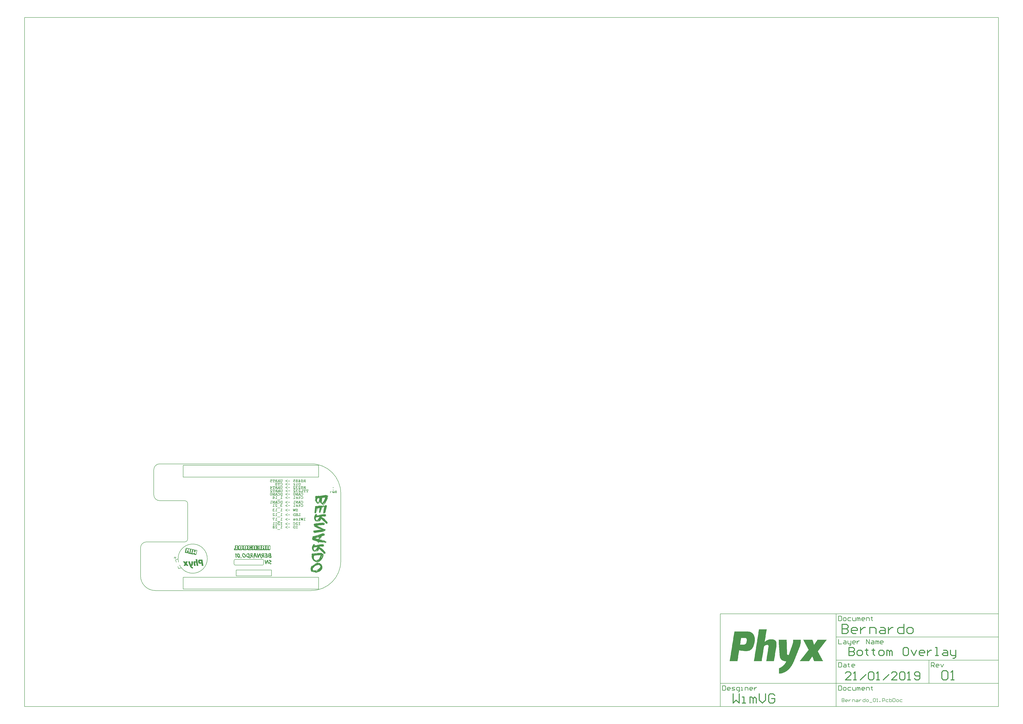
<source format=gbo>
G04*
G04 #@! TF.GenerationSoftware,Altium Limited,Altium Designer,18.1.9 (240)*
G04*
G04 Layer_Color=32896*
%FSLAX25Y25*%
%MOIN*%
G70*
G01*
G75*
%ADD11C,0.00984*%
%ADD12C,0.00787*%
%ADD13C,0.00591*%
%ADD15C,0.01575*%
G36*
X274255Y188349D02*
X274378Y188338D01*
X274492Y188319D01*
X274599Y188292D01*
X274702Y188262D01*
X274794Y188227D01*
X274882Y188193D01*
X274958Y188158D01*
X275031Y188120D01*
X275092Y188086D01*
X275146Y188051D01*
X275188Y188021D01*
X275222Y187998D01*
X275249Y187975D01*
X275264Y187964D01*
X275268Y187960D01*
X275344Y187883D01*
X275413Y187807D01*
X275470Y187731D01*
X275520Y187650D01*
X275562Y187574D01*
X275596Y187498D01*
X275627Y187425D01*
X275650Y187352D01*
X275665Y187287D01*
X275680Y187230D01*
X275688Y187177D01*
X275696Y187131D01*
X275699Y187093D01*
X275703Y187066D01*
Y187051D01*
Y187043D01*
X275699Y186982D01*
X275696Y186921D01*
X275676Y186806D01*
X275646Y186703D01*
X275631Y186653D01*
X275615Y186608D01*
X275600Y186569D01*
X275585Y186531D01*
X275570Y186501D01*
X275554Y186474D01*
X275543Y186455D01*
X275535Y186436D01*
X275528Y186428D01*
Y186424D01*
X275455Y186325D01*
X275375Y186237D01*
X275294Y186161D01*
X275218Y186099D01*
X275149Y186050D01*
X275119Y186031D01*
X275092Y186015D01*
X275073Y186000D01*
X275054Y185993D01*
X275046Y185989D01*
X275042Y185985D01*
X274981Y185958D01*
X274916Y185931D01*
X274844Y185905D01*
X274771Y185878D01*
X274622Y185836D01*
X274477Y185798D01*
X274408Y185778D01*
X274343Y185763D01*
X274286Y185752D01*
X274236Y185740D01*
X274198Y185733D01*
X274168Y185725D01*
X274149Y185721D01*
X274141D01*
X274053Y185706D01*
X273973Y185691D01*
X273900Y185675D01*
X273835Y185660D01*
X273774Y185649D01*
X273725Y185633D01*
X273679Y185626D01*
X273640Y185614D01*
X273606Y185607D01*
X273576Y185599D01*
X273553Y185591D01*
X273537Y185588D01*
X273522Y185580D01*
X273514D01*
X273507Y185576D01*
X273430Y185546D01*
X273369Y185511D01*
X273316Y185477D01*
X273270Y185446D01*
X273239Y185419D01*
X273217Y185397D01*
X273201Y185381D01*
X273197Y185377D01*
X273163Y185332D01*
X273140Y185286D01*
X273121Y185244D01*
X273110Y185205D01*
X273102Y185171D01*
X273098Y185144D01*
Y185129D01*
Y185122D01*
X273102Y185083D01*
X273106Y185049D01*
X273129Y184984D01*
X273159Y184927D01*
X273197Y184877D01*
X273236Y184835D01*
X273266Y184804D01*
X273289Y184789D01*
X273293Y184782D01*
X273297D01*
X273358Y184743D01*
X273419Y184709D01*
X273488Y184678D01*
X273553Y184652D01*
X273621Y184629D01*
X273686Y184610D01*
X273812Y184583D01*
X273870Y184575D01*
X273923Y184568D01*
X273973Y184564D01*
X274015Y184560D01*
X274049Y184556D01*
X274095D01*
X274210Y184560D01*
X274317Y184575D01*
X274416Y184590D01*
X274500Y184613D01*
X274538Y184621D01*
X274573Y184633D01*
X274599Y184640D01*
X274626Y184652D01*
X274645Y184655D01*
X274660Y184663D01*
X274668Y184667D01*
X274672D01*
X274718Y184690D01*
X274764Y184709D01*
X274840Y184751D01*
X274901Y184789D01*
X274951Y184824D01*
X274989Y184850D01*
X275016Y184873D01*
X275031Y184889D01*
X275035Y184892D01*
X275054Y184919D01*
X275073Y184950D01*
X275103Y185022D01*
X275115Y185053D01*
X275127Y185080D01*
X275130Y185099D01*
X275134Y185106D01*
X275153Y185163D01*
X275172Y185209D01*
X275195Y185248D01*
X275218Y185282D01*
X275237Y185305D01*
X275253Y185324D01*
X275264Y185332D01*
X275268Y185335D01*
X275302Y185358D01*
X275337Y185374D01*
X275371Y185389D01*
X275405Y185397D01*
X275436Y185400D01*
X275459Y185404D01*
X275482D01*
X275539Y185400D01*
X275592Y185385D01*
X275638Y185370D01*
X275676Y185347D01*
X275707Y185328D01*
X275730Y185309D01*
X275745Y185293D01*
X275749Y185290D01*
X275783Y185240D01*
X275806Y185183D01*
X275826Y185122D01*
X275837Y185060D01*
X275845Y185003D01*
X275849Y184957D01*
Y184942D01*
Y184927D01*
Y184919D01*
Y184915D01*
Y184423D01*
X275845Y184331D01*
X275833Y184254D01*
X275818Y184189D01*
X275799Y184140D01*
X275780Y184102D01*
X275764Y184075D01*
X275753Y184056D01*
X275749Y184052D01*
X275707Y184014D01*
X275665Y183987D01*
X275619Y183968D01*
X275577Y183956D01*
X275539Y183949D01*
X275508Y183941D01*
X275482D01*
X275421Y183945D01*
X275398Y183953D01*
X275375Y183956D01*
X275360Y183964D01*
X275348Y183968D01*
X275340Y183972D01*
X275337D01*
X275314Y183987D01*
X275287Y184006D01*
X275237Y184056D01*
X275214Y184079D01*
X275195Y184098D01*
X275184Y184113D01*
X275180Y184117D01*
X275081Y184067D01*
X274981Y184021D01*
X274886Y183983D01*
X274802Y183953D01*
X274764Y183941D01*
X274729Y183930D01*
X274699Y183922D01*
X274676Y183914D01*
X274653Y183907D01*
X274638Y183903D01*
X274630Y183899D01*
X274626D01*
X274519Y183876D01*
X274412Y183857D01*
X274313Y183846D01*
X274225Y183834D01*
X274183D01*
X274149Y183830D01*
X274118D01*
X274087Y183826D01*
X274038D01*
X273893Y183830D01*
X273759Y183846D01*
X273629Y183865D01*
X273507Y183891D01*
X273392Y183926D01*
X273285Y183960D01*
X273190Y183998D01*
X273102Y184040D01*
X273022Y184079D01*
X272953Y184117D01*
X272892Y184151D01*
X272842Y184186D01*
X272804Y184212D01*
X272773Y184231D01*
X272758Y184247D01*
X272750Y184250D01*
X272682Y184316D01*
X272624Y184380D01*
X272575Y184449D01*
X272529Y184522D01*
X272491Y184594D01*
X272460Y184667D01*
X272437Y184736D01*
X272414Y184804D01*
X272399Y184869D01*
X272388Y184927D01*
X272380Y184980D01*
X272376Y185026D01*
X272372Y185060D01*
X272368Y185091D01*
Y185106D01*
Y185114D01*
X272372Y185186D01*
X272376Y185255D01*
X272399Y185381D01*
X272414Y185442D01*
X272433Y185496D01*
X272452Y185549D01*
X272468Y185595D01*
X272487Y185637D01*
X272506Y185675D01*
X272525Y185706D01*
X272540Y185733D01*
X272552Y185756D01*
X272563Y185771D01*
X272567Y185778D01*
X272571Y185782D01*
X272651Y185882D01*
X272731Y185966D01*
X272815Y186038D01*
X272896Y186096D01*
X272964Y186138D01*
X272995Y186157D01*
X273022Y186172D01*
X273041Y186180D01*
X273056Y186187D01*
X273067Y186195D01*
X273071D01*
X273132Y186222D01*
X273194Y186245D01*
X273331Y186290D01*
X273476Y186329D01*
X273614Y186367D01*
X273679Y186382D01*
X273740Y186394D01*
X273793Y186405D01*
X273839Y186416D01*
X273877Y186424D01*
X273908Y186432D01*
X273923Y186436D01*
X273931D01*
X274030Y186455D01*
X274118Y186474D01*
X274202Y186493D01*
X274271Y186508D01*
X274336Y186523D01*
X274389Y186535D01*
X274439Y186550D01*
X274477Y186558D01*
X274512Y186569D01*
X274538Y186577D01*
X274561Y186585D01*
X274580Y186588D01*
X274592Y186596D01*
X274599D01*
X274607Y186600D01*
X274672Y186627D01*
X274725Y186661D01*
X274771Y186691D01*
X274813Y186722D01*
X274844Y186753D01*
X274863Y186776D01*
X274878Y186791D01*
X274882Y186795D01*
X274913Y186840D01*
X274936Y186890D01*
X274951Y186932D01*
X274962Y186974D01*
X274970Y187009D01*
X274974Y187035D01*
Y187051D01*
Y187058D01*
X274970Y187097D01*
X274962Y187131D01*
X274951Y187169D01*
X274939Y187203D01*
X274901Y187268D01*
X274859Y187326D01*
X274817Y187372D01*
X274779Y187410D01*
X274767Y187421D01*
X274756Y187433D01*
X274748Y187436D01*
X274745Y187440D01*
X274699Y187471D01*
X274653Y187501D01*
X274550Y187547D01*
X274447Y187578D01*
X274347Y187601D01*
X274301Y187608D01*
X274259Y187616D01*
X274221Y187620D01*
X274187D01*
X274160Y187624D01*
X274122D01*
X274023Y187620D01*
X273931Y187608D01*
X273851Y187593D01*
X273782Y187578D01*
X273725Y187559D01*
X273702Y187551D01*
X273682Y187543D01*
X273663Y187536D01*
X273652Y187532D01*
X273648Y187528D01*
X273644D01*
X273572Y187494D01*
X273511Y187455D01*
X273457Y187417D01*
X273411Y187383D01*
X273377Y187349D01*
X273354Y187326D01*
X273339Y187310D01*
X273335Y187303D01*
X273316Y187268D01*
X273297Y187230D01*
X273266Y187142D01*
X273255Y187104D01*
X273247Y187074D01*
X273239Y187051D01*
Y187047D01*
Y187043D01*
X273220Y186982D01*
X273201Y186928D01*
X273182Y186886D01*
X273163Y186856D01*
X273148Y186833D01*
X273132Y186814D01*
X273125Y186806D01*
X273121Y186802D01*
X273083Y186776D01*
X273041Y186757D01*
X273003Y186741D01*
X272964Y186733D01*
X272934Y186726D01*
X272907Y186722D01*
X272884D01*
X272827Y186726D01*
X272777Y186741D01*
X272731Y186757D01*
X272697Y186779D01*
X272666Y186799D01*
X272643Y186818D01*
X272628Y186829D01*
X272624Y186833D01*
X272590Y186882D01*
X272563Y186940D01*
X272548Y187001D01*
X272533Y187062D01*
X272525Y187119D01*
X272521Y187165D01*
Y187180D01*
Y187196D01*
Y187203D01*
Y187207D01*
Y187757D01*
X272525Y187849D01*
X272536Y187925D01*
X272556Y187990D01*
X272571Y188040D01*
X272590Y188078D01*
X272609Y188105D01*
X272621Y188124D01*
X272624Y188128D01*
X272663Y188166D01*
X272708Y188193D01*
X272750Y188216D01*
X272793Y188227D01*
X272827Y188235D01*
X272857Y188242D01*
X272884D01*
X272938Y188235D01*
X272987Y188219D01*
X273037Y188197D01*
X273079Y188174D01*
X273113Y188147D01*
X273144Y188124D01*
X273159Y188109D01*
X273167Y188101D01*
X273243Y188147D01*
X273320Y188185D01*
X273392Y188216D01*
X273461Y188242D01*
X273518Y188262D01*
X273545Y188269D01*
X273564Y188277D01*
X273583Y188281D01*
X273595Y188285D01*
X273602Y188288D01*
X273606D01*
X273698Y188311D01*
X273790Y188327D01*
X273877Y188338D01*
X273957Y188346D01*
X274026Y188349D01*
X274053Y188353D01*
X274126D01*
X274255Y188349D01*
D02*
G37*
G36*
X262345Y186432D02*
X262341Y186367D01*
X262330Y186310D01*
X262310Y186256D01*
X262291Y186214D01*
X262276Y186180D01*
X262257Y186153D01*
X262245Y186138D01*
X262242Y186134D01*
X262200Y186096D01*
X262158Y186069D01*
X262116Y186050D01*
X262073Y186038D01*
X262035Y186031D01*
X262009Y186023D01*
X261982D01*
X261947Y186027D01*
X261913Y186031D01*
X261879Y186042D01*
X261848Y186054D01*
X261821Y186061D01*
X261802Y186073D01*
X261787Y186076D01*
X261783Y186080D01*
X261688Y186126D01*
X261600Y186164D01*
X261512Y186203D01*
X261428Y186229D01*
X261348Y186256D01*
X261275Y186275D01*
X261206Y186294D01*
X261141Y186310D01*
X261084Y186317D01*
X261034Y186325D01*
X260989Y186332D01*
X260950Y186336D01*
X260920Y186340D01*
X260882D01*
X260813Y186336D01*
X260752Y186329D01*
X260691Y186317D01*
X260633Y186302D01*
X260580Y186283D01*
X260530Y186260D01*
X260484Y186241D01*
X260442Y186218D01*
X260408Y186191D01*
X260374Y186172D01*
X260347Y186149D01*
X260324Y186130D01*
X260305Y186115D01*
X260293Y186103D01*
X260286Y186096D01*
X260282Y186092D01*
X260240Y186042D01*
X260206Y185993D01*
X260175Y185939D01*
X260148Y185882D01*
X260125Y185828D01*
X260106Y185771D01*
X260080Y185664D01*
X260068Y185610D01*
X260060Y185565D01*
X260057Y185523D01*
X260053Y185488D01*
X260049Y185458D01*
Y185435D01*
Y185419D01*
Y185416D01*
X260053Y185335D01*
X260060Y185263D01*
X260072Y185194D01*
X260087Y185129D01*
X260106Y185072D01*
X260125Y185018D01*
X260148Y184969D01*
X260171Y184927D01*
X260194Y184889D01*
X260217Y184854D01*
X260236Y184827D01*
X260255Y184804D01*
X260271Y184789D01*
X260282Y184778D01*
X260290Y184770D01*
X260293Y184766D01*
X260343Y184728D01*
X260400Y184697D01*
X260465Y184671D01*
X260534Y184644D01*
X260683Y184606D01*
X260836Y184583D01*
X260905Y184575D01*
X260973Y184568D01*
X261034Y184564D01*
X261088Y184560D01*
X261134Y184556D01*
X261195D01*
X261321Y184560D01*
X261436Y184568D01*
X261489Y184571D01*
X261535Y184575D01*
X261581Y184583D01*
X261619Y184590D01*
X261657Y184594D01*
X261688Y184602D01*
X261714Y184606D01*
X261737Y184610D01*
X261756Y184613D01*
X261768Y184617D01*
X261776Y184621D01*
X261779D01*
X261837Y184640D01*
X261894Y184667D01*
X261947Y184694D01*
X261993Y184720D01*
X262032Y184747D01*
X262058Y184766D01*
X262077Y184782D01*
X262085Y184785D01*
X262139Y184827D01*
X262188Y184858D01*
X262234Y184877D01*
X262276Y184892D01*
X262310Y184900D01*
X262333Y184908D01*
X262356D01*
X262410Y184904D01*
X262459Y184892D01*
X262501Y184873D01*
X262540Y184854D01*
X262570Y184831D01*
X262593Y184816D01*
X262608Y184801D01*
X262612Y184797D01*
X262647Y184755D01*
X262673Y184713D01*
X262692Y184671D01*
X262704Y184633D01*
X262712Y184598D01*
X262719Y184568D01*
Y184552D01*
Y184545D01*
X262715Y184503D01*
X262708Y184461D01*
X262692Y184419D01*
X262677Y184380D01*
X262631Y184312D01*
X262582Y184250D01*
X262532Y184201D01*
X262486Y184163D01*
X262471Y184151D01*
X262456Y184140D01*
X262448Y184136D01*
X262444Y184132D01*
X262352Y184079D01*
X262253Y184033D01*
X262146Y183991D01*
X262039Y183956D01*
X261932Y183926D01*
X261825Y183903D01*
X261718Y183880D01*
X261619Y183865D01*
X261520Y183853D01*
X261432Y183842D01*
X261351Y183834D01*
X261283Y183830D01*
X261229D01*
X261203Y183826D01*
X261149D01*
X260981Y183830D01*
X260824Y183846D01*
X260675Y183865D01*
X260542Y183891D01*
X260420Y183926D01*
X260305Y183960D01*
X260202Y183998D01*
X260110Y184040D01*
X260030Y184079D01*
X259961Y184117D01*
X259904Y184151D01*
X259854Y184186D01*
X259816Y184212D01*
X259793Y184231D01*
X259774Y184247D01*
X259770Y184250D01*
X259690Y184335D01*
X259621Y184423D01*
X259560Y184518D01*
X259510Y184613D01*
X259465Y184709D01*
X259430Y184808D01*
X259400Y184904D01*
X259377Y184995D01*
X259358Y185083D01*
X259342Y185163D01*
X259335Y185236D01*
X259327Y185301D01*
X259323Y185351D01*
X259319Y185389D01*
Y185404D01*
Y185416D01*
Y185419D01*
Y185423D01*
X259323Y185557D01*
X259338Y185683D01*
X259361Y185801D01*
X259388Y185916D01*
X259422Y186019D01*
X259461Y186118D01*
X259503Y186206D01*
X259541Y186287D01*
X259583Y186359D01*
X259625Y186424D01*
X259663Y186478D01*
X259698Y186523D01*
X259724Y186562D01*
X259747Y186588D01*
X259762Y186604D01*
X259766Y186608D01*
X259850Y186688D01*
X259942Y186760D01*
X260034Y186821D01*
X260129Y186875D01*
X260221Y186921D01*
X260313Y186955D01*
X260404Y186986D01*
X260488Y187012D01*
X260572Y187031D01*
X260645Y187047D01*
X260714Y187054D01*
X260771Y187062D01*
X260817Y187066D01*
X260851Y187070D01*
X260882D01*
X261008Y187066D01*
X261134Y187051D01*
X261260Y187028D01*
X261317Y187016D01*
X261371Y187005D01*
X261424Y186993D01*
X261470Y186982D01*
X261512Y186970D01*
X261546Y186959D01*
X261577Y186951D01*
X261596Y186944D01*
X261611Y186940D01*
X261615D01*
Y187807D01*
X260118D01*
X260026Y187811D01*
X259950Y187822D01*
X259885Y187838D01*
X259831Y187857D01*
X259793Y187876D01*
X259766Y187891D01*
X259747Y187902D01*
X259743Y187906D01*
X259705Y187948D01*
X259678Y187990D01*
X259655Y188036D01*
X259644Y188078D01*
X259636Y188113D01*
X259629Y188143D01*
Y188162D01*
Y188170D01*
X259632Y188227D01*
X259648Y188281D01*
X259663Y188323D01*
X259686Y188361D01*
X259705Y188391D01*
X259724Y188414D01*
X259739Y188430D01*
X259743Y188433D01*
X259793Y188468D01*
X259850Y188495D01*
X259911Y188510D01*
X259973Y188525D01*
X260030Y188533D01*
X260076Y188537D01*
X262345D01*
Y186432D01*
D02*
G37*
G36*
X223014Y186432D02*
X223010Y186367D01*
X222999Y186310D01*
X222980Y186256D01*
X222961Y186214D01*
X222945Y186180D01*
X222926Y186153D01*
X222915Y186138D01*
X222911Y186134D01*
X222869Y186096D01*
X222827Y186069D01*
X222785Y186050D01*
X222743Y186038D01*
X222705Y186031D01*
X222678Y186023D01*
X222651D01*
X222617Y186027D01*
X222582Y186031D01*
X222548Y186042D01*
X222517Y186054D01*
X222491Y186061D01*
X222472Y186073D01*
X222456Y186076D01*
X222452Y186080D01*
X222357Y186126D01*
X222269Y186164D01*
X222181Y186203D01*
X222097Y186229D01*
X222017Y186256D01*
X221944Y186275D01*
X221876Y186294D01*
X221811Y186310D01*
X221753Y186317D01*
X221704Y186325D01*
X221658Y186332D01*
X221620Y186336D01*
X221589Y186340D01*
X221551D01*
X221482Y186336D01*
X221421Y186329D01*
X221360Y186317D01*
X221303Y186302D01*
X221249Y186283D01*
X221199Y186260D01*
X221154Y186241D01*
X221112Y186218D01*
X221077Y186191D01*
X221043Y186172D01*
X221016Y186149D01*
X220993Y186130D01*
X220974Y186115D01*
X220963Y186103D01*
X220955Y186096D01*
X220951Y186092D01*
X220909Y186042D01*
X220875Y185993D01*
X220844Y185939D01*
X220817Y185882D01*
X220795Y185828D01*
X220776Y185771D01*
X220749Y185664D01*
X220737Y185610D01*
X220730Y185565D01*
X220726Y185523D01*
X220722Y185488D01*
X220718Y185458D01*
Y185435D01*
Y185419D01*
Y185416D01*
X220722Y185335D01*
X220730Y185263D01*
X220741Y185194D01*
X220756Y185129D01*
X220776Y185072D01*
X220795Y185018D01*
X220817Y184969D01*
X220841Y184927D01*
X220863Y184889D01*
X220886Y184854D01*
X220905Y184827D01*
X220924Y184804D01*
X220940Y184789D01*
X220951Y184778D01*
X220959Y184770D01*
X220963Y184766D01*
X221012Y184728D01*
X221070Y184697D01*
X221135Y184671D01*
X221203Y184644D01*
X221352Y184606D01*
X221505Y184583D01*
X221574Y184575D01*
X221643Y184568D01*
X221704Y184564D01*
X221757Y184560D01*
X221803Y184556D01*
X221864D01*
X221990Y184560D01*
X222105Y184568D01*
X222158Y184571D01*
X222204Y184575D01*
X222250Y184583D01*
X222288Y184590D01*
X222326Y184594D01*
X222357Y184602D01*
X222384Y184606D01*
X222407Y184610D01*
X222426Y184613D01*
X222437Y184617D01*
X222445Y184621D01*
X222449D01*
X222506Y184640D01*
X222563Y184667D01*
X222617Y184694D01*
X222663Y184720D01*
X222701Y184747D01*
X222727Y184766D01*
X222747Y184782D01*
X222754Y184785D01*
X222808Y184827D01*
X222857Y184858D01*
X222903Y184877D01*
X222945Y184892D01*
X222980Y184900D01*
X223003Y184908D01*
X223025D01*
X223079Y184904D01*
X223129Y184892D01*
X223171Y184873D01*
X223209Y184854D01*
X223239Y184831D01*
X223262Y184816D01*
X223278Y184801D01*
X223281Y184797D01*
X223316Y184755D01*
X223342Y184713D01*
X223362Y184671D01*
X223373Y184633D01*
X223381Y184598D01*
X223388Y184568D01*
Y184552D01*
Y184545D01*
X223385Y184503D01*
X223377Y184461D01*
X223362Y184419D01*
X223346Y184380D01*
X223301Y184312D01*
X223251Y184250D01*
X223201Y184201D01*
X223155Y184163D01*
X223140Y184151D01*
X223125Y184140D01*
X223117Y184136D01*
X223113Y184132D01*
X223022Y184079D01*
X222922Y184033D01*
X222815Y183991D01*
X222708Y183956D01*
X222602Y183926D01*
X222495Y183903D01*
X222388Y183880D01*
X222288Y183865D01*
X222189Y183853D01*
X222101Y183842D01*
X222021Y183834D01*
X221952Y183830D01*
X221899D01*
X221872Y183826D01*
X221818D01*
X221650Y183830D01*
X221494Y183846D01*
X221345Y183865D01*
X221211Y183891D01*
X221089Y183926D01*
X220974Y183960D01*
X220871Y183998D01*
X220779Y184040D01*
X220699Y184079D01*
X220630Y184117D01*
X220573Y184151D01*
X220523Y184186D01*
X220485Y184212D01*
X220462Y184231D01*
X220443Y184247D01*
X220439Y184250D01*
X220359Y184335D01*
X220290Y184422D01*
X220229Y184518D01*
X220180Y184613D01*
X220134Y184709D01*
X220099Y184808D01*
X220069Y184904D01*
X220046Y184995D01*
X220027Y185083D01*
X220011Y185163D01*
X220004Y185236D01*
X219996Y185301D01*
X219992Y185351D01*
X219989Y185389D01*
Y185404D01*
Y185416D01*
Y185419D01*
Y185423D01*
X219992Y185557D01*
X220008Y185683D01*
X220031Y185801D01*
X220057Y185916D01*
X220092Y186019D01*
X220130Y186118D01*
X220172Y186206D01*
X220210Y186287D01*
X220252Y186359D01*
X220294Y186424D01*
X220332Y186478D01*
X220367Y186523D01*
X220393Y186562D01*
X220416Y186588D01*
X220432Y186604D01*
X220436Y186608D01*
X220520Y186688D01*
X220611Y186760D01*
X220703Y186821D01*
X220798Y186875D01*
X220890Y186921D01*
X220982Y186955D01*
X221074Y186986D01*
X221158Y187012D01*
X221242Y187031D01*
X221314Y187047D01*
X221383Y187054D01*
X221440Y187062D01*
X221486Y187066D01*
X221520Y187070D01*
X221551D01*
X221677Y187066D01*
X221803Y187051D01*
X221929Y187028D01*
X221987Y187016D01*
X222040Y187005D01*
X222093Y186993D01*
X222139Y186982D01*
X222181Y186970D01*
X222216Y186959D01*
X222246Y186951D01*
X222265Y186944D01*
X222281Y186940D01*
X222284D01*
Y187807D01*
X220787D01*
X220695Y187811D01*
X220619Y187822D01*
X220554Y187838D01*
X220500Y187857D01*
X220462Y187876D01*
X220436Y187891D01*
X220416Y187902D01*
X220413Y187906D01*
X220374Y187948D01*
X220348Y187990D01*
X220325Y188036D01*
X220313Y188078D01*
X220306Y188113D01*
X220298Y188143D01*
Y188162D01*
Y188170D01*
X220302Y188227D01*
X220317Y188281D01*
X220332Y188323D01*
X220355Y188361D01*
X220374Y188391D01*
X220393Y188414D01*
X220409Y188430D01*
X220413Y188433D01*
X220462Y188468D01*
X220520Y188495D01*
X220581Y188510D01*
X220642Y188525D01*
X220699Y188533D01*
X220745Y188537D01*
X223014D01*
Y186432D01*
D02*
G37*
G36*
X227942Y186825D02*
Y186776D01*
X227938Y186730D01*
X227926Y186650D01*
X227911Y186581D01*
X227892Y186531D01*
X227873Y186489D01*
X227858Y186462D01*
X227846Y186443D01*
X227842Y186439D01*
X227804Y186401D01*
X227759Y186374D01*
X227716Y186355D01*
X227674Y186344D01*
X227636Y186336D01*
X227606Y186329D01*
X227579D01*
X227522Y186332D01*
X227468Y186348D01*
X227426Y186363D01*
X227388Y186386D01*
X227357Y186405D01*
X227334Y186424D01*
X227319Y186436D01*
X227315Y186439D01*
X227296Y186462D01*
X227281Y186489D01*
X227254Y186546D01*
X227239Y186611D01*
X227224Y186672D01*
X227216Y186733D01*
Y186757D01*
X227212Y186779D01*
Y186799D01*
Y186814D01*
Y186821D01*
Y186825D01*
Y187517D01*
X226421D01*
Y184663D01*
X226960D01*
X227006Y184659D01*
X227086Y184648D01*
X227155Y184629D01*
X227205Y184613D01*
X227247Y184594D01*
X227273Y184575D01*
X227292Y184564D01*
X227296Y184560D01*
X227334Y184522D01*
X227361Y184476D01*
X227380Y184434D01*
X227392Y184392D01*
X227399Y184358D01*
X227407Y184327D01*
Y184308D01*
Y184300D01*
X227403Y184243D01*
X227388Y184189D01*
X227373Y184144D01*
X227350Y184105D01*
X227331Y184075D01*
X227311Y184052D01*
X227300Y184037D01*
X227296Y184033D01*
X227273Y184014D01*
X227247Y183998D01*
X227189Y183976D01*
X227124Y183956D01*
X227063Y183945D01*
X227002Y183937D01*
X226979D01*
X226956Y183933D01*
X225199D01*
X225104Y183937D01*
X225023Y183949D01*
X224958Y183964D01*
X224905Y183983D01*
X224867Y184002D01*
X224840Y184018D01*
X224821Y184029D01*
X224817Y184033D01*
X224779Y184071D01*
X224752Y184117D01*
X224729Y184159D01*
X224718Y184201D01*
X224710Y184239D01*
X224703Y184270D01*
Y184289D01*
Y184296D01*
X224706Y184354D01*
X224722Y184407D01*
X224737Y184449D01*
X224760Y184487D01*
X224779Y184518D01*
X224798Y184541D01*
X224813Y184556D01*
X224817Y184560D01*
X224867Y184594D01*
X224924Y184621D01*
X224985Y184636D01*
X225050Y184652D01*
X225107Y184659D01*
X225134D01*
X225153Y184663D01*
X225692D01*
Y187517D01*
X224893D01*
Y186825D01*
Y186776D01*
X224890Y186730D01*
X224878Y186650D01*
X224863Y186581D01*
X224844Y186531D01*
X224825Y186489D01*
X224809Y186462D01*
X224798Y186443D01*
X224794Y186439D01*
X224756Y186401D01*
X224710Y186374D01*
X224668Y186355D01*
X224626Y186344D01*
X224588Y186336D01*
X224557Y186329D01*
X224531D01*
X224473Y186332D01*
X224420Y186348D01*
X224378Y186363D01*
X224340Y186386D01*
X224309Y186405D01*
X224286Y186424D01*
X224271Y186436D01*
X224267Y186439D01*
X224248Y186462D01*
X224233Y186489D01*
X224206Y186546D01*
X224191Y186611D01*
X224175Y186672D01*
X224168Y186733D01*
Y186757D01*
X224164Y186779D01*
Y186799D01*
Y186814D01*
Y186821D01*
Y186825D01*
Y188246D01*
X227942D01*
Y186825D01*
D02*
G37*
G36*
X253780Y185668D02*
X250736D01*
Y186332D01*
X253780D01*
Y185668D01*
D02*
G37*
G36*
X240808Y188242D02*
X240857D01*
X240903Y188239D01*
X240983Y188227D01*
X241052Y188208D01*
X241102Y188193D01*
X241144Y188174D01*
X241171Y188155D01*
X241190Y188143D01*
X241193Y188139D01*
X241232Y188101D01*
X241258Y188055D01*
X241277Y188013D01*
X241289Y187971D01*
X241297Y187937D01*
X241304Y187906D01*
Y187887D01*
Y187880D01*
X241300Y187822D01*
X241285Y187769D01*
X241270Y187723D01*
X241247Y187685D01*
X241228Y187654D01*
X241209Y187631D01*
X241197Y187616D01*
X241193Y187612D01*
X241171Y187593D01*
X241144Y187578D01*
X241087Y187555D01*
X241021Y187536D01*
X240960Y187524D01*
X240899Y187517D01*
X240876D01*
X240853Y187513D01*
X240808D01*
Y185446D01*
Y185370D01*
X240804Y185297D01*
X240796Y185229D01*
X240789Y185163D01*
X240777Y185102D01*
X240766Y185049D01*
X240754Y184999D01*
X240743Y184953D01*
X240731Y184911D01*
X240720Y184877D01*
X240708Y184846D01*
X240697Y184820D01*
X240689Y184801D01*
X240682Y184785D01*
X240678Y184778D01*
Y184774D01*
X240624Y184682D01*
X240567Y184594D01*
X240506Y184514D01*
X240445Y184441D01*
X240391Y184380D01*
X240368Y184354D01*
X240349Y184335D01*
X240334Y184316D01*
X240322Y184304D01*
X240315Y184296D01*
X240311Y184293D01*
X240219Y184212D01*
X240128Y184144D01*
X240040Y184082D01*
X239956Y184033D01*
X239887Y183995D01*
X239856Y183979D01*
X239830Y183968D01*
X239807Y183956D01*
X239791Y183949D01*
X239784Y183945D01*
X239780D01*
X239665Y183907D01*
X239555Y183876D01*
X239448Y183857D01*
X239348Y183842D01*
X239306Y183838D01*
X239264Y183834D01*
X239230Y183830D01*
X239199D01*
X239177Y183826D01*
X239142D01*
X239016Y183830D01*
X238894Y183846D01*
X238779Y183869D01*
X238672Y183899D01*
X238569Y183937D01*
X238470Y183976D01*
X238382Y184018D01*
X238302Y184063D01*
X238229Y184105D01*
X238164Y184147D01*
X238107Y184189D01*
X238061Y184224D01*
X238023Y184254D01*
X237996Y184277D01*
X237977Y184293D01*
X237973Y184296D01*
X237889Y184388D01*
X237813Y184484D01*
X237748Y184579D01*
X237694Y184675D01*
X237645Y184774D01*
X237606Y184869D01*
X237576Y184961D01*
X237549Y185049D01*
X237530Y185133D01*
X237515Y185205D01*
X237503Y185274D01*
X237496Y185332D01*
X237492Y185381D01*
X237488Y185416D01*
Y185439D01*
Y185446D01*
Y187513D01*
X237392Y187517D01*
X237312Y187528D01*
X237247Y187543D01*
X237194Y187563D01*
X237156Y187582D01*
X237129Y187597D01*
X237110Y187608D01*
X237106Y187612D01*
X237068Y187654D01*
X237041Y187696D01*
X237018Y187742D01*
X237007Y187784D01*
X236999Y187822D01*
X236991Y187853D01*
Y187872D01*
Y187880D01*
X236995Y187937D01*
X237011Y187987D01*
X237026Y188032D01*
X237049Y188070D01*
X237068Y188101D01*
X237087Y188120D01*
X237102Y188136D01*
X237106Y188139D01*
X237156Y188174D01*
X237213Y188200D01*
X237274Y188216D01*
X237339Y188231D01*
X237396Y188239D01*
X237423D01*
X237442Y188242D01*
X237488D01*
X238481Y188246D01*
X238565Y188242D01*
X238638Y188231D01*
X238699Y188212D01*
X238749Y188197D01*
X238783Y188178D01*
X238810Y188158D01*
X238829Y188147D01*
X238833Y188143D01*
X238871Y188105D01*
X238898Y188059D01*
X238917Y188017D01*
X238928Y187975D01*
X238936Y187937D01*
X238943Y187906D01*
Y187887D01*
Y187883D01*
Y187880D01*
X238940Y187822D01*
X238924Y187769D01*
X238909Y187723D01*
X238886Y187685D01*
X238867Y187658D01*
X238848Y187635D01*
X238837Y187620D01*
X238833Y187616D01*
X238787Y187582D01*
X238730Y187559D01*
X238672Y187540D01*
X238615Y187528D01*
X238561Y187521D01*
X238519Y187517D01*
X238218D01*
Y185385D01*
X238222Y185309D01*
X238233Y185240D01*
X238248Y185179D01*
X238264Y185125D01*
X238279Y185083D01*
X238294Y185053D01*
X238305Y185034D01*
X238309Y185026D01*
X238367Y184946D01*
X238428Y184873D01*
X238489Y184816D01*
X238546Y184766D01*
X238596Y184724D01*
X238638Y184697D01*
X238653Y184686D01*
X238665Y184682D01*
X238672Y184675D01*
X238676D01*
X238760Y184636D01*
X238844Y184606D01*
X238924Y184587D01*
X238997Y184571D01*
X239062Y184564D01*
X239089Y184560D01*
X239111D01*
X239127Y184556D01*
X239154D01*
X239222Y184560D01*
X239291Y184568D01*
X239356Y184579D01*
X239417Y184594D01*
X239474Y184613D01*
X239528Y184636D01*
X239578Y184655D01*
X239623Y184682D01*
X239665Y184705D01*
X239700Y184724D01*
X239730Y184747D01*
X239757Y184766D01*
X239780Y184782D01*
X239795Y184793D01*
X239803Y184801D01*
X239807Y184804D01*
X239853Y184854D01*
X239895Y184904D01*
X239933Y184953D01*
X239963Y185003D01*
X239990Y185053D01*
X240013Y185099D01*
X240028Y185144D01*
X240044Y185190D01*
X240055Y185232D01*
X240063Y185267D01*
X240070Y185301D01*
X240074Y185332D01*
X240078Y185354D01*
Y185370D01*
Y185381D01*
Y185385D01*
Y187517D01*
X239814D01*
X239730Y187521D01*
X239662Y187532D01*
X239600Y187547D01*
X239551Y187566D01*
X239513Y187585D01*
X239486Y187601D01*
X239471Y187612D01*
X239467Y187616D01*
X239429Y187654D01*
X239402Y187700D01*
X239379Y187742D01*
X239368Y187784D01*
X239360Y187822D01*
X239352Y187853D01*
Y187872D01*
Y187880D01*
X239356Y187937D01*
X239371Y187990D01*
X239387Y188036D01*
X239409Y188074D01*
X239429Y188105D01*
X239448Y188124D01*
X239463Y188139D01*
X239467Y188143D01*
X239513Y188178D01*
X239566Y188204D01*
X239627Y188219D01*
X239681Y188235D01*
X239734Y188242D01*
X239776Y188246D01*
X239814D01*
X240808Y188242D01*
D02*
G37*
G36*
X236055D02*
X236136Y188231D01*
X236205Y188212D01*
X236254Y188197D01*
X236296Y188178D01*
X236323Y188158D01*
X236342Y188147D01*
X236346Y188143D01*
X236384Y188105D01*
X236411Y188059D01*
X236430Y188017D01*
X236441Y187975D01*
X236449Y187937D01*
X236457Y187906D01*
Y187887D01*
Y187883D01*
Y187880D01*
X236453Y187822D01*
X236438Y187769D01*
X236422Y187723D01*
X236399Y187685D01*
X236380Y187658D01*
X236361Y187635D01*
X236350Y187620D01*
X236346Y187616D01*
X236323Y187597D01*
X236296Y187582D01*
X236239Y187559D01*
X236174Y187540D01*
X236113Y187528D01*
X236052Y187521D01*
X236029D01*
X236006Y187517D01*
X235483D01*
X236629Y184663D01*
X236678D01*
X236724Y184659D01*
X236804Y184648D01*
X236873Y184629D01*
X236923Y184613D01*
X236965Y184594D01*
X236991Y184575D01*
X237011Y184564D01*
X237014Y184560D01*
X237052Y184522D01*
X237079Y184476D01*
X237098Y184434D01*
X237110Y184392D01*
X237118Y184358D01*
X237125Y184327D01*
Y184308D01*
Y184300D01*
X237121Y184243D01*
X237106Y184189D01*
X237091Y184144D01*
X237068Y184105D01*
X237049Y184075D01*
X237030Y184052D01*
X237018Y184037D01*
X237014Y184033D01*
X236991Y184014D01*
X236965Y183998D01*
X236907Y183976D01*
X236842Y183956D01*
X236781Y183945D01*
X236720Y183937D01*
X236697D01*
X236674Y183933D01*
X235616D01*
X235570Y183937D01*
X235490Y183949D01*
X235421Y183964D01*
X235368Y183983D01*
X235330Y184002D01*
X235303Y184018D01*
X235284Y184029D01*
X235280Y184033D01*
X235242Y184071D01*
X235215Y184117D01*
X235192Y184159D01*
X235181Y184201D01*
X235173Y184239D01*
X235166Y184270D01*
Y184289D01*
Y184296D01*
X235169Y184354D01*
X235185Y184407D01*
X235200Y184449D01*
X235223Y184487D01*
X235242Y184518D01*
X235261Y184541D01*
X235276Y184556D01*
X235280Y184560D01*
X235303Y184579D01*
X235330Y184594D01*
X235387Y184621D01*
X235452Y184636D01*
X235513Y184652D01*
X235574Y184659D01*
X235597D01*
X235620Y184663D01*
X235845D01*
X235666Y185106D01*
X233905D01*
X233725Y184663D01*
X233905D01*
X234000Y184659D01*
X234081Y184648D01*
X234145Y184629D01*
X234199Y184613D01*
X234237Y184594D01*
X234264Y184575D01*
X234283Y184564D01*
X234287Y184560D01*
X234325Y184522D01*
X234352Y184476D01*
X234371Y184434D01*
X234382Y184392D01*
X234390Y184358D01*
X234398Y184327D01*
Y184308D01*
Y184300D01*
X234394Y184243D01*
X234379Y184189D01*
X234363Y184144D01*
X234340Y184105D01*
X234321Y184075D01*
X234302Y184052D01*
X234291Y184037D01*
X234287Y184033D01*
X234237Y183998D01*
X234180Y183976D01*
X234119Y183956D01*
X234054Y183945D01*
X233997Y183937D01*
X233970D01*
X233951Y183933D01*
X232889D01*
X232843Y183937D01*
X232763Y183949D01*
X232694Y183964D01*
X232640Y183983D01*
X232602Y184002D01*
X232575Y184018D01*
X232556Y184029D01*
X232553Y184033D01*
X232514Y184071D01*
X232488Y184117D01*
X232473Y184144D01*
X232472Y184144D01*
X232449Y184105D01*
X232430Y184075D01*
X232411Y184052D01*
X232400Y184037D01*
X232396Y184033D01*
X232373Y184014D01*
X232346Y183998D01*
X232289Y183976D01*
X232224Y183956D01*
X232163Y183945D01*
X232102Y183937D01*
X232079D01*
X232056Y183933D01*
X230902D01*
X230807Y183937D01*
X230727Y183949D01*
X230662Y183964D01*
X230608Y183983D01*
X230570Y184002D01*
X230543Y184018D01*
X230524Y184029D01*
X230520Y184033D01*
X230482Y184071D01*
X230455Y184117D01*
X230433Y184159D01*
X230421Y184201D01*
X230413Y184239D01*
X230406Y184270D01*
Y184289D01*
Y184296D01*
X230410Y184354D01*
X230425Y184407D01*
X230440Y184449D01*
X230463Y184487D01*
X230482Y184518D01*
X230501Y184541D01*
X230517Y184556D01*
X230520Y184560D01*
X230570Y184594D01*
X230627Y184621D01*
X230688Y184636D01*
X230753Y184652D01*
X230811Y184659D01*
X230837D01*
X230856Y184663D01*
X231166D01*
Y185580D01*
X230444D01*
X230387Y185549D01*
X230333Y185515D01*
X230272Y185477D01*
X230215Y185431D01*
X230154Y185377D01*
X230093Y185324D01*
X229970Y185205D01*
X229844Y185076D01*
X229722Y184938D01*
X229604Y184793D01*
X229489Y184652D01*
X229382Y184514D01*
X229287Y184380D01*
X229199Y184258D01*
X229157Y184205D01*
X229122Y184151D01*
X229088Y184105D01*
X229057Y184063D01*
X229034Y184025D01*
X229011Y183995D01*
X228996Y183968D01*
X228985Y183949D01*
X228977Y183937D01*
X228973Y183933D01*
X228553D01*
X228507Y183937D01*
X228427Y183949D01*
X228358Y183964D01*
X228305Y183983D01*
X228267Y184002D01*
X228240Y184018D01*
X228221Y184029D01*
X228217Y184033D01*
X228179Y184071D01*
X228152Y184117D01*
X228129Y184159D01*
X228117Y184201D01*
X228110Y184239D01*
X228102Y184270D01*
Y184289D01*
Y184296D01*
X228110Y184354D01*
X228125Y184411D01*
X228148Y184461D01*
X228175Y184503D01*
X228202Y184541D01*
X228224Y184568D01*
X228240Y184583D01*
X228247Y184590D01*
X228263Y184602D01*
X228286Y184613D01*
X228335Y184633D01*
X228396Y184644D01*
X228454Y184655D01*
X228511Y184659D01*
X228557Y184663D01*
X228603D01*
X228652Y184739D01*
X228702Y184812D01*
X228744Y184881D01*
X228786Y184942D01*
X228828Y184999D01*
X228862Y185049D01*
X228897Y185099D01*
X228924Y185141D01*
X228950Y185175D01*
X228977Y185205D01*
X228996Y185232D01*
X229011Y185255D01*
X229027Y185271D01*
X229034Y185286D01*
X229038Y185290D01*
X229042Y185293D01*
X229137Y185408D01*
X229229Y185507D01*
X229313Y185599D01*
X229390Y185672D01*
X229420Y185706D01*
X229451Y185733D01*
X229478Y185756D01*
X229497Y185775D01*
X229516Y185794D01*
X229527Y185805D01*
X229535Y185809D01*
X229539Y185813D01*
X229466Y185855D01*
X229397Y185897D01*
X229332Y185939D01*
X229275Y185981D01*
X229222Y186023D01*
X229172Y186065D01*
X229130Y186107D01*
X229088Y186141D01*
X229053Y186180D01*
X229023Y186210D01*
X228996Y186237D01*
X228977Y186264D01*
X228958Y186283D01*
X228946Y186298D01*
X228943Y186306D01*
X228939Y186310D01*
X228905Y186363D01*
X228870Y186416D01*
X228843Y186470D01*
X228820Y186523D01*
X228786Y186627D01*
X228763Y186722D01*
X228752Y186768D01*
X228748Y186806D01*
X228744Y186840D01*
X228740Y186871D01*
X228736Y186894D01*
Y186913D01*
Y186925D01*
Y186928D01*
X228740Y187028D01*
X228755Y187127D01*
X228775Y187219D01*
X228801Y187303D01*
X228836Y187387D01*
X228870Y187463D01*
X228912Y187532D01*
X228950Y187597D01*
X228989Y187654D01*
X229030Y187708D01*
X229065Y187750D01*
X229096Y187788D01*
X229126Y187818D01*
X229145Y187838D01*
X229160Y187853D01*
X229164Y187857D01*
X229248Y187925D01*
X229336Y187983D01*
X229432Y188036D01*
X229531Y188078D01*
X229630Y188116D01*
X229730Y188147D01*
X229825Y188174D01*
X229921Y188193D01*
X230012Y188212D01*
X230093Y188223D01*
X230169Y188231D01*
X230234Y188235D01*
X230287Y188239D01*
X230326Y188242D01*
X230360D01*
X232010Y188246D01*
X232060D01*
X232106Y188242D01*
X232186Y188231D01*
X232255Y188212D01*
X232304Y188197D01*
X232346Y188178D01*
X232373Y188158D01*
X232392Y188147D01*
X232396Y188143D01*
X232434Y188105D01*
X232461Y188059D01*
X232480Y188017D01*
X232491Y187975D01*
X232499Y187937D01*
X232507Y187906D01*
Y187887D01*
Y187883D01*
Y187880D01*
X232503Y187822D01*
X232488Y187769D01*
X232472Y187723D01*
X232449Y187685D01*
X232430Y187658D01*
X232411Y187635D01*
X232400Y187620D01*
X232396Y187616D01*
X232373Y187597D01*
X232346Y187582D01*
X232289Y187559D01*
X232224Y187540D01*
X232163Y187528D01*
X232102Y187521D01*
X232079D01*
X232056Y187517D01*
X231895D01*
Y184663D01*
X232060D01*
X232106Y184659D01*
X232186Y184648D01*
X232255Y184629D01*
X232304Y184613D01*
X232346Y184594D01*
X232373Y184575D01*
X232392Y184564D01*
X232396Y184560D01*
X232434Y184522D01*
X232461Y184476D01*
X232477Y184441D01*
X232488Y184461D01*
X232514Y184506D01*
X232541Y184541D01*
X232568Y184571D01*
X232583Y184587D01*
X232591Y184594D01*
X232606Y184606D01*
X232625Y184617D01*
X232675Y184633D01*
X232732Y184648D01*
X232793Y184655D01*
X232847Y184659D01*
X232892Y184663D01*
X232938D01*
X234386Y188242D01*
X235960Y188246D01*
X236010D01*
X236055Y188242D01*
D02*
G37*
G36*
X249467Y188070D02*
X249517Y188059D01*
X249563Y188040D01*
X249601Y188021D01*
X249632Y187998D01*
X249655Y187983D01*
X249670Y187967D01*
X249674Y187964D01*
X249708Y187922D01*
X249735Y187876D01*
X249754Y187830D01*
X249765Y187792D01*
X249773Y187753D01*
X249781Y187727D01*
Y187708D01*
Y187700D01*
X249777Y187658D01*
X249773Y187620D01*
X249762Y187585D01*
X249750Y187555D01*
X249743Y187532D01*
X249731Y187517D01*
X249727Y187505D01*
X249724Y187501D01*
X249697Y187471D01*
X249662Y187440D01*
X249624Y187414D01*
X249582Y187387D01*
X249548Y187360D01*
X249517Y187341D01*
X249494Y187329D01*
X249490Y187326D01*
X249487D01*
X247126Y186012D01*
X249487Y184697D01*
X249548Y184663D01*
X249597Y184629D01*
X249639Y184598D01*
X249674Y184571D01*
X249697Y184548D01*
X249712Y184533D01*
X249720Y184522D01*
X249724Y184518D01*
X249743Y184487D01*
X249758Y184457D01*
X249765Y184422D01*
X249773Y184392D01*
X249777Y184365D01*
X249781Y184342D01*
Y184327D01*
Y184323D01*
X249777Y184266D01*
X249765Y184216D01*
X249746Y184170D01*
X249727Y184132D01*
X249708Y184098D01*
X249689Y184075D01*
X249678Y184060D01*
X249674Y184056D01*
X249632Y184021D01*
X249586Y183995D01*
X249544Y183976D01*
X249502Y183964D01*
X249467Y183956D01*
X249441Y183949D01*
X249414D01*
X249376Y183953D01*
X249330Y183964D01*
X249280Y183983D01*
X249235Y184002D01*
X249193Y184018D01*
X249158Y184037D01*
X249135Y184048D01*
X249131Y184052D01*
X249128D01*
X245609Y186012D01*
X249128Y187967D01*
X249196Y188002D01*
X249254Y188029D01*
X249303Y188048D01*
X249342Y188063D01*
X249372Y188070D01*
X249395Y188074D01*
X249414D01*
X249467Y188070D01*
D02*
G37*
G36*
X280176Y188242D02*
X280257Y188231D01*
X280326Y188212D01*
X280375Y188197D01*
X280417Y188178D01*
X280444Y188158D01*
X280463Y188147D01*
X280467Y188143D01*
X280505Y188105D01*
X280532Y188059D01*
X280551Y188017D01*
X280562Y187975D01*
X280570Y187937D01*
X280578Y187906D01*
Y187887D01*
Y187883D01*
Y187880D01*
X280574Y187822D01*
X280558Y187769D01*
X280543Y187723D01*
X280520Y187685D01*
X280501Y187658D01*
X280482Y187635D01*
X280471Y187620D01*
X280467Y187616D01*
X280444Y187597D01*
X280417Y187582D01*
X280360Y187559D01*
X280295Y187540D01*
X280234Y187528D01*
X280173Y187521D01*
X280150D01*
X280127Y187517D01*
X279966D01*
Y184663D01*
X280131D01*
X280176Y184659D01*
X280257Y184648D01*
X280326Y184629D01*
X280375Y184613D01*
X280417Y184594D01*
X280444Y184575D01*
X280463Y184564D01*
X280467Y184560D01*
X280505Y184522D01*
X280532Y184476D01*
X280551Y184434D01*
X280562Y184392D01*
X280570Y184358D01*
X280578Y184327D01*
Y184308D01*
Y184300D01*
X280574Y184243D01*
X280558Y184189D01*
X280543Y184144D01*
X280520Y184105D01*
X280501Y184075D01*
X280482Y184052D01*
X280471Y184037D01*
X280467Y184033D01*
X280444Y184014D01*
X280417Y183998D01*
X280360Y183976D01*
X280295Y183956D01*
X280234Y183945D01*
X280173Y183937D01*
X280150D01*
X280127Y183933D01*
X278973D01*
X278878Y183937D01*
X278798Y183949D01*
X278732Y183964D01*
X278679Y183983D01*
X278641Y184002D01*
X278614Y184018D01*
X278595Y184029D01*
X278591Y184033D01*
X278553Y184071D01*
X278526Y184117D01*
X278503Y184159D01*
X278492Y184201D01*
X278484Y184239D01*
X278477Y184270D01*
Y184289D01*
Y184296D01*
X278480Y184354D01*
X278496Y184407D01*
X278511Y184449D01*
X278534Y184487D01*
X278553Y184518D01*
X278572Y184541D01*
X278587Y184556D01*
X278591Y184560D01*
X278641Y184594D01*
X278698Y184621D01*
X278759Y184636D01*
X278824Y184652D01*
X278882Y184659D01*
X278908D01*
X278927Y184663D01*
X279237D01*
Y185580D01*
X278515D01*
X278457Y185549D01*
X278404Y185515D01*
X278343Y185477D01*
X278286Y185431D01*
X278224Y185377D01*
X278163Y185324D01*
X278041Y185205D01*
X277915Y185076D01*
X277793Y184938D01*
X277674Y184793D01*
X277560Y184652D01*
X277453Y184514D01*
X277357Y184380D01*
X277270Y184258D01*
X277227Y184205D01*
X277193Y184151D01*
X277159Y184105D01*
X277128Y184063D01*
X277105Y184025D01*
X277082Y183995D01*
X277067Y183968D01*
X277056Y183949D01*
X277048Y183937D01*
X277044Y183933D01*
X276624D01*
X276578Y183937D01*
X276498Y183949D01*
X276429Y183964D01*
X276376Y183983D01*
X276337Y184002D01*
X276311Y184018D01*
X276292Y184029D01*
X276288Y184033D01*
X276250Y184071D01*
X276223Y184117D01*
X276200Y184159D01*
X276188Y184201D01*
X276181Y184239D01*
X276173Y184270D01*
Y184289D01*
Y184296D01*
X276181Y184354D01*
X276196Y184411D01*
X276219Y184461D01*
X276246Y184503D01*
X276273Y184541D01*
X276295Y184568D01*
X276311Y184583D01*
X276318Y184590D01*
X276334Y184602D01*
X276357Y184613D01*
X276406Y184633D01*
X276467Y184644D01*
X276525Y184655D01*
X276582Y184659D01*
X276628Y184663D01*
X276674D01*
X276723Y184739D01*
X276773Y184812D01*
X276815Y184881D01*
X276857Y184942D01*
X276899Y184999D01*
X276933Y185049D01*
X276968Y185099D01*
X276994Y185141D01*
X277021Y185175D01*
X277048Y185205D01*
X277067Y185232D01*
X277082Y185255D01*
X277098Y185271D01*
X277105Y185286D01*
X277109Y185290D01*
X277113Y185293D01*
X277208Y185408D01*
X277300Y185507D01*
X277384Y185599D01*
X277461Y185672D01*
X277491Y185706D01*
X277522Y185733D01*
X277548Y185756D01*
X277568Y185775D01*
X277587Y185794D01*
X277598Y185805D01*
X277606Y185809D01*
X277609Y185813D01*
X277537Y185855D01*
X277468Y185897D01*
X277403Y185939D01*
X277346Y185981D01*
X277292Y186023D01*
X277243Y186065D01*
X277201Y186107D01*
X277159Y186142D01*
X277124Y186180D01*
X277094Y186210D01*
X277067Y186237D01*
X277048Y186264D01*
X277029Y186283D01*
X277017Y186298D01*
X277013Y186306D01*
X277010Y186310D01*
X276975Y186363D01*
X276941Y186416D01*
X276914Y186470D01*
X276891Y186523D01*
X276857Y186627D01*
X276834Y186722D01*
X276823Y186768D01*
X276819Y186806D01*
X276815Y186840D01*
X276811Y186871D01*
X276807Y186894D01*
Y186913D01*
Y186925D01*
Y186928D01*
X276811Y187028D01*
X276826Y187127D01*
X276846Y187219D01*
X276872Y187303D01*
X276907Y187387D01*
X276941Y187463D01*
X276983Y187532D01*
X277021Y187597D01*
X277059Y187654D01*
X277101Y187708D01*
X277136Y187750D01*
X277166Y187788D01*
X277197Y187818D01*
X277216Y187838D01*
X277231Y187853D01*
X277235Y187857D01*
X277319Y187925D01*
X277407Y187983D01*
X277502Y188036D01*
X277602Y188078D01*
X277701Y188116D01*
X277800Y188147D01*
X277896Y188174D01*
X277992Y188193D01*
X278083Y188212D01*
X278163Y188223D01*
X278240Y188231D01*
X278305Y188235D01*
X278358Y188239D01*
X278396Y188242D01*
X278431D01*
X280081Y188246D01*
X280131D01*
X280176Y188242D01*
D02*
G37*
G36*
X271387Y185561D02*
Y184953D01*
X269404D01*
Y184663D01*
X269740D01*
X269786Y184659D01*
X269866Y184648D01*
X269935Y184629D01*
X269985Y184613D01*
X270027Y184594D01*
X270054Y184575D01*
X270073Y184564D01*
X270076Y184560D01*
X270115Y184522D01*
X270141Y184476D01*
X270161Y184434D01*
X270172Y184392D01*
X270180Y184358D01*
X270187Y184327D01*
Y184308D01*
Y184300D01*
X270183Y184243D01*
X270168Y184189D01*
X270153Y184144D01*
X270130Y184105D01*
X270111Y184075D01*
X270092Y184052D01*
X270080Y184037D01*
X270076Y184033D01*
X270054Y184014D01*
X270027Y183998D01*
X269970Y183976D01*
X269904Y183956D01*
X269843Y183945D01*
X269782Y183937D01*
X269759D01*
X269737Y183933D01*
X268674D01*
X268579Y183937D01*
X268499Y183949D01*
X268434Y183964D01*
X268380Y183983D01*
X268342Y184002D01*
X268315Y184018D01*
X268296Y184029D01*
X268292Y184033D01*
X268254Y184071D01*
X268228Y184117D01*
X268205Y184159D01*
X268193Y184201D01*
X268185Y184239D01*
X268178Y184270D01*
Y184289D01*
Y184296D01*
X268182Y184354D01*
X268197Y184407D01*
X268212Y184449D01*
X268235Y184487D01*
X268254Y184518D01*
X268273Y184541D01*
X268289Y184556D01*
X268292Y184560D01*
X268342Y184594D01*
X268399Y184621D01*
X268461Y184636D01*
X268526Y184652D01*
X268583Y184659D01*
X268609D01*
X268629Y184663D01*
X268674D01*
Y184953D01*
X268579Y184957D01*
X268499Y184969D01*
X268434Y184984D01*
X268380Y185003D01*
X268342Y185022D01*
X268315Y185038D01*
X268296Y185049D01*
X268292Y185053D01*
X268254Y185095D01*
X268228Y185137D01*
X268205Y185183D01*
X268193Y185225D01*
X268185Y185263D01*
X268178Y185293D01*
Y185312D01*
Y185320D01*
X268182Y185377D01*
X268197Y185427D01*
X268212Y185473D01*
X268235Y185511D01*
X268254Y185542D01*
X268273Y185561D01*
X268289Y185576D01*
X268292Y185580D01*
X268342Y185614D01*
X268399Y185641D01*
X268461Y185656D01*
X268526Y185672D01*
X268583Y185679D01*
X268609D01*
X268629Y185683D01*
X268674D01*
Y188537D01*
X269641D01*
X271387Y185561D01*
D02*
G37*
G36*
X265496Y188651D02*
X265615Y188636D01*
X265722Y188617D01*
X265825Y188590D01*
X265924Y188559D01*
X266012Y188525D01*
X266096Y188491D01*
X266172Y188452D01*
X266237Y188414D01*
X266299Y188380D01*
X266348Y188346D01*
X266390Y188315D01*
X266424Y188288D01*
X266447Y188269D01*
X266463Y188254D01*
X266466Y188250D01*
X266543Y188174D01*
X266608Y188093D01*
X266661Y188009D01*
X266711Y187929D01*
X266753Y187849D01*
X266787Y187769D01*
X266814Y187692D01*
X266837Y187616D01*
X266856Y187547D01*
X266868Y187486D01*
X266879Y187429D01*
X266883Y187383D01*
X266887Y187341D01*
X266891Y187314D01*
Y187295D01*
Y187287D01*
X266887Y187180D01*
X266872Y187081D01*
X266852Y186989D01*
X266829Y186909D01*
X266818Y186875D01*
X266807Y186840D01*
X266795Y186814D01*
X266787Y186791D01*
X266780Y186772D01*
X266772Y186757D01*
X266768Y186749D01*
Y186745D01*
X266715Y186650D01*
X266657Y186562D01*
X266596Y186478D01*
X266535Y186405D01*
X266482Y186348D01*
X266459Y186321D01*
X266436Y186298D01*
X266421Y186283D01*
X266409Y186271D01*
X266402Y186264D01*
X266398Y186260D01*
X266497Y186176D01*
X266585Y186092D01*
X266657Y186008D01*
X266715Y185931D01*
X266761Y185866D01*
X266780Y185836D01*
X266795Y185813D01*
X266807Y185794D01*
X266814Y185778D01*
X266822Y185771D01*
Y185767D01*
X266868Y185664D01*
X266902Y185557D01*
X266925Y185454D01*
X266940Y185362D01*
X266948Y185320D01*
X266952Y185282D01*
X266955Y185248D01*
Y185221D01*
X266959Y185194D01*
Y185179D01*
Y185167D01*
Y185163D01*
X266955Y185095D01*
X266952Y185030D01*
X266933Y184904D01*
X266902Y184793D01*
X266887Y184739D01*
X266872Y184690D01*
X266856Y184648D01*
X266841Y184610D01*
X266826Y184575D01*
X266810Y184545D01*
X266799Y184522D01*
X266791Y184506D01*
X266784Y184495D01*
Y184491D01*
X266749Y184434D01*
X266707Y184380D01*
X266619Y184285D01*
X266528Y184201D01*
X266440Y184132D01*
X266356Y184075D01*
X266321Y184052D01*
X266291Y184037D01*
X266264Y184021D01*
X266245Y184010D01*
X266233Y184006D01*
X266230Y184002D01*
X266157Y183972D01*
X266085Y183945D01*
X265939Y183899D01*
X265794Y183869D01*
X265729Y183857D01*
X265664Y183850D01*
X265603Y183842D01*
X265550Y183834D01*
X265504Y183830D01*
X265462D01*
X265427Y183826D01*
X265382D01*
X265294Y183830D01*
X265210Y183834D01*
X265049Y183853D01*
X264977Y183869D01*
X264904Y183884D01*
X264839Y183899D01*
X264778Y183914D01*
X264725Y183930D01*
X264675Y183945D01*
X264633Y183960D01*
X264598Y183976D01*
X264568Y183987D01*
X264549Y183995D01*
X264534Y184002D01*
X264530D01*
X264461Y184037D01*
X264396Y184075D01*
X264335Y184113D01*
X264278Y184155D01*
X264228Y184193D01*
X264182Y184235D01*
X264140Y184274D01*
X264102Y184312D01*
X264071Y184350D01*
X264041Y184380D01*
X264018Y184411D01*
X263999Y184438D01*
X263983Y184457D01*
X263972Y184476D01*
X263968Y184484D01*
X263964Y184487D01*
X263934Y184545D01*
X263903Y184606D01*
X263861Y184724D01*
X263827Y184839D01*
X263808Y184942D01*
X263800Y184988D01*
X263792Y185030D01*
X263789Y185068D01*
Y185102D01*
X263785Y185129D01*
Y185148D01*
Y185160D01*
Y185163D01*
X263792Y185286D01*
X263808Y185397D01*
X263831Y185500D01*
X263842Y185546D01*
X263854Y185588D01*
X263869Y185630D01*
X263880Y185664D01*
X263892Y185695D01*
X263903Y185717D01*
X263915Y185740D01*
X263919Y185756D01*
X263926Y185763D01*
Y185767D01*
X263983Y185866D01*
X264052Y185962D01*
X264121Y186042D01*
X264190Y186118D01*
X264255Y186176D01*
X264282Y186203D01*
X264304Y186222D01*
X264323Y186237D01*
X264339Y186248D01*
X264346Y186256D01*
X264350Y186260D01*
X264262Y186344D01*
X264186Y186432D01*
X264125Y186512D01*
X264071Y186585D01*
X264033Y186650D01*
X264014Y186676D01*
X264003Y186699D01*
X263991Y186714D01*
X263983Y186730D01*
X263980Y186737D01*
Y186741D01*
X263938Y186837D01*
X263907Y186936D01*
X263884Y187028D01*
X263869Y187112D01*
X263865Y187150D01*
X263861Y187180D01*
X263858Y187211D01*
X263854Y187238D01*
Y187261D01*
Y187276D01*
Y187284D01*
Y187287D01*
X263858Y187391D01*
X263873Y187490D01*
X263892Y187585D01*
X263919Y187673D01*
X263953Y187757D01*
X263987Y187838D01*
X264029Y187910D01*
X264068Y187979D01*
X264106Y188040D01*
X264148Y188093D01*
X264182Y188139D01*
X264213Y188178D01*
X264243Y188208D01*
X264262Y188231D01*
X264278Y188246D01*
X264282Y188250D01*
X264362Y188323D01*
X264450Y188384D01*
X264541Y188437D01*
X264629Y188483D01*
X264721Y188525D01*
X264812Y188556D01*
X264900Y188582D01*
X264988Y188605D01*
X265065Y188621D01*
X265141Y188632D01*
X265206Y188644D01*
X265263Y188647D01*
X265309Y188651D01*
X265343Y188655D01*
X265374D01*
X265496Y188651D01*
D02*
G37*
G36*
X230555Y182765D02*
X230677Y182754D01*
X230792Y182735D01*
X230898Y182708D01*
X231002Y182677D01*
X231093Y182643D01*
X231181Y182609D01*
X231258Y182574D01*
X231330Y182536D01*
X231391Y182502D01*
X231445Y182467D01*
X231487Y182437D01*
X231521Y182414D01*
X231548Y182391D01*
X231563Y182379D01*
X231567Y182376D01*
X231643Y182299D01*
X231712Y182223D01*
X231769Y182147D01*
X231819Y182066D01*
X231861Y181990D01*
X231895Y181913D01*
X231926Y181841D01*
X231949Y181768D01*
X231964Y181703D01*
X231980Y181646D01*
X231987Y181593D01*
X231995Y181547D01*
X231999Y181509D01*
X232002Y181482D01*
Y181466D01*
Y181459D01*
X231999Y181398D01*
X231995Y181337D01*
X231976Y181222D01*
X231945Y181119D01*
X231930Y181069D01*
X231915Y181023D01*
X231899Y180985D01*
X231884Y180947D01*
X231869Y180916D01*
X231854Y180890D01*
X231842Y180871D01*
X231834Y180851D01*
X231827Y180844D01*
Y180840D01*
X231754Y180741D01*
X231674Y180653D01*
X231594Y180577D01*
X231517Y180515D01*
X231449Y180466D01*
X231418Y180447D01*
X231391Y180431D01*
X231372Y180416D01*
X231353Y180408D01*
X231345Y180405D01*
X231342Y180401D01*
X231280Y180374D01*
X231216Y180347D01*
X231143Y180321D01*
X231070Y180294D01*
X230921Y180252D01*
X230776Y180214D01*
X230708Y180194D01*
X230643Y180179D01*
X230585Y180168D01*
X230536Y180156D01*
X230497Y180149D01*
X230467Y180141D01*
X230448Y180137D01*
X230440D01*
X230352Y180122D01*
X230272Y180107D01*
X230199Y180091D01*
X230135Y180076D01*
X230073Y180065D01*
X230024Y180049D01*
X229978Y180042D01*
X229940Y180030D01*
X229905Y180023D01*
X229875Y180015D01*
X229852Y180007D01*
X229837Y180003D01*
X229821Y179996D01*
X229814D01*
X229806Y179992D01*
X229730Y179961D01*
X229668Y179927D01*
X229615Y179893D01*
X229569Y179862D01*
X229539Y179835D01*
X229516Y179813D01*
X229500Y179797D01*
X229497Y179793D01*
X229462Y179747D01*
X229439Y179702D01*
X229420Y179660D01*
X229409Y179622D01*
X229401Y179587D01*
X229397Y179560D01*
Y179545D01*
Y179537D01*
X229401Y179499D01*
X229405Y179465D01*
X229428Y179400D01*
X229458Y179343D01*
X229497Y179293D01*
X229535Y179251D01*
X229565Y179220D01*
X229588Y179205D01*
X229592Y179197D01*
X229596D01*
X229657Y179159D01*
X229718Y179125D01*
X229787Y179094D01*
X229852Y179068D01*
X229921Y179045D01*
X229985Y179025D01*
X230112Y178999D01*
X230169Y178991D01*
X230222Y178983D01*
X230272Y178980D01*
X230314Y178976D01*
X230348Y178972D01*
X230394D01*
X230509Y178976D01*
X230616Y178991D01*
X230715Y179006D01*
X230799Y179029D01*
X230837Y179037D01*
X230872Y179049D01*
X230898Y179056D01*
X230925Y179068D01*
X230944Y179071D01*
X230960Y179079D01*
X230967Y179083D01*
X230971D01*
X231017Y179106D01*
X231063Y179125D01*
X231139Y179167D01*
X231200Y179205D01*
X231250Y179239D01*
X231288Y179266D01*
X231315Y179289D01*
X231330Y179304D01*
X231334Y179308D01*
X231353Y179335D01*
X231372Y179366D01*
X231403Y179438D01*
X231414Y179469D01*
X231426Y179495D01*
X231430Y179515D01*
X231433Y179522D01*
X231452Y179579D01*
X231471Y179625D01*
X231494Y179664D01*
X231517Y179698D01*
X231537Y179721D01*
X231552Y179740D01*
X231563Y179747D01*
X231567Y179751D01*
X231601Y179774D01*
X231636Y179789D01*
X231670Y179805D01*
X231704Y179813D01*
X231735Y179816D01*
X231758Y179820D01*
X231781D01*
X231838Y179816D01*
X231892Y179801D01*
X231938Y179786D01*
X231976Y179763D01*
X232006Y179744D01*
X232029Y179725D01*
X232045Y179709D01*
X232048Y179706D01*
X232083Y179656D01*
X232106Y179598D01*
X232125Y179537D01*
X232136Y179476D01*
X232144Y179419D01*
X232148Y179373D01*
Y179358D01*
Y179343D01*
Y179335D01*
Y179331D01*
Y178838D01*
X232144Y178747D01*
X232132Y178670D01*
X232117Y178605D01*
X232098Y178556D01*
X232079Y178517D01*
X232064Y178491D01*
X232052Y178472D01*
X232048Y178468D01*
X232006Y178430D01*
X231964Y178403D01*
X231918Y178384D01*
X231876Y178372D01*
X231838Y178365D01*
X231808Y178357D01*
X231781D01*
X231720Y178361D01*
X231697Y178368D01*
X231674Y178372D01*
X231659Y178380D01*
X231647Y178384D01*
X231640Y178388D01*
X231636D01*
X231613Y178403D01*
X231586Y178422D01*
X231537Y178472D01*
X231514Y178495D01*
X231494Y178514D01*
X231483Y178529D01*
X231479Y178533D01*
X231380Y178483D01*
X231280Y178437D01*
X231185Y178399D01*
X231101Y178368D01*
X231063Y178357D01*
X231028Y178346D01*
X230998Y178338D01*
X230975Y178330D01*
X230952Y178323D01*
X230937Y178319D01*
X230929Y178315D01*
X230925D01*
X230818Y178292D01*
X230711Y178273D01*
X230612Y178261D01*
X230524Y178250D01*
X230482D01*
X230448Y178246D01*
X230417D01*
X230387Y178242D01*
X230337D01*
X230192Y178246D01*
X230058Y178261D01*
X229928Y178281D01*
X229806Y178307D01*
X229691Y178342D01*
X229584Y178376D01*
X229489Y178414D01*
X229401Y178456D01*
X229321Y178495D01*
X229252Y178533D01*
X229191Y178567D01*
X229141Y178602D01*
X229103Y178628D01*
X229073Y178647D01*
X229057Y178663D01*
X229050Y178666D01*
X228981Y178731D01*
X228924Y178796D01*
X228874Y178865D01*
X228828Y178938D01*
X228790Y179010D01*
X228759Y179083D01*
X228736Y179152D01*
X228713Y179220D01*
X228698Y179285D01*
X228687Y179343D01*
X228679Y179396D01*
X228675Y179442D01*
X228672Y179476D01*
X228668Y179507D01*
Y179522D01*
Y179530D01*
X228672Y179602D01*
X228675Y179671D01*
X228698Y179797D01*
X228713Y179858D01*
X228733Y179912D01*
X228752Y179965D01*
X228767Y180011D01*
X228786Y180053D01*
X228805Y180091D01*
X228824Y180122D01*
X228839Y180149D01*
X228851Y180172D01*
X228862Y180187D01*
X228866Y180194D01*
X228870Y180198D01*
X228950Y180298D01*
X229030Y180382D01*
X229115Y180454D01*
X229195Y180511D01*
X229263Y180553D01*
X229294Y180573D01*
X229321Y180588D01*
X229340Y180596D01*
X229355Y180603D01*
X229367Y180611D01*
X229370D01*
X229432Y180638D01*
X229493Y180660D01*
X229630Y180706D01*
X229775Y180745D01*
X229913Y180783D01*
X229978Y180798D01*
X230039Y180809D01*
X230093Y180821D01*
X230138Y180832D01*
X230176Y180840D01*
X230207Y180848D01*
X230222Y180851D01*
X230230D01*
X230329Y180871D01*
X230417Y180890D01*
X230501Y180909D01*
X230570Y180924D01*
X230635Y180939D01*
X230688Y180951D01*
X230738Y180966D01*
X230776Y180974D01*
X230811Y180985D01*
X230837Y180993D01*
X230860Y181000D01*
X230879Y181004D01*
X230891Y181012D01*
X230898D01*
X230906Y181016D01*
X230971Y181043D01*
X231025Y181077D01*
X231070Y181107D01*
X231112Y181138D01*
X231143Y181169D01*
X231162Y181192D01*
X231177Y181207D01*
X231181Y181211D01*
X231212Y181256D01*
X231235Y181306D01*
X231250Y181348D01*
X231261Y181390D01*
X231269Y181424D01*
X231273Y181451D01*
Y181466D01*
Y181474D01*
X231269Y181512D01*
X231261Y181547D01*
X231250Y181585D01*
X231239Y181619D01*
X231200Y181684D01*
X231158Y181742D01*
X231116Y181787D01*
X231078Y181826D01*
X231067Y181837D01*
X231055Y181849D01*
X231048Y181852D01*
X231044Y181856D01*
X230998Y181887D01*
X230952Y181917D01*
X230849Y181963D01*
X230746Y181994D01*
X230646Y182017D01*
X230601Y182024D01*
X230558Y182032D01*
X230520Y182036D01*
X230486D01*
X230459Y182039D01*
X230421D01*
X230322Y182036D01*
X230230Y182024D01*
X230150Y182009D01*
X230081Y181994D01*
X230024Y181975D01*
X230001Y181967D01*
X229982Y181959D01*
X229963Y181952D01*
X229951Y181948D01*
X229947Y181944D01*
X229943D01*
X229871Y181910D01*
X229810Y181871D01*
X229756Y181833D01*
X229711Y181799D01*
X229676Y181764D01*
X229653Y181742D01*
X229638Y181726D01*
X229634Y181719D01*
X229615Y181684D01*
X229596Y181646D01*
X229565Y181558D01*
X229554Y181520D01*
X229546Y181489D01*
X229539Y181466D01*
Y181463D01*
Y181459D01*
X229520Y181398D01*
X229500Y181344D01*
X229481Y181302D01*
X229462Y181272D01*
X229447Y181249D01*
X229432Y181230D01*
X229424Y181222D01*
X229420Y181218D01*
X229382Y181192D01*
X229340Y181172D01*
X229302Y181157D01*
X229263Y181149D01*
X229233Y181142D01*
X229206Y181138D01*
X229183D01*
X229126Y181142D01*
X229076Y181157D01*
X229030Y181172D01*
X228996Y181195D01*
X228966Y181214D01*
X228943Y181234D01*
X228927Y181245D01*
X228924Y181249D01*
X228889Y181298D01*
X228862Y181356D01*
X228847Y181417D01*
X228832Y181478D01*
X228824Y181535D01*
X228820Y181581D01*
Y181596D01*
Y181612D01*
Y181619D01*
Y181623D01*
Y182173D01*
X228824Y182265D01*
X228836Y182341D01*
X228855Y182406D01*
X228870Y182456D01*
X228889Y182494D01*
X228908Y182521D01*
X228920Y182540D01*
X228924Y182544D01*
X228962Y182582D01*
X229008Y182609D01*
X229050Y182632D01*
X229092Y182643D01*
X229126Y182651D01*
X229157Y182658D01*
X229183D01*
X229237Y182651D01*
X229287Y182635D01*
X229336Y182613D01*
X229378Y182590D01*
X229413Y182563D01*
X229443Y182540D01*
X229458Y182525D01*
X229466Y182517D01*
X229542Y182563D01*
X229619Y182601D01*
X229691Y182632D01*
X229760Y182658D01*
X229818Y182677D01*
X229844Y182685D01*
X229863Y182693D01*
X229882Y182697D01*
X229894Y182700D01*
X229902Y182704D01*
X229905D01*
X229997Y182727D01*
X230089Y182742D01*
X230176Y182754D01*
X230257Y182762D01*
X230326Y182765D01*
X230352Y182769D01*
X230425D01*
X230555Y182765D01*
D02*
G37*
G36*
X239215D02*
X239310Y182758D01*
X239406Y182746D01*
X239493Y182727D01*
X239581Y182708D01*
X239662Y182685D01*
X239742Y182662D01*
X239811Y182635D01*
X239876Y182613D01*
X239937Y182586D01*
X239986Y182563D01*
X240032Y182544D01*
X240067Y182525D01*
X240089Y182513D01*
X240108Y182506D01*
X240112Y182502D01*
X240196Y182448D01*
X240280Y182391D01*
X240353Y182334D01*
X240426Y182269D01*
X240491Y182208D01*
X240552Y182143D01*
X240605Y182081D01*
X240655Y182020D01*
X240701Y181963D01*
X240739Y181913D01*
X240769Y181864D01*
X240796Y181822D01*
X240819Y181787D01*
X240834Y181764D01*
X240842Y181745D01*
X240846Y181742D01*
X240892Y181650D01*
X240934Y181554D01*
X240968Y181459D01*
X240999Y181367D01*
X241025Y181275D01*
X241044Y181188D01*
X241063Y181104D01*
X241075Y181027D01*
X241087Y180951D01*
X241094Y180886D01*
X241102Y180829D01*
X241106Y180775D01*
X241109Y180737D01*
Y180706D01*
Y180687D01*
Y180680D01*
Y180187D01*
X241106Y180087D01*
X241098Y179988D01*
X241083Y179893D01*
X241063Y179797D01*
X241041Y179709D01*
X241018Y179629D01*
X240991Y179549D01*
X240960Y179476D01*
X240934Y179411D01*
X240907Y179354D01*
X240884Y179301D01*
X240861Y179259D01*
X240842Y179224D01*
X240827Y179201D01*
X240819Y179182D01*
X240815Y179178D01*
X240758Y179094D01*
X240701Y179018D01*
X240639Y178945D01*
X240578Y178880D01*
X240517Y178819D01*
X240460Y178766D01*
X240403Y178716D01*
X240349Y178670D01*
X240296Y178632D01*
X240250Y178598D01*
X240208Y178571D01*
X240170Y178548D01*
X240143Y178529D01*
X240120Y178517D01*
X240105Y178510D01*
X240101Y178506D01*
X240002Y178460D01*
X239902Y178418D01*
X239799Y178384D01*
X239700Y178353D01*
X239600Y178326D01*
X239505Y178307D01*
X239409Y178288D01*
X239322Y178277D01*
X239241Y178265D01*
X239169Y178258D01*
X239100Y178250D01*
X239043Y178246D01*
X238997Y178242D01*
X238936D01*
X238833Y178246D01*
X238733Y178250D01*
X238638Y178261D01*
X238542Y178273D01*
X238455Y178288D01*
X238370Y178304D01*
X238294Y178319D01*
X238222Y178338D01*
X238157Y178357D01*
X238099Y178372D01*
X238046Y178388D01*
X238004Y178403D01*
X237969Y178414D01*
X237943Y178426D01*
X237927Y178430D01*
X237924Y178433D01*
X237801Y178491D01*
X237690Y178556D01*
X237595Y178621D01*
X237553Y178651D01*
X237515Y178682D01*
X237480Y178709D01*
X237450Y178739D01*
X237427Y178762D01*
X237404Y178781D01*
X237389Y178800D01*
X237377Y178812D01*
X237370Y178819D01*
X237366Y178823D01*
X237316Y178888D01*
X237278Y178945D01*
X237251Y178999D01*
X237232Y179049D01*
X237221Y179087D01*
X237217Y179117D01*
X237213Y179136D01*
Y179144D01*
X237217Y179197D01*
X237228Y179247D01*
X237247Y179293D01*
X237266Y179331D01*
X237289Y179362D01*
X237305Y179385D01*
X237320Y179400D01*
X237324Y179404D01*
X237366Y179442D01*
X237412Y179469D01*
X237454Y179488D01*
X237492Y179499D01*
X237526Y179511D01*
X237557Y179515D01*
X237580D01*
X237637Y179511D01*
X237664Y179503D01*
X237687Y179499D01*
X237702Y179492D01*
X237717Y179484D01*
X237725Y179480D01*
X237729D01*
X237755Y179465D01*
X237782Y179442D01*
X237839Y179392D01*
X237866Y179369D01*
X237885Y179350D01*
X237901Y179335D01*
X237904Y179331D01*
X237973Y179266D01*
X238034Y179213D01*
X238095Y179171D01*
X238145Y179136D01*
X238191Y179110D01*
X238222Y179090D01*
X238244Y179083D01*
X238248Y179079D01*
X238252D01*
X238363Y179045D01*
X238477Y179018D01*
X238592Y178999D01*
X238703Y178987D01*
X238752Y178980D01*
X238798D01*
X238837Y178976D01*
X238871Y178972D01*
X238940D01*
X239062Y178976D01*
X239180Y178987D01*
X239287Y179006D01*
X239390Y179025D01*
X239486Y179052D01*
X239570Y179083D01*
X239650Y179113D01*
X239723Y179148D01*
X239784Y179182D01*
X239841Y179213D01*
X239887Y179243D01*
X239929Y179270D01*
X239960Y179293D01*
X239979Y179308D01*
X239994Y179320D01*
X239998Y179323D01*
X240067Y179392D01*
X240124Y179461D01*
X240174Y179534D01*
X240219Y179610D01*
X240254Y179683D01*
X240288Y179755D01*
X240311Y179824D01*
X240330Y179893D01*
X240349Y179958D01*
X240361Y180015D01*
X240368Y180065D01*
X240372Y180110D01*
X240376Y180149D01*
X240380Y180175D01*
Y180191D01*
Y180198D01*
Y180672D01*
X240376Y180752D01*
X240372Y180832D01*
X240361Y180905D01*
X240349Y180978D01*
X240330Y181046D01*
X240315Y181107D01*
X240296Y181165D01*
X240277Y181218D01*
X240258Y181268D01*
X240238Y181310D01*
X240219Y181344D01*
X240204Y181375D01*
X240193Y181402D01*
X240181Y181417D01*
X240177Y181428D01*
X240174Y181432D01*
X240131Y181489D01*
X240093Y181543D01*
X240051Y181593D01*
X240009Y181638D01*
X239967Y181680D01*
X239929Y181719D01*
X239891Y181753D01*
X239853Y181784D01*
X239788Y181833D01*
X239761Y181852D01*
X239738Y181868D01*
X239719Y181879D01*
X239704Y181887D01*
X239696Y181894D01*
X239692D01*
X239589Y181944D01*
X239482Y181978D01*
X239379Y182005D01*
X239287Y182020D01*
X239245Y182028D01*
X239207Y182032D01*
X239173Y182036D01*
X239146D01*
X239119Y182039D01*
X239089D01*
X238989Y182036D01*
X238894Y182024D01*
X238806Y182009D01*
X238730Y181990D01*
X238691Y181982D01*
X238661Y181971D01*
X238634Y181963D01*
X238611Y181956D01*
X238592Y181948D01*
X238577Y181944D01*
X238569Y181940D01*
X238565D01*
X238474Y181902D01*
X238393Y181860D01*
X238325Y181818D01*
X238264Y181780D01*
X238222Y181742D01*
X238187Y181715D01*
X238168Y181696D01*
X238160Y181688D01*
X238134Y181654D01*
X238111Y181615D01*
X238095Y181577D01*
X238080Y181543D01*
X238069Y181509D01*
X238061Y181482D01*
X238057Y181466D01*
Y181459D01*
X238038Y181383D01*
X238019Y181317D01*
X237996Y181264D01*
X237977Y181222D01*
X237958Y181192D01*
X237943Y181169D01*
X237931Y181157D01*
X237927Y181153D01*
X237893Y181126D01*
X237855Y181107D01*
X237817Y181092D01*
X237778Y181085D01*
X237744Y181077D01*
X237717Y181073D01*
X237694D01*
X237637Y181077D01*
X237583Y181092D01*
X237542Y181107D01*
X237503Y181130D01*
X237473Y181149D01*
X237450Y181169D01*
X237435Y181180D01*
X237431Y181184D01*
X237396Y181234D01*
X237370Y181291D01*
X237354Y181352D01*
X237339Y181413D01*
X237331Y181470D01*
X237328Y181516D01*
Y181532D01*
Y181547D01*
Y181554D01*
Y181558D01*
Y182177D01*
X237331Y182269D01*
X237343Y182345D01*
X237362Y182410D01*
X237377Y182464D01*
X237396Y182502D01*
X237415Y182528D01*
X237427Y182548D01*
X237431Y182551D01*
X237473Y182590D01*
X237515Y182616D01*
X237561Y182635D01*
X237603Y182647D01*
X237637Y182658D01*
X237667Y182662D01*
X237694D01*
X237729Y182658D01*
X237759Y182655D01*
X237790Y182647D01*
X237813Y182639D01*
X237836Y182628D01*
X237851Y182620D01*
X237862Y182616D01*
X237866Y182613D01*
X237897Y182593D01*
X237924Y182571D01*
X237969Y182528D01*
X237985Y182506D01*
X238000Y182490D01*
X238007Y182479D01*
X238011Y182475D01*
X238103Y182525D01*
X238195Y182571D01*
X238279Y182609D01*
X238359Y182639D01*
X238428Y182662D01*
X238455Y182670D01*
X238481Y182677D01*
X238500Y182685D01*
X238516Y182689D01*
X238523Y182693D01*
X238527D01*
X238630Y182720D01*
X238737Y182739D01*
X238837Y182750D01*
X238924Y182762D01*
X238966D01*
X239005Y182765D01*
X239039D01*
X239066Y182769D01*
X239119D01*
X239215Y182765D01*
D02*
G37*
G36*
X265978Y182192D02*
X265110D01*
Y182964D01*
X265978D01*
Y182192D01*
D02*
G37*
G36*
X236682Y181241D02*
Y181192D01*
X236678Y181146D01*
X236667Y181065D01*
X236651Y180997D01*
X236632Y180947D01*
X236613Y180905D01*
X236598Y180878D01*
X236586Y180859D01*
X236583Y180855D01*
X236544Y180817D01*
X236499Y180790D01*
X236457Y180771D01*
X236415Y180760D01*
X236376Y180752D01*
X236346Y180745D01*
X236319D01*
X236262Y180748D01*
X236208Y180764D01*
X236166Y180779D01*
X236128Y180802D01*
X236098Y180821D01*
X236075Y180840D01*
X236059Y180851D01*
X236055Y180855D01*
X236036Y180878D01*
X236021Y180905D01*
X235994Y180962D01*
X235979Y181027D01*
X235964Y181088D01*
X235956Y181149D01*
Y181172D01*
X235952Y181195D01*
Y181214D01*
Y181230D01*
Y181237D01*
Y181241D01*
Y181933D01*
X235162D01*
Y179079D01*
X235700D01*
X235746Y179075D01*
X235826Y179064D01*
X235895Y179045D01*
X235945Y179029D01*
X235987Y179010D01*
X236014Y178991D01*
X236033Y178980D01*
X236036Y178976D01*
X236075Y178938D01*
X236101Y178892D01*
X236120Y178850D01*
X236132Y178808D01*
X236140Y178773D01*
X236147Y178743D01*
Y178724D01*
Y178716D01*
X236143Y178659D01*
X236128Y178605D01*
X236113Y178560D01*
X236090Y178521D01*
X236071Y178491D01*
X236052Y178468D01*
X236040Y178453D01*
X236036Y178449D01*
X236014Y178430D01*
X235987Y178414D01*
X235929Y178391D01*
X235864Y178372D01*
X235803Y178361D01*
X235742Y178353D01*
X235719D01*
X235696Y178349D01*
X233939D01*
X233844Y178353D01*
X233764Y178365D01*
X233699Y178380D01*
X233645Y178399D01*
X233607Y178418D01*
X233580Y178433D01*
X233561Y178445D01*
X233557Y178449D01*
X233519Y178487D01*
X233492Y178533D01*
X233469Y178575D01*
X233458Y178617D01*
X233450Y178655D01*
X233443Y178686D01*
Y178705D01*
Y178712D01*
X233447Y178770D01*
X233462Y178823D01*
X233477Y178865D01*
X233500Y178903D01*
X233519Y178934D01*
X233538Y178957D01*
X233553Y178972D01*
X233557Y178976D01*
X233607Y179010D01*
X233664Y179037D01*
X233725Y179052D01*
X233790Y179068D01*
X233848Y179075D01*
X233874D01*
X233893Y179079D01*
X234432D01*
Y181933D01*
X233634D01*
Y181241D01*
Y181192D01*
X233630Y181146D01*
X233618Y181065D01*
X233603Y180997D01*
X233584Y180947D01*
X233565Y180905D01*
X233550Y180878D01*
X233538Y180859D01*
X233534Y180855D01*
X233496Y180817D01*
X233450Y180790D01*
X233408Y180771D01*
X233366Y180760D01*
X233328Y180752D01*
X233297Y180745D01*
X233271D01*
X233213Y180748D01*
X233160Y180764D01*
X233118Y180779D01*
X233080Y180802D01*
X233049Y180821D01*
X233026Y180840D01*
X233011Y180851D01*
X233007Y180855D01*
X232988Y180878D01*
X232973Y180905D01*
X232946Y180962D01*
X232931Y181027D01*
X232915Y181088D01*
X232908Y181149D01*
Y181172D01*
X232904Y181195D01*
Y181214D01*
Y181230D01*
Y181237D01*
Y181241D01*
Y182662D01*
X236682D01*
Y181241D01*
D02*
G37*
G36*
X253780Y180084D02*
X250736D01*
Y180748D01*
X253780D01*
Y180084D01*
D02*
G37*
G36*
X249467Y182486D02*
X249517Y182475D01*
X249563Y182456D01*
X249601Y182437D01*
X249632Y182414D01*
X249655Y182399D01*
X249670Y182383D01*
X249674Y182379D01*
X249708Y182337D01*
X249735Y182292D01*
X249754Y182246D01*
X249765Y182208D01*
X249773Y182169D01*
X249781Y182143D01*
Y182124D01*
Y182116D01*
X249777Y182074D01*
X249773Y182036D01*
X249762Y182001D01*
X249750Y181971D01*
X249743Y181948D01*
X249731Y181933D01*
X249727Y181921D01*
X249724Y181917D01*
X249697Y181887D01*
X249662Y181856D01*
X249624Y181829D01*
X249582Y181803D01*
X249548Y181776D01*
X249517Y181757D01*
X249494Y181745D01*
X249490Y181742D01*
X249487D01*
X247126Y180428D01*
X249487Y179113D01*
X249548Y179079D01*
X249597Y179045D01*
X249639Y179014D01*
X249674Y178987D01*
X249697Y178964D01*
X249712Y178949D01*
X249720Y178938D01*
X249724Y178934D01*
X249743Y178903D01*
X249758Y178873D01*
X249765Y178838D01*
X249773Y178808D01*
X249777Y178781D01*
X249781Y178758D01*
Y178743D01*
Y178739D01*
X249777Y178682D01*
X249765Y178632D01*
X249746Y178586D01*
X249727Y178548D01*
X249708Y178514D01*
X249689Y178491D01*
X249678Y178475D01*
X249674Y178472D01*
X249632Y178437D01*
X249586Y178410D01*
X249544Y178391D01*
X249502Y178380D01*
X249467Y178372D01*
X249441Y178365D01*
X249414D01*
X249376Y178368D01*
X249330Y178380D01*
X249280Y178399D01*
X249235Y178418D01*
X249193Y178433D01*
X249158Y178453D01*
X249135Y178464D01*
X249131Y178468D01*
X249128D01*
X245609Y180428D01*
X249128Y182383D01*
X249196Y182418D01*
X249254Y182444D01*
X249303Y182464D01*
X249342Y182479D01*
X249372Y182486D01*
X249395Y182490D01*
X249414D01*
X249467Y182486D01*
D02*
G37*
G36*
X271471Y182658D02*
X271551Y182647D01*
X271620Y182628D01*
X271669Y182613D01*
X271711Y182593D01*
X271738Y182574D01*
X271757Y182563D01*
X271761Y182559D01*
X271799Y182521D01*
X271826Y182475D01*
X271845Y182433D01*
X271857Y182391D01*
X271864Y182353D01*
X271872Y182322D01*
Y182303D01*
Y182299D01*
Y182296D01*
X271868Y182238D01*
X271853Y182185D01*
X271837Y182139D01*
X271814Y182101D01*
X271795Y182074D01*
X271776Y182051D01*
X271765Y182036D01*
X271761Y182032D01*
X271738Y182013D01*
X271711Y181998D01*
X271654Y181975D01*
X271589Y181956D01*
X271528Y181944D01*
X271467Y181936D01*
X271444D01*
X271421Y181933D01*
X271375D01*
Y179079D01*
X271425D01*
X271471Y179075D01*
X271551Y179064D01*
X271620Y179045D01*
X271669Y179029D01*
X271711Y179010D01*
X271738Y178991D01*
X271757Y178980D01*
X271761Y178976D01*
X271799Y178938D01*
X271826Y178892D01*
X271845Y178850D01*
X271857Y178808D01*
X271864Y178773D01*
X271872Y178743D01*
Y178724D01*
Y178716D01*
X271868Y178659D01*
X271853Y178605D01*
X271837Y178560D01*
X271814Y178521D01*
X271795Y178491D01*
X271776Y178468D01*
X271765Y178453D01*
X271761Y178449D01*
X271738Y178430D01*
X271711Y178414D01*
X271654Y178391D01*
X271589Y178372D01*
X271528Y178361D01*
X271467Y178353D01*
X271444D01*
X271421Y178349D01*
X269897D01*
X269794Y178353D01*
X269691Y178357D01*
X269599Y178365D01*
X269511Y178376D01*
X269427Y178388D01*
X269351Y178403D01*
X269278Y178418D01*
X269217Y178433D01*
X269160Y178449D01*
X269110Y178460D01*
X269064Y178475D01*
X269030Y178487D01*
X269003Y178498D01*
X268980Y178506D01*
X268969Y178514D01*
X268965D01*
X268881Y178560D01*
X268793Y178609D01*
X268713Y178666D01*
X268640Y178720D01*
X268575Y178770D01*
X268548Y178789D01*
X268526Y178808D01*
X268510Y178823D01*
X268495Y178834D01*
X268487Y178842D01*
X268483Y178846D01*
X268392Y178938D01*
X268308Y179033D01*
X268239Y179129D01*
X268178Y179220D01*
X268151Y179262D01*
X268132Y179301D01*
X268113Y179339D01*
X268094Y179369D01*
X268082Y179392D01*
X268075Y179411D01*
X268067Y179423D01*
Y179427D01*
X268014Y179564D01*
X267975Y179706D01*
X267945Y179843D01*
X267933Y179912D01*
X267926Y179973D01*
X267918Y180030D01*
X267914Y180084D01*
X267911Y180130D01*
Y180172D01*
X267907Y180202D01*
Y180229D01*
Y180244D01*
Y180248D01*
Y180599D01*
X267911Y180737D01*
X267922Y180859D01*
X267926Y180917D01*
X267933Y180970D01*
X267941Y181016D01*
X267949Y181062D01*
X267960Y181104D01*
X267968Y181138D01*
X267975Y181169D01*
X267979Y181195D01*
X267987Y181214D01*
X267991Y181230D01*
X267994Y181237D01*
Y181241D01*
X268029Y181341D01*
X268071Y181436D01*
X268117Y181524D01*
X268159Y181604D01*
X268178Y181642D01*
X268197Y181673D01*
X268212Y181703D01*
X268228Y181726D01*
X268239Y181745D01*
X268247Y181761D01*
X268250Y181768D01*
X268254Y181772D01*
X268315Y181868D01*
X268376Y181952D01*
X268430Y182024D01*
X268480Y182081D01*
X268522Y182131D01*
X268552Y182166D01*
X268571Y182185D01*
X268579Y182192D01*
X268663Y182265D01*
X268755Y182330D01*
X268846Y182387D01*
X268934Y182433D01*
X268976Y182456D01*
X269015Y182471D01*
X269045Y182490D01*
X269076Y182502D01*
X269098Y182513D01*
X269118Y182517D01*
X269129Y182525D01*
X269133D01*
X269263Y182571D01*
X269389Y182601D01*
X269507Y182624D01*
X269561Y182635D01*
X269614Y182643D01*
X269660Y182647D01*
X269702Y182651D01*
X269740Y182655D01*
X269775D01*
X269801Y182658D01*
X269836D01*
X271375Y182662D01*
X271425D01*
X271471Y182658D01*
D02*
G37*
G36*
X266424Y181573D02*
X266505Y181562D01*
X266574Y181543D01*
X266623Y181528D01*
X266665Y181509D01*
X266692Y181490D01*
X266711Y181478D01*
X266715Y181474D01*
X266753Y181436D01*
X266780Y181390D01*
X266799Y181348D01*
X266810Y181306D01*
X266818Y181272D01*
X266826Y181241D01*
Y181222D01*
Y181214D01*
X266822Y181157D01*
X266807Y181104D01*
X266791Y181058D01*
X266768Y181020D01*
X266749Y180989D01*
X266730Y180966D01*
X266719Y180951D01*
X266715Y180947D01*
X266692Y180928D01*
X266665Y180913D01*
X266608Y180890D01*
X266543Y180871D01*
X266482Y180859D01*
X266421Y180851D01*
X266398D01*
X266375Y180848D01*
X265741D01*
Y179079D01*
X266665D01*
X266711Y179075D01*
X266791Y179064D01*
X266860Y179045D01*
X266910Y179029D01*
X266952Y179010D01*
X266978Y178991D01*
X266998Y178980D01*
X267001Y178976D01*
X267039Y178938D01*
X267066Y178892D01*
X267085Y178850D01*
X267097Y178808D01*
X267105Y178773D01*
X267112Y178743D01*
Y178724D01*
Y178716D01*
X267108Y178659D01*
X267093Y178605D01*
X267078Y178560D01*
X267055Y178521D01*
X267036Y178491D01*
X267017Y178468D01*
X267005Y178453D01*
X267001Y178449D01*
X266978Y178430D01*
X266952Y178414D01*
X266894Y178391D01*
X266829Y178372D01*
X266768Y178361D01*
X266707Y178353D01*
X266684D01*
X266661Y178349D01*
X264136D01*
X264041Y178353D01*
X263961Y178365D01*
X263896Y178380D01*
X263842Y178399D01*
X263804Y178418D01*
X263777Y178433D01*
X263758Y178445D01*
X263754Y178449D01*
X263716Y178487D01*
X263689Y178533D01*
X263667Y178575D01*
X263655Y178617D01*
X263647Y178655D01*
X263640Y178686D01*
Y178705D01*
Y178712D01*
X263644Y178770D01*
X263659Y178823D01*
X263674Y178865D01*
X263697Y178903D01*
X263716Y178934D01*
X263735Y178957D01*
X263751Y178972D01*
X263754Y178976D01*
X263804Y179010D01*
X263861Y179037D01*
X263922Y179052D01*
X263987Y179068D01*
X264045Y179075D01*
X264071D01*
X264090Y179079D01*
X265011D01*
Y181577D01*
X266379D01*
X266424Y181573D01*
D02*
G37*
G36*
X260022Y181673D02*
X260110Y181661D01*
X260194Y181642D01*
X260271Y181623D01*
X260339Y181600D01*
X260366Y181593D01*
X260389Y181585D01*
X260408Y181577D01*
X260423Y181570D01*
X260431Y181566D01*
X260435D01*
X260484Y181543D01*
X260542Y181516D01*
X260656Y181451D01*
X260778Y181379D01*
X260893Y181302D01*
X260947Y181268D01*
X260996Y181234D01*
X261038Y181203D01*
X261076Y181176D01*
X261111Y181153D01*
X261134Y181138D01*
X261149Y181126D01*
X261153Y181123D01*
Y181577D01*
X262196D01*
X262242Y181573D01*
X262322Y181562D01*
X262391Y181543D01*
X262440Y181528D01*
X262482Y181509D01*
X262509Y181490D01*
X262528Y181478D01*
X262532Y181474D01*
X262570Y181436D01*
X262597Y181390D01*
X262616Y181348D01*
X262627Y181306D01*
X262635Y181272D01*
X262643Y181241D01*
Y181222D01*
Y181214D01*
X262639Y181157D01*
X262624Y181104D01*
X262608Y181058D01*
X262585Y181020D01*
X262566Y180989D01*
X262547Y180966D01*
X262536Y180951D01*
X262532Y180947D01*
X262509Y180928D01*
X262482Y180913D01*
X262425Y180890D01*
X262360Y180871D01*
X262299Y180859D01*
X262238Y180851D01*
X262215D01*
X262192Y180848D01*
X261882D01*
Y179079D01*
X262368D01*
X262414Y179075D01*
X262494Y179064D01*
X262562Y179045D01*
X262612Y179029D01*
X262654Y179010D01*
X262681Y178991D01*
X262700Y178980D01*
X262704Y178976D01*
X262742Y178938D01*
X262769Y178892D01*
X262788Y178850D01*
X262799Y178808D01*
X262807Y178773D01*
X262815Y178743D01*
Y178724D01*
Y178716D01*
X262811Y178659D01*
X262795Y178605D01*
X262780Y178560D01*
X262757Y178521D01*
X262738Y178491D01*
X262719Y178468D01*
X262708Y178453D01*
X262704Y178449D01*
X262681Y178430D01*
X262654Y178414D01*
X262597Y178391D01*
X262532Y178372D01*
X262471Y178361D01*
X262410Y178353D01*
X262387D01*
X262364Y178349D01*
X260114D01*
X260018Y178353D01*
X259938Y178365D01*
X259873Y178380D01*
X259820Y178399D01*
X259782Y178418D01*
X259755Y178433D01*
X259736Y178445D01*
X259732Y178449D01*
X259694Y178487D01*
X259667Y178533D01*
X259644Y178575D01*
X259632Y178617D01*
X259625Y178655D01*
X259617Y178686D01*
Y178705D01*
Y178712D01*
X259621Y178770D01*
X259636Y178823D01*
X259652Y178865D01*
X259675Y178903D01*
X259694Y178934D01*
X259713Y178957D01*
X259728Y178972D01*
X259732Y178976D01*
X259782Y179010D01*
X259839Y179037D01*
X259900Y179052D01*
X259965Y179068D01*
X260022Y179075D01*
X260049D01*
X260068Y179079D01*
X261153D01*
Y180175D01*
X261069Y180244D01*
X260989Y180313D01*
X260916Y180370D01*
X260843Y180428D01*
X260775Y180481D01*
X260714Y180527D01*
X260656Y180569D01*
X260603Y180607D01*
X260557Y180641D01*
X260515Y180672D01*
X260481Y180695D01*
X260450Y180718D01*
X260427Y180733D01*
X260412Y180745D01*
X260400Y180748D01*
X260397Y180752D01*
X260339Y180787D01*
X260290Y180817D01*
X260240Y180844D01*
X260194Y180867D01*
X260118Y180901D01*
X260053Y180924D01*
X260003Y180936D01*
X259965Y180943D01*
X259946Y180947D01*
X259938D01*
X259892Y180939D01*
X259850Y180924D01*
X259804Y180905D01*
X259762Y180878D01*
X259728Y180851D01*
X259701Y180832D01*
X259682Y180817D01*
X259675Y180809D01*
X259621Y180764D01*
X259568Y180733D01*
X259518Y180710D01*
X259476Y180691D01*
X259438Y180683D01*
X259411Y180680D01*
X259396Y180676D01*
X259388D01*
X259335Y180680D01*
X259281Y180691D01*
X259239Y180710D01*
X259201Y180729D01*
X259170Y180748D01*
X259147Y180768D01*
X259132Y180779D01*
X259128Y180783D01*
X259090Y180825D01*
X259063Y180871D01*
X259044Y180913D01*
X259033Y180955D01*
X259021Y180993D01*
X259017Y181020D01*
Y181039D01*
Y181046D01*
X259021Y181081D01*
X259029Y181115D01*
X259040Y181149D01*
X259052Y181184D01*
X259090Y181245D01*
X259132Y181298D01*
X259174Y181348D01*
X259212Y181383D01*
X259224Y181394D01*
X259235Y181405D01*
X259243Y181409D01*
X259247Y181413D01*
X259308Y181459D01*
X259373Y181501D01*
X259434Y181535D01*
X259495Y181566D01*
X259552Y181593D01*
X259610Y181612D01*
X259663Y181631D01*
X259717Y181642D01*
X259762Y181654D01*
X259804Y181661D01*
X259843Y181669D01*
X259873Y181673D01*
X259900Y181677D01*
X259934D01*
X260022Y181673D01*
D02*
G37*
G36*
X274255Y177074D02*
X274378Y177063D01*
X274492Y177044D01*
X274599Y177017D01*
X274702Y176986D01*
X274794Y176952D01*
X274882Y176918D01*
X274958Y176883D01*
X275031Y176845D01*
X275092Y176811D01*
X275146Y176776D01*
X275188Y176746D01*
X275222Y176723D01*
X275249Y176700D01*
X275264Y176689D01*
X275268Y176685D01*
X275344Y176608D01*
X275413Y176532D01*
X275470Y176455D01*
X275520Y176375D01*
X275562Y176299D01*
X275596Y176222D01*
X275627Y176150D01*
X275650Y176077D01*
X275665Y176012D01*
X275680Y175955D01*
X275688Y175901D01*
X275696Y175856D01*
X275699Y175818D01*
X275703Y175791D01*
Y175776D01*
Y175768D01*
X275699Y175707D01*
X275696Y175646D01*
X275676Y175531D01*
X275646Y175428D01*
X275631Y175378D01*
X275615Y175332D01*
X275600Y175294D01*
X275585Y175256D01*
X275570Y175225D01*
X275554Y175199D01*
X275543Y175180D01*
X275535Y175161D01*
X275528Y175153D01*
Y175149D01*
X275455Y175050D01*
X275375Y174962D01*
X275294Y174885D01*
X275218Y174824D01*
X275149Y174775D01*
X275119Y174756D01*
X275092Y174740D01*
X275073Y174725D01*
X275054Y174717D01*
X275046Y174714D01*
X275042Y174710D01*
X274981Y174683D01*
X274916Y174656D01*
X274844Y174629D01*
X274771Y174603D01*
X274622Y174561D01*
X274477Y174522D01*
X274408Y174503D01*
X274343Y174488D01*
X274286Y174477D01*
X274236Y174465D01*
X274198Y174458D01*
X274168Y174450D01*
X274149Y174446D01*
X274141D01*
X274053Y174431D01*
X273973Y174416D01*
X273900Y174400D01*
X273835Y174385D01*
X273774Y174374D01*
X273725Y174358D01*
X273679Y174351D01*
X273640Y174339D01*
X273606Y174331D01*
X273576Y174324D01*
X273553Y174316D01*
X273537Y174312D01*
X273522Y174305D01*
X273514D01*
X273507Y174301D01*
X273430Y174270D01*
X273369Y174236D01*
X273316Y174202D01*
X273270Y174171D01*
X273239Y174144D01*
X273217Y174121D01*
X273201Y174106D01*
X273197Y174102D01*
X273163Y174056D01*
X273140Y174011D01*
X273121Y173969D01*
X273110Y173930D01*
X273102Y173896D01*
X273098Y173869D01*
Y173854D01*
Y173846D01*
X273102Y173808D01*
X273106Y173774D01*
X273129Y173709D01*
X273159Y173652D01*
X273197Y173602D01*
X273236Y173560D01*
X273266Y173529D01*
X273289Y173514D01*
X273293Y173506D01*
X273297D01*
X273358Y173468D01*
X273419Y173434D01*
X273488Y173403D01*
X273553Y173377D01*
X273621Y173354D01*
X273686Y173335D01*
X273812Y173308D01*
X273870Y173300D01*
X273923Y173293D01*
X273973Y173289D01*
X274015Y173285D01*
X274049Y173281D01*
X274095D01*
X274210Y173285D01*
X274317Y173300D01*
X274416Y173315D01*
X274500Y173338D01*
X274538Y173346D01*
X274573Y173357D01*
X274599Y173365D01*
X274626Y173377D01*
X274645Y173380D01*
X274660Y173388D01*
X274668Y173392D01*
X274672D01*
X274718Y173415D01*
X274764Y173434D01*
X274840Y173476D01*
X274901Y173514D01*
X274951Y173548D01*
X274989Y173575D01*
X275016Y173598D01*
X275031Y173613D01*
X275035Y173617D01*
X275054Y173644D01*
X275073Y173674D01*
X275103Y173747D01*
X275115Y173778D01*
X275127Y173804D01*
X275130Y173823D01*
X275134Y173831D01*
X275153Y173888D01*
X275172Y173934D01*
X275195Y173972D01*
X275218Y174007D01*
X275237Y174030D01*
X275253Y174049D01*
X275264Y174056D01*
X275268Y174060D01*
X275302Y174083D01*
X275337Y174099D01*
X275371Y174114D01*
X275405Y174121D01*
X275436Y174125D01*
X275459Y174129D01*
X275482D01*
X275539Y174125D01*
X275592Y174110D01*
X275638Y174095D01*
X275676Y174072D01*
X275707Y174053D01*
X275730Y174034D01*
X275745Y174018D01*
X275749Y174014D01*
X275783Y173965D01*
X275806Y173907D01*
X275826Y173846D01*
X275837Y173785D01*
X275845Y173728D01*
X275849Y173682D01*
Y173667D01*
Y173652D01*
Y173644D01*
Y173640D01*
Y173147D01*
X275845Y173056D01*
X275833Y172979D01*
X275818Y172914D01*
X275799Y172865D01*
X275780Y172826D01*
X275764Y172800D01*
X275753Y172781D01*
X275749Y172777D01*
X275707Y172739D01*
X275665Y172712D01*
X275619Y172693D01*
X275577Y172681D01*
X275539Y172674D01*
X275508Y172666D01*
X275482D01*
X275421Y172670D01*
X275398Y172678D01*
X275375Y172681D01*
X275360Y172689D01*
X275348Y172693D01*
X275340Y172697D01*
X275337D01*
X275314Y172712D01*
X275287Y172731D01*
X275237Y172781D01*
X275214Y172803D01*
X275195Y172823D01*
X275184Y172838D01*
X275180Y172842D01*
X275081Y172792D01*
X274981Y172746D01*
X274886Y172708D01*
X274802Y172678D01*
X274764Y172666D01*
X274729Y172654D01*
X274699Y172647D01*
X274676Y172639D01*
X274653Y172632D01*
X274638Y172628D01*
X274630Y172624D01*
X274626D01*
X274519Y172601D01*
X274412Y172582D01*
X274313Y172571D01*
X274225Y172559D01*
X274183D01*
X274149Y172555D01*
X274118D01*
X274087Y172551D01*
X274038D01*
X273893Y172555D01*
X273759Y172571D01*
X273629Y172590D01*
X273507Y172616D01*
X273392Y172651D01*
X273285Y172685D01*
X273190Y172723D01*
X273102Y172765D01*
X273022Y172803D01*
X272953Y172842D01*
X272892Y172876D01*
X272842Y172910D01*
X272804Y172937D01*
X272773Y172956D01*
X272758Y172972D01*
X272750Y172975D01*
X272682Y173040D01*
X272624Y173105D01*
X272575Y173174D01*
X272529Y173247D01*
X272491Y173319D01*
X272460Y173392D01*
X272437Y173461D01*
X272414Y173529D01*
X272399Y173594D01*
X272388Y173652D01*
X272380Y173705D01*
X272376Y173751D01*
X272372Y173785D01*
X272368Y173816D01*
Y173831D01*
Y173839D01*
X272372Y173911D01*
X272376Y173980D01*
X272399Y174106D01*
X272414Y174167D01*
X272433Y174221D01*
X272452Y174274D01*
X272468Y174320D01*
X272487Y174362D01*
X272506Y174400D01*
X272525Y174431D01*
X272540Y174458D01*
X272552Y174480D01*
X272563Y174496D01*
X272567Y174503D01*
X272571Y174507D01*
X272651Y174607D01*
X272731Y174691D01*
X272815Y174763D01*
X272896Y174820D01*
X272964Y174863D01*
X272995Y174882D01*
X273022Y174897D01*
X273041Y174905D01*
X273056Y174912D01*
X273067Y174920D01*
X273071D01*
X273132Y174947D01*
X273194Y174969D01*
X273331Y175015D01*
X273476Y175054D01*
X273614Y175092D01*
X273679Y175107D01*
X273740Y175119D01*
X273793Y175130D01*
X273839Y175141D01*
X273877Y175149D01*
X273908Y175157D01*
X273923Y175161D01*
X273931D01*
X274030Y175180D01*
X274118Y175199D01*
X274202Y175218D01*
X274271Y175233D01*
X274336Y175248D01*
X274389Y175260D01*
X274439Y175275D01*
X274477Y175283D01*
X274512Y175294D01*
X274538Y175302D01*
X274561Y175309D01*
X274580Y175313D01*
X274592Y175321D01*
X274599D01*
X274607Y175325D01*
X274672Y175352D01*
X274725Y175386D01*
X274771Y175416D01*
X274813Y175447D01*
X274844Y175478D01*
X274863Y175501D01*
X274878Y175516D01*
X274882Y175520D01*
X274913Y175565D01*
X274936Y175615D01*
X274951Y175657D01*
X274962Y175699D01*
X274970Y175733D01*
X274974Y175760D01*
Y175776D01*
Y175783D01*
X274970Y175821D01*
X274962Y175856D01*
X274951Y175894D01*
X274939Y175928D01*
X274901Y175993D01*
X274859Y176050D01*
X274817Y176096D01*
X274779Y176135D01*
X274767Y176146D01*
X274756Y176157D01*
X274748Y176161D01*
X274745Y176165D01*
X274699Y176196D01*
X274653Y176226D01*
X274550Y176272D01*
X274447Y176303D01*
X274347Y176326D01*
X274301Y176333D01*
X274259Y176341D01*
X274221Y176345D01*
X274187D01*
X274160Y176348D01*
X274122D01*
X274023Y176345D01*
X273931Y176333D01*
X273851Y176318D01*
X273782Y176303D01*
X273725Y176284D01*
X273702Y176276D01*
X273682Y176268D01*
X273663Y176261D01*
X273652Y176257D01*
X273648Y176253D01*
X273644D01*
X273572Y176219D01*
X273511Y176180D01*
X273457Y176142D01*
X273411Y176108D01*
X273377Y176074D01*
X273354Y176050D01*
X273339Y176035D01*
X273335Y176028D01*
X273316Y175993D01*
X273297Y175955D01*
X273266Y175867D01*
X273255Y175829D01*
X273247Y175798D01*
X273239Y175776D01*
Y175772D01*
Y175768D01*
X273220Y175707D01*
X273201Y175653D01*
X273182Y175611D01*
X273163Y175581D01*
X273148Y175558D01*
X273132Y175539D01*
X273125Y175531D01*
X273121Y175527D01*
X273083Y175501D01*
X273041Y175481D01*
X273003Y175466D01*
X272964Y175458D01*
X272934Y175451D01*
X272907Y175447D01*
X272884D01*
X272827Y175451D01*
X272777Y175466D01*
X272731Y175481D01*
X272697Y175504D01*
X272666Y175523D01*
X272643Y175542D01*
X272628Y175554D01*
X272624Y175558D01*
X272590Y175607D01*
X272563Y175665D01*
X272548Y175726D01*
X272533Y175787D01*
X272525Y175844D01*
X272521Y175890D01*
Y175905D01*
Y175921D01*
Y175928D01*
Y175932D01*
Y176482D01*
X272525Y176574D01*
X272536Y176650D01*
X272556Y176715D01*
X272571Y176765D01*
X272590Y176803D01*
X272609Y176830D01*
X272621Y176849D01*
X272624Y176853D01*
X272663Y176891D01*
X272708Y176918D01*
X272750Y176941D01*
X272793Y176952D01*
X272827Y176960D01*
X272857Y176967D01*
X272884D01*
X272938Y176960D01*
X272987Y176944D01*
X273037Y176921D01*
X273079Y176899D01*
X273113Y176872D01*
X273144Y176849D01*
X273159Y176834D01*
X273167Y176826D01*
X273243Y176872D01*
X273320Y176910D01*
X273392Y176941D01*
X273461Y176967D01*
X273518Y176986D01*
X273545Y176994D01*
X273564Y177002D01*
X273583Y177006D01*
X273595Y177009D01*
X273602Y177013D01*
X273606D01*
X273698Y177036D01*
X273790Y177051D01*
X273877Y177063D01*
X273957Y177070D01*
X274026Y177074D01*
X274053Y177078D01*
X274126D01*
X274255Y177074D01*
D02*
G37*
G36*
X265473Y177376D02*
X265599Y177365D01*
X265718Y177349D01*
X265832Y177326D01*
X265936Y177300D01*
X266035Y177273D01*
X266126Y177242D01*
X266207Y177212D01*
X266279Y177177D01*
X266348Y177147D01*
X266402Y177120D01*
X266451Y177093D01*
X266486Y177070D01*
X266512Y177055D01*
X266531Y177044D01*
X266535Y177040D01*
X266593Y176998D01*
X266642Y176952D01*
X266684Y176910D01*
X266722Y176868D01*
X266753Y176826D01*
X266780Y176788D01*
X266803Y176750D01*
X266818Y176715D01*
X266841Y176650D01*
X266848Y176627D01*
X266856Y176604D01*
Y176585D01*
X266860Y176574D01*
Y176566D01*
Y176562D01*
X266856Y176505D01*
X266845Y176455D01*
X266826Y176410D01*
X266807Y176371D01*
X266791Y176341D01*
X266772Y176318D01*
X266761Y176303D01*
X266757Y176299D01*
X266715Y176265D01*
X266673Y176238D01*
X266627Y176219D01*
X266589Y176207D01*
X266554Y176199D01*
X266524Y176192D01*
X266501D01*
X266436Y176199D01*
X266405Y176203D01*
X266383Y176211D01*
X266360Y176219D01*
X266344Y176222D01*
X266337Y176230D01*
X266333D01*
X266314Y176242D01*
X266291Y176257D01*
X266249Y176295D01*
X266230Y176314D01*
X266214Y176329D01*
X266207Y176341D01*
X266203Y176345D01*
X266149Y176398D01*
X266088Y176444D01*
X266023Y176486D01*
X265958Y176520D01*
X265894Y176551D01*
X265825Y176578D01*
X265760Y176597D01*
X265695Y176612D01*
X265634Y176623D01*
X265577Y176635D01*
X265527Y176643D01*
X265485Y176646D01*
X265447Y176650D01*
X265324D01*
X265252Y176643D01*
X265187Y176635D01*
X265129Y176623D01*
X265072Y176612D01*
X265023Y176597D01*
X264977Y176582D01*
X264938Y176566D01*
X264900Y176547D01*
X264870Y176532D01*
X264847Y176517D01*
X264824Y176505D01*
X264809Y176494D01*
X264793Y176486D01*
X264790Y176482D01*
X264786Y176478D01*
X264748Y176448D01*
X264717Y176413D01*
X264690Y176379D01*
X264667Y176345D01*
X264629Y176280D01*
X264606Y176219D01*
X264591Y176161D01*
X264583Y176119D01*
X264579Y176104D01*
Y176093D01*
Y176085D01*
Y176081D01*
X264583Y176028D01*
X264595Y175974D01*
X264606Y175928D01*
X264621Y175886D01*
X264641Y175848D01*
X264652Y175821D01*
X264664Y175806D01*
X264667Y175798D01*
X264702Y175749D01*
X264740Y175707D01*
X264778Y175669D01*
X264816Y175638D01*
X264847Y175615D01*
X264874Y175596D01*
X264889Y175584D01*
X264896Y175581D01*
X264950Y175554D01*
X265000Y175535D01*
X265049Y175520D01*
X265091Y175508D01*
X265129Y175497D01*
X265156Y175493D01*
X265175Y175489D01*
X265569D01*
X265626Y175485D01*
X265680Y175474D01*
X265725Y175455D01*
X265768Y175435D01*
X265798Y175416D01*
X265821Y175397D01*
X265836Y175386D01*
X265840Y175382D01*
X265874Y175340D01*
X265901Y175294D01*
X265916Y175252D01*
X265932Y175210D01*
X265939Y175172D01*
X265943Y175145D01*
Y175126D01*
Y175119D01*
X265939Y175065D01*
X265928Y175015D01*
X265913Y174973D01*
X265894Y174935D01*
X265878Y174908D01*
X265863Y174885D01*
X265851Y174870D01*
X265848Y174866D01*
X265806Y174832D01*
X265764Y174809D01*
X265714Y174790D01*
X265672Y174775D01*
X265630Y174767D01*
X265599Y174763D01*
X265577Y174759D01*
X265569D01*
X265500Y174756D01*
X265435Y174748D01*
X265378Y174740D01*
X265324Y174733D01*
X265275Y174725D01*
X265229Y174717D01*
X265191Y174710D01*
X265156Y174702D01*
X265126Y174698D01*
X265099Y174691D01*
X265080Y174683D01*
X265061Y174679D01*
X265045Y174675D01*
X265038Y174671D01*
X265030Y174668D01*
X264931Y174622D01*
X264843Y174568D01*
X264767Y174515D01*
X264705Y174461D01*
X264652Y174416D01*
X264618Y174377D01*
X264602Y174362D01*
X264595Y174351D01*
X264587Y174347D01*
Y174343D01*
X264557Y174305D01*
X264530Y174267D01*
X264492Y174190D01*
X264461Y174118D01*
X264438Y174049D01*
X264427Y173995D01*
X264423Y173969D01*
Y173950D01*
X264419Y173934D01*
Y173923D01*
Y173915D01*
Y173911D01*
X264423Y173858D01*
X264430Y173804D01*
X264446Y173755D01*
X264465Y173713D01*
X264511Y173633D01*
X264560Y173564D01*
X264614Y173514D01*
X264660Y173476D01*
X264679Y173464D01*
X264694Y173453D01*
X264702Y173449D01*
X264705Y173445D01*
X264763Y173415D01*
X264828Y173392D01*
X264896Y173369D01*
X264969Y173350D01*
X265122Y173323D01*
X265271Y173300D01*
X265343Y173296D01*
X265408Y173289D01*
X265470Y173285D01*
X265523D01*
X265565Y173281D01*
X265695D01*
X265760Y173285D01*
X265817D01*
X265874Y173289D01*
X265928Y173293D01*
X265974Y173296D01*
X266020Y173300D01*
X266058Y173308D01*
X266092Y173312D01*
X266123Y173315D01*
X266149Y173319D01*
X266172Y173323D01*
X266188Y173327D01*
X266199D01*
X266207Y173331D01*
X266211D01*
X266264Y173346D01*
X266318Y173369D01*
X266367Y173392D01*
X266413Y173415D01*
X266451Y173438D01*
X266482Y173457D01*
X266501Y173468D01*
X266509Y173472D01*
X266551Y173495D01*
X266589Y173514D01*
X266623Y173526D01*
X266657Y173537D01*
X266684Y173541D01*
X266703Y173545D01*
X266722D01*
X266776Y173541D01*
X266826Y173529D01*
X266868Y173510D01*
X266906Y173491D01*
X266933Y173468D01*
X266955Y173453D01*
X266971Y173438D01*
X266975Y173434D01*
X267009Y173392D01*
X267036Y173346D01*
X267051Y173304D01*
X267066Y173262D01*
X267074Y173224D01*
X267078Y173197D01*
Y173178D01*
Y173170D01*
X267074Y173132D01*
X267066Y173094D01*
X267055Y173059D01*
X267039Y173029D01*
X267001Y172968D01*
X266959Y172914D01*
X266917Y172872D01*
X266879Y172838D01*
X266864Y172826D01*
X266852Y172819D01*
X266845Y172811D01*
X266841D01*
X266757Y172765D01*
X266665Y172727D01*
X266566Y172693D01*
X266463Y172662D01*
X266356Y172635D01*
X266249Y172616D01*
X266146Y172597D01*
X266042Y172586D01*
X265947Y172574D01*
X265859Y172567D01*
X265779Y172559D01*
X265706Y172555D01*
X265649Y172551D01*
X265569D01*
X265450Y172555D01*
X265336Y172559D01*
X265229Y172567D01*
X265129Y172578D01*
X265038Y172590D01*
X264950Y172605D01*
X264874Y172620D01*
X264801Y172635D01*
X264736Y172651D01*
X264679Y172666D01*
X264633Y172681D01*
X264591Y172693D01*
X264560Y172704D01*
X264537Y172712D01*
X264522Y172720D01*
X264518D01*
X264446Y172754D01*
X264377Y172788D01*
X264312Y172826D01*
X264251Y172869D01*
X264197Y172910D01*
X264144Y172952D01*
X264098Y172991D01*
X264060Y173033D01*
X264022Y173067D01*
X263991Y173105D01*
X263964Y173136D01*
X263942Y173163D01*
X263926Y173186D01*
X263915Y173201D01*
X263907Y173212D01*
X263903Y173216D01*
X263865Y173277D01*
X263831Y173342D01*
X263804Y173403D01*
X263781Y173468D01*
X263743Y173587D01*
X263728Y173644D01*
X263716Y173697D01*
X263708Y173747D01*
X263701Y173793D01*
X263697Y173835D01*
X263693Y173869D01*
X263689Y173896D01*
Y173915D01*
Y173930D01*
Y173934D01*
X263697Y174064D01*
X263716Y174186D01*
X263739Y174297D01*
X263754Y174347D01*
X263770Y174393D01*
X263785Y174435D01*
X263800Y174473D01*
X263812Y174507D01*
X263823Y174534D01*
X263835Y174553D01*
X263842Y174572D01*
X263846Y174580D01*
X263850Y174584D01*
X263880Y174637D01*
X263915Y174691D01*
X263995Y174786D01*
X264075Y174874D01*
X264152Y174950D01*
X264190Y174981D01*
X264224Y175012D01*
X264255Y175034D01*
X264282Y175057D01*
X264304Y175073D01*
X264320Y175084D01*
X264331Y175092D01*
X264335Y175095D01*
X264251Y175176D01*
X264178Y175252D01*
X264113Y175329D01*
X264064Y175397D01*
X264022Y175455D01*
X264006Y175481D01*
X263995Y175501D01*
X263983Y175520D01*
X263976Y175531D01*
X263972Y175539D01*
Y175542D01*
X263930Y175634D01*
X263899Y175730D01*
X263880Y175818D01*
X263865Y175898D01*
X263858Y175967D01*
X263854Y175997D01*
X263850Y176020D01*
Y176043D01*
Y176058D01*
Y176066D01*
Y176070D01*
X263854Y176169D01*
X263869Y176265D01*
X263888Y176356D01*
X263915Y176440D01*
X263945Y176524D01*
X263980Y176601D01*
X264014Y176669D01*
X264052Y176734D01*
X264090Y176792D01*
X264129Y176845D01*
X264163Y176887D01*
X264194Y176925D01*
X264220Y176956D01*
X264240Y176975D01*
X264255Y176990D01*
X264259Y176994D01*
X264339Y177063D01*
X264423Y177120D01*
X264511Y177174D01*
X264598Y177216D01*
X264690Y177254D01*
X264782Y177284D01*
X264870Y177311D01*
X264954Y177330D01*
X265034Y177349D01*
X265107Y177361D01*
X265175Y177368D01*
X265233Y177372D01*
X265279Y177376D01*
X265313Y177380D01*
X265343D01*
X265473Y177376D01*
D02*
G37*
G36*
X269882D02*
X269962Y177372D01*
X270115Y177349D01*
X270187Y177334D01*
X270256Y177319D01*
X270317Y177300D01*
X270378Y177284D01*
X270432Y177265D01*
X270478Y177246D01*
X270519Y177231D01*
X270558Y177216D01*
X270585Y177204D01*
X270604Y177193D01*
X270619Y177189D01*
X270623Y177185D01*
X270691Y177147D01*
X270756Y177109D01*
X270817Y177067D01*
X270871Y177025D01*
X270924Y176983D01*
X270970Y176941D01*
X271012Y176899D01*
X271054Y176857D01*
X271089Y176818D01*
X271115Y176784D01*
X271142Y176753D01*
X271161Y176727D01*
X271180Y176704D01*
X271192Y176689D01*
X271196Y176677D01*
X271199Y176673D01*
X271234Y176616D01*
X271264Y176559D01*
X271291Y176505D01*
X271310Y176455D01*
X271349Y176364D01*
X271371Y176287D01*
X271379Y176253D01*
X271383Y176226D01*
X271387Y176199D01*
X271391Y176180D01*
X271394Y176165D01*
Y176154D01*
Y176146D01*
Y176142D01*
X271391Y176089D01*
X271379Y176043D01*
X271360Y175997D01*
X271341Y175963D01*
X271322Y175932D01*
X271303Y175909D01*
X271291Y175894D01*
X271287Y175890D01*
X271245Y175856D01*
X271203Y175829D01*
X271158Y175814D01*
X271119Y175798D01*
X271085Y175791D01*
X271054Y175787D01*
X271031D01*
X270986Y175791D01*
X270944Y175798D01*
X270905Y175806D01*
X270875Y175818D01*
X270852Y175829D01*
X270833Y175840D01*
X270821Y175844D01*
X270817Y175848D01*
X270787Y175875D01*
X270756Y175909D01*
X270733Y175944D01*
X270714Y175978D01*
X270699Y176012D01*
X270688Y176039D01*
X270680Y176054D01*
X270676Y176062D01*
X270646Y176146D01*
X270607Y176219D01*
X270573Y176280D01*
X270539Y176329D01*
X270508Y176371D01*
X270485Y176398D01*
X270470Y176417D01*
X270462Y176421D01*
X270413Y176463D01*
X270359Y176497D01*
X270306Y176528D01*
X270252Y176555D01*
X270195Y176578D01*
X270141Y176593D01*
X270038Y176623D01*
X269992Y176631D01*
X269947Y176639D01*
X269908Y176643D01*
X269874Y176646D01*
X269847Y176650D01*
X269809D01*
X269740Y176646D01*
X269672Y176643D01*
X269610Y176631D01*
X269549Y176620D01*
X269496Y176604D01*
X269442Y176585D01*
X269396Y176566D01*
X269354Y176547D01*
X269316Y176528D01*
X269286Y176509D01*
X269255Y176494D01*
X269232Y176474D01*
X269213Y176463D01*
X269202Y176452D01*
X269194Y176448D01*
X269190Y176444D01*
X269148Y176406D01*
X269114Y176364D01*
X269079Y176326D01*
X269053Y176284D01*
X269030Y176245D01*
X269011Y176203D01*
X268984Y176131D01*
X268965Y176070D01*
X268961Y176043D01*
X268957Y176020D01*
X268953Y176001D01*
Y175986D01*
Y175978D01*
Y175974D01*
X268957Y175932D01*
X268961Y175894D01*
X268988Y175814D01*
X269018Y175737D01*
X269057Y175669D01*
X269098Y175607D01*
X269114Y175581D01*
X269129Y175562D01*
X269144Y175542D01*
X269156Y175531D01*
X269160Y175523D01*
X269163Y175520D01*
X269205Y175474D01*
X269259Y175420D01*
X269316Y175359D01*
X269381Y175298D01*
X269454Y175225D01*
X269534Y175153D01*
X269618Y175076D01*
X269706Y174996D01*
X269801Y174912D01*
X269897Y174828D01*
X270095Y174652D01*
X270298Y174477D01*
X270504Y174301D01*
X270707Y174129D01*
X270894Y173969D01*
X270986Y173892D01*
X271070Y173820D01*
X271150Y173755D01*
X271226Y173690D01*
X271295Y173633D01*
X271356Y173583D01*
X271410Y173537D01*
X271456Y173503D01*
X271490Y173472D01*
X271517Y173449D01*
X271532Y173434D01*
X271539Y173430D01*
Y172658D01*
X268216D01*
Y173006D01*
X268220Y173098D01*
X268231Y173178D01*
X268247Y173243D01*
X268266Y173296D01*
X268285Y173335D01*
X268300Y173361D01*
X268312Y173380D01*
X268315Y173384D01*
X268354Y173422D01*
X268399Y173449D01*
X268442Y173468D01*
X268483Y173480D01*
X268522Y173491D01*
X268552Y173495D01*
X268579D01*
X268625Y173491D01*
X268667Y173480D01*
X268709Y173461D01*
X268747Y173442D01*
X268781Y173422D01*
X268804Y173403D01*
X268820Y173392D01*
X268827Y173388D01*
X270428D01*
X270328Y173472D01*
X270233Y173556D01*
X270138Y173633D01*
X270050Y173709D01*
X269966Y173781D01*
X269885Y173850D01*
X269809Y173919D01*
X269737Y173980D01*
X269603Y174099D01*
X269484Y174202D01*
X269377Y174297D01*
X269286Y174381D01*
X269205Y174450D01*
X269137Y174511D01*
X269079Y174565D01*
X269037Y174607D01*
X269003Y174637D01*
X268980Y174660D01*
X268965Y174671D01*
X268961Y174675D01*
X268873Y174759D01*
X268797Y174836D01*
X268728Y174908D01*
X268663Y174977D01*
X268606Y175042D01*
X268556Y175099D01*
X268514Y175153D01*
X268476Y175203D01*
X268445Y175244D01*
X268419Y175283D01*
X268396Y175313D01*
X268380Y175340D01*
X268369Y175359D01*
X268361Y175374D01*
X268354Y175382D01*
Y175386D01*
X268312Y175485D01*
X268277Y175584D01*
X268254Y175676D01*
X268239Y175764D01*
X268235Y175802D01*
X268231Y175837D01*
X268228Y175871D01*
X268224Y175898D01*
Y175917D01*
Y175936D01*
Y175944D01*
Y175947D01*
X268228Y176058D01*
X268243Y176161D01*
X268266Y176261D01*
X268292Y176356D01*
X268327Y176448D01*
X268365Y176528D01*
X268403Y176608D01*
X268445Y176677D01*
X268487Y176742D01*
X268526Y176795D01*
X268564Y176845D01*
X268598Y176887D01*
X268625Y176918D01*
X268648Y176941D01*
X268663Y176956D01*
X268667Y176960D01*
X268751Y177032D01*
X268843Y177097D01*
X268934Y177155D01*
X269030Y177204D01*
X269125Y177242D01*
X269221Y177277D01*
X269312Y177304D01*
X269396Y177326D01*
X269480Y177346D01*
X269557Y177357D01*
X269626Y177368D01*
X269683Y177372D01*
X269733Y177376D01*
X269767Y177380D01*
X269798D01*
X269882Y177376D01*
D02*
G37*
G36*
X261141D02*
X261222Y177372D01*
X261374Y177349D01*
X261447Y177334D01*
X261516Y177319D01*
X261577Y177300D01*
X261638Y177284D01*
X261691Y177265D01*
X261737Y177246D01*
X261779Y177231D01*
X261818Y177216D01*
X261844Y177204D01*
X261863Y177193D01*
X261879Y177189D01*
X261882Y177185D01*
X261951Y177147D01*
X262016Y177109D01*
X262077Y177067D01*
X262131Y177025D01*
X262184Y176983D01*
X262230Y176941D01*
X262272Y176899D01*
X262314Y176857D01*
X262349Y176818D01*
X262375Y176784D01*
X262402Y176753D01*
X262421Y176727D01*
X262440Y176704D01*
X262452Y176689D01*
X262456Y176677D01*
X262459Y176673D01*
X262494Y176616D01*
X262524Y176559D01*
X262551Y176505D01*
X262570Y176455D01*
X262608Y176364D01*
X262631Y176287D01*
X262639Y176253D01*
X262643Y176226D01*
X262647Y176199D01*
X262650Y176180D01*
X262654Y176165D01*
Y176154D01*
Y176146D01*
Y176142D01*
X262650Y176089D01*
X262639Y176043D01*
X262620Y175997D01*
X262601Y175963D01*
X262582Y175932D01*
X262562Y175909D01*
X262551Y175894D01*
X262547Y175890D01*
X262505Y175856D01*
X262463Y175829D01*
X262417Y175814D01*
X262379Y175798D01*
X262345Y175791D01*
X262314Y175787D01*
X262291D01*
X262245Y175791D01*
X262203Y175798D01*
X262165Y175806D01*
X262135Y175818D01*
X262112Y175829D01*
X262093Y175840D01*
X262081Y175844D01*
X262077Y175848D01*
X262047Y175875D01*
X262016Y175909D01*
X261993Y175944D01*
X261974Y175978D01*
X261959Y176012D01*
X261947Y176039D01*
X261940Y176054D01*
X261936Y176062D01*
X261906Y176146D01*
X261867Y176219D01*
X261833Y176280D01*
X261799Y176329D01*
X261768Y176371D01*
X261745Y176398D01*
X261730Y176417D01*
X261722Y176421D01*
X261672Y176463D01*
X261619Y176497D01*
X261565Y176528D01*
X261512Y176555D01*
X261455Y176578D01*
X261401Y176593D01*
X261298Y176623D01*
X261252Y176631D01*
X261206Y176639D01*
X261168Y176643D01*
X261134Y176646D01*
X261107Y176650D01*
X261069D01*
X261000Y176646D01*
X260931Y176643D01*
X260870Y176631D01*
X260809Y176620D01*
X260756Y176604D01*
X260702Y176585D01*
X260656Y176566D01*
X260614Y176547D01*
X260576Y176528D01*
X260545Y176509D01*
X260515Y176494D01*
X260492Y176474D01*
X260473Y176463D01*
X260461Y176452D01*
X260454Y176448D01*
X260450Y176444D01*
X260408Y176406D01*
X260374Y176364D01*
X260339Y176326D01*
X260313Y176284D01*
X260290Y176245D01*
X260271Y176203D01*
X260244Y176131D01*
X260225Y176070D01*
X260221Y176043D01*
X260217Y176020D01*
X260213Y176001D01*
Y175986D01*
Y175978D01*
Y175974D01*
X260217Y175932D01*
X260221Y175894D01*
X260248Y175814D01*
X260278Y175737D01*
X260316Y175669D01*
X260358Y175607D01*
X260374Y175581D01*
X260389Y175562D01*
X260404Y175542D01*
X260416Y175531D01*
X260420Y175523D01*
X260423Y175520D01*
X260465Y175474D01*
X260519Y175420D01*
X260576Y175359D01*
X260641Y175298D01*
X260714Y175225D01*
X260794Y175153D01*
X260878Y175076D01*
X260966Y174996D01*
X261061Y174912D01*
X261157Y174828D01*
X261355Y174652D01*
X261558Y174477D01*
X261764Y174301D01*
X261967Y174129D01*
X262154Y173969D01*
X262245Y173892D01*
X262330Y173820D01*
X262410Y173755D01*
X262486Y173690D01*
X262555Y173633D01*
X262616Y173583D01*
X262669Y173537D01*
X262715Y173503D01*
X262750Y173472D01*
X262776Y173449D01*
X262792Y173434D01*
X262799Y173430D01*
Y172658D01*
X259476D01*
Y173006D01*
X259480Y173098D01*
X259491Y173178D01*
X259507Y173243D01*
X259526Y173296D01*
X259545Y173335D01*
X259560Y173361D01*
X259571Y173380D01*
X259575Y173384D01*
X259613Y173422D01*
X259659Y173449D01*
X259701Y173468D01*
X259743Y173480D01*
X259782Y173491D01*
X259812Y173495D01*
X259839D01*
X259885Y173491D01*
X259927Y173480D01*
X259969Y173461D01*
X260007Y173442D01*
X260041Y173422D01*
X260064Y173403D01*
X260080Y173392D01*
X260087Y173388D01*
X261688D01*
X261588Y173472D01*
X261493Y173556D01*
X261397Y173633D01*
X261310Y173709D01*
X261226Y173781D01*
X261145Y173850D01*
X261069Y173919D01*
X260996Y173980D01*
X260863Y174099D01*
X260744Y174202D01*
X260637Y174297D01*
X260545Y174381D01*
X260465Y174450D01*
X260397Y174511D01*
X260339Y174565D01*
X260297Y174607D01*
X260263Y174637D01*
X260240Y174660D01*
X260225Y174671D01*
X260221Y174675D01*
X260133Y174759D01*
X260057Y174836D01*
X259988Y174908D01*
X259923Y174977D01*
X259866Y175042D01*
X259816Y175099D01*
X259774Y175153D01*
X259736Y175203D01*
X259705Y175244D01*
X259678Y175283D01*
X259655Y175313D01*
X259640Y175340D01*
X259629Y175359D01*
X259621Y175374D01*
X259613Y175382D01*
Y175386D01*
X259571Y175485D01*
X259537Y175584D01*
X259514Y175676D01*
X259499Y175764D01*
X259495Y175802D01*
X259491Y175837D01*
X259487Y175871D01*
X259484Y175898D01*
Y175917D01*
Y175936D01*
Y175944D01*
Y175947D01*
X259487Y176058D01*
X259503Y176161D01*
X259526Y176261D01*
X259552Y176356D01*
X259587Y176448D01*
X259625Y176528D01*
X259663Y176608D01*
X259705Y176677D01*
X259747Y176742D01*
X259785Y176795D01*
X259823Y176845D01*
X259858Y176887D01*
X259885Y176918D01*
X259908Y176941D01*
X259923Y176956D01*
X259927Y176960D01*
X260011Y177032D01*
X260102Y177097D01*
X260194Y177155D01*
X260290Y177204D01*
X260385Y177242D01*
X260481Y177277D01*
X260572Y177304D01*
X260656Y177326D01*
X260740Y177346D01*
X260817Y177357D01*
X260886Y177368D01*
X260943Y177372D01*
X260993Y177376D01*
X261027Y177380D01*
X261057D01*
X261141Y177376D01*
D02*
G37*
G36*
X227942Y175550D02*
Y175500D01*
X227938Y175455D01*
X227926Y175374D01*
X227911Y175306D01*
X227892Y175256D01*
X227873Y175214D01*
X227858Y175187D01*
X227846Y175168D01*
X227842Y175164D01*
X227804Y175126D01*
X227759Y175099D01*
X227716Y175080D01*
X227674Y175069D01*
X227636Y175061D01*
X227606Y175054D01*
X227579D01*
X227522Y175057D01*
X227468Y175073D01*
X227426Y175088D01*
X227388Y175111D01*
X227357Y175130D01*
X227334Y175149D01*
X227319Y175161D01*
X227315Y175164D01*
X227296Y175187D01*
X227281Y175214D01*
X227254Y175271D01*
X227239Y175336D01*
X227224Y175397D01*
X227216Y175458D01*
Y175481D01*
X227212Y175504D01*
Y175523D01*
Y175539D01*
Y175546D01*
Y175550D01*
Y176242D01*
X226421D01*
Y173388D01*
X226960D01*
X227006Y173384D01*
X227086Y173373D01*
X227155Y173354D01*
X227205Y173338D01*
X227247Y173319D01*
X227273Y173300D01*
X227292Y173289D01*
X227296Y173285D01*
X227334Y173247D01*
X227361Y173201D01*
X227380Y173159D01*
X227392Y173117D01*
X227399Y173082D01*
X227407Y173052D01*
Y173033D01*
Y173025D01*
X227403Y172968D01*
X227388Y172914D01*
X227373Y172869D01*
X227350Y172830D01*
X227331Y172800D01*
X227311Y172777D01*
X227300Y172761D01*
X227296Y172758D01*
X227273Y172739D01*
X227247Y172723D01*
X227189Y172700D01*
X227124Y172681D01*
X227063Y172670D01*
X227002Y172662D01*
X226979D01*
X226956Y172658D01*
X225199D01*
X225104Y172662D01*
X225023Y172674D01*
X224958Y172689D01*
X224905Y172708D01*
X224867Y172727D01*
X224840Y172742D01*
X224821Y172754D01*
X224817Y172758D01*
X224779Y172796D01*
X224752Y172842D01*
X224729Y172884D01*
X224718Y172926D01*
X224710Y172964D01*
X224703Y172994D01*
Y173014D01*
Y173021D01*
X224706Y173079D01*
X224722Y173132D01*
X224737Y173174D01*
X224760Y173212D01*
X224779Y173243D01*
X224798Y173266D01*
X224813Y173281D01*
X224817Y173285D01*
X224867Y173319D01*
X224924Y173346D01*
X224985Y173361D01*
X225050Y173377D01*
X225107Y173384D01*
X225134D01*
X225153Y173388D01*
X225692D01*
Y176242D01*
X224893D01*
Y175550D01*
Y175500D01*
X224890Y175455D01*
X224878Y175374D01*
X224863Y175306D01*
X224844Y175256D01*
X224825Y175214D01*
X224809Y175187D01*
X224798Y175168D01*
X224794Y175164D01*
X224756Y175126D01*
X224710Y175099D01*
X224668Y175080D01*
X224626Y175069D01*
X224588Y175061D01*
X224557Y175054D01*
X224531D01*
X224473Y175057D01*
X224420Y175073D01*
X224378Y175088D01*
X224340Y175111D01*
X224309Y175130D01*
X224286Y175149D01*
X224271Y175161D01*
X224267Y175164D01*
X224248Y175187D01*
X224233Y175214D01*
X224206Y175271D01*
X224191Y175336D01*
X224175Y175397D01*
X224168Y175458D01*
Y175481D01*
X224164Y175504D01*
Y175523D01*
Y175539D01*
Y175546D01*
Y175550D01*
Y176971D01*
X227942D01*
Y175550D01*
D02*
G37*
G36*
X253780Y174393D02*
X250736D01*
Y175057D01*
X253780D01*
Y174393D01*
D02*
G37*
G36*
X240808Y176967D02*
X240857D01*
X240903Y176963D01*
X240983Y176952D01*
X241052Y176933D01*
X241102Y176918D01*
X241144Y176899D01*
X241171Y176880D01*
X241190Y176868D01*
X241193Y176864D01*
X241232Y176826D01*
X241258Y176780D01*
X241277Y176738D01*
X241289Y176696D01*
X241297Y176662D01*
X241304Y176631D01*
Y176612D01*
Y176604D01*
X241300Y176547D01*
X241285Y176494D01*
X241270Y176448D01*
X241247Y176410D01*
X241228Y176379D01*
X241209Y176356D01*
X241197Y176341D01*
X241193Y176337D01*
X241171Y176318D01*
X241144Y176303D01*
X241087Y176280D01*
X241021Y176261D01*
X240960Y176249D01*
X240899Y176242D01*
X240876D01*
X240853Y176238D01*
X240808D01*
Y174171D01*
Y174095D01*
X240804Y174022D01*
X240796Y173953D01*
X240789Y173888D01*
X240777Y173827D01*
X240766Y173774D01*
X240754Y173724D01*
X240743Y173678D01*
X240731Y173636D01*
X240720Y173602D01*
X240708Y173571D01*
X240697Y173545D01*
X240689Y173526D01*
X240682Y173510D01*
X240678Y173503D01*
Y173499D01*
X240624Y173407D01*
X240567Y173319D01*
X240506Y173239D01*
X240445Y173166D01*
X240391Y173105D01*
X240368Y173079D01*
X240349Y173059D01*
X240334Y173040D01*
X240322Y173029D01*
X240315Y173021D01*
X240311Y173017D01*
X240219Y172937D01*
X240128Y172869D01*
X240040Y172807D01*
X239956Y172758D01*
X239887Y172720D01*
X239856Y172704D01*
X239830Y172693D01*
X239807Y172681D01*
X239791Y172674D01*
X239784Y172670D01*
X239780D01*
X239665Y172632D01*
X239555Y172601D01*
X239448Y172582D01*
X239348Y172567D01*
X239306Y172563D01*
X239264Y172559D01*
X239230Y172555D01*
X239199D01*
X239177Y172551D01*
X239142D01*
X239016Y172555D01*
X238894Y172571D01*
X238779Y172593D01*
X238672Y172624D01*
X238569Y172662D01*
X238470Y172700D01*
X238382Y172742D01*
X238302Y172788D01*
X238229Y172830D01*
X238164Y172872D01*
X238107Y172914D01*
X238061Y172949D01*
X238023Y172979D01*
X237996Y173002D01*
X237977Y173017D01*
X237973Y173021D01*
X237889Y173113D01*
X237813Y173208D01*
X237748Y173304D01*
X237694Y173399D01*
X237645Y173499D01*
X237606Y173594D01*
X237576Y173686D01*
X237549Y173774D01*
X237530Y173858D01*
X237515Y173930D01*
X237503Y173999D01*
X237496Y174056D01*
X237492Y174106D01*
X237488Y174141D01*
Y174163D01*
Y174171D01*
Y176238D01*
X237392Y176242D01*
X237312Y176253D01*
X237247Y176268D01*
X237194Y176287D01*
X237156Y176306D01*
X237129Y176322D01*
X237110Y176333D01*
X237106Y176337D01*
X237068Y176379D01*
X237041Y176421D01*
X237018Y176467D01*
X237007Y176509D01*
X236999Y176547D01*
X236991Y176578D01*
Y176597D01*
Y176604D01*
X236995Y176662D01*
X237011Y176711D01*
X237026Y176757D01*
X237049Y176795D01*
X237068Y176826D01*
X237087Y176845D01*
X237102Y176860D01*
X237106Y176864D01*
X237156Y176899D01*
X237213Y176925D01*
X237274Y176941D01*
X237339Y176956D01*
X237396Y176963D01*
X237423D01*
X237442Y176967D01*
X237488D01*
X238481Y176971D01*
X238565Y176967D01*
X238638Y176956D01*
X238699Y176937D01*
X238749Y176921D01*
X238783Y176902D01*
X238810Y176883D01*
X238829Y176872D01*
X238833Y176868D01*
X238871Y176830D01*
X238898Y176784D01*
X238917Y176742D01*
X238928Y176700D01*
X238936Y176662D01*
X238943Y176631D01*
Y176612D01*
Y176608D01*
Y176604D01*
X238940Y176547D01*
X238924Y176494D01*
X238909Y176448D01*
X238886Y176410D01*
X238867Y176383D01*
X238848Y176360D01*
X238837Y176345D01*
X238833Y176341D01*
X238787Y176306D01*
X238730Y176284D01*
X238672Y176264D01*
X238615Y176253D01*
X238561Y176245D01*
X238519Y176242D01*
X238218D01*
Y174110D01*
X238222Y174034D01*
X238233Y173965D01*
X238248Y173904D01*
X238264Y173850D01*
X238279Y173808D01*
X238294Y173778D01*
X238305Y173758D01*
X238309Y173751D01*
X238367Y173671D01*
X238428Y173598D01*
X238489Y173541D01*
X238546Y173491D01*
X238596Y173449D01*
X238638Y173422D01*
X238653Y173411D01*
X238665Y173407D01*
X238672Y173399D01*
X238676D01*
X238760Y173361D01*
X238844Y173331D01*
X238924Y173312D01*
X238997Y173296D01*
X239062Y173289D01*
X239089Y173285D01*
X239111D01*
X239127Y173281D01*
X239154D01*
X239222Y173285D01*
X239291Y173293D01*
X239356Y173304D01*
X239417Y173319D01*
X239474Y173338D01*
X239528Y173361D01*
X239578Y173380D01*
X239623Y173407D01*
X239665Y173430D01*
X239700Y173449D01*
X239730Y173472D01*
X239757Y173491D01*
X239780Y173506D01*
X239795Y173518D01*
X239803Y173526D01*
X239807Y173529D01*
X239853Y173579D01*
X239895Y173629D01*
X239933Y173678D01*
X239963Y173728D01*
X239990Y173778D01*
X240013Y173823D01*
X240028Y173869D01*
X240044Y173915D01*
X240055Y173957D01*
X240063Y173992D01*
X240070Y174026D01*
X240074Y174056D01*
X240078Y174079D01*
Y174095D01*
Y174106D01*
Y174110D01*
Y176242D01*
X239814D01*
X239730Y176245D01*
X239662Y176257D01*
X239600Y176272D01*
X239551Y176291D01*
X239513Y176310D01*
X239486Y176326D01*
X239471Y176337D01*
X239467Y176341D01*
X239429Y176379D01*
X239402Y176425D01*
X239379Y176467D01*
X239368Y176509D01*
X239360Y176547D01*
X239352Y176578D01*
Y176597D01*
Y176604D01*
X239356Y176662D01*
X239371Y176715D01*
X239387Y176761D01*
X239409Y176799D01*
X239429Y176830D01*
X239448Y176849D01*
X239463Y176864D01*
X239467Y176868D01*
X239513Y176902D01*
X239566Y176929D01*
X239627Y176944D01*
X239681Y176960D01*
X239734Y176967D01*
X239776Y176971D01*
X239814D01*
X240808Y176967D01*
D02*
G37*
G36*
X236055D02*
X236136Y176956D01*
X236205Y176937D01*
X236254Y176921D01*
X236296Y176902D01*
X236323Y176883D01*
X236342Y176872D01*
X236346Y176868D01*
X236384Y176830D01*
X236411Y176784D01*
X236430Y176742D01*
X236441Y176700D01*
X236449Y176662D01*
X236457Y176631D01*
Y176612D01*
Y176608D01*
Y176604D01*
X236453Y176547D01*
X236438Y176494D01*
X236422Y176448D01*
X236399Y176410D01*
X236380Y176383D01*
X236361Y176360D01*
X236350Y176345D01*
X236346Y176341D01*
X236323Y176322D01*
X236296Y176306D01*
X236239Y176284D01*
X236174Y176264D01*
X236113Y176253D01*
X236052Y176245D01*
X236029D01*
X236006Y176242D01*
X235483D01*
X236629Y173388D01*
X236678D01*
X236724Y173384D01*
X236804Y173373D01*
X236873Y173354D01*
X236923Y173338D01*
X236965Y173319D01*
X236991Y173300D01*
X237011Y173289D01*
X237014Y173285D01*
X237052Y173247D01*
X237079Y173201D01*
X237098Y173159D01*
X237110Y173117D01*
X237118Y173082D01*
X237125Y173052D01*
Y173033D01*
Y173025D01*
X237121Y172968D01*
X237106Y172914D01*
X237091Y172869D01*
X237068Y172830D01*
X237049Y172800D01*
X237030Y172777D01*
X237018Y172761D01*
X237014Y172758D01*
X236991Y172739D01*
X236965Y172723D01*
X236907Y172700D01*
X236842Y172681D01*
X236781Y172670D01*
X236720Y172662D01*
X236697D01*
X236674Y172658D01*
X235616D01*
X235570Y172662D01*
X235490Y172674D01*
X235421Y172689D01*
X235368Y172708D01*
X235330Y172727D01*
X235303Y172742D01*
X235284Y172754D01*
X235280Y172758D01*
X235242Y172796D01*
X235215Y172842D01*
X235192Y172884D01*
X235181Y172926D01*
X235173Y172964D01*
X235166Y172994D01*
Y173014D01*
Y173021D01*
X235169Y173079D01*
X235185Y173132D01*
X235200Y173174D01*
X235223Y173212D01*
X235242Y173243D01*
X235261Y173266D01*
X235276Y173281D01*
X235280Y173285D01*
X235303Y173304D01*
X235330Y173319D01*
X235387Y173346D01*
X235452Y173361D01*
X235513Y173377D01*
X235574Y173384D01*
X235597D01*
X235620Y173388D01*
X235845D01*
X235666Y173831D01*
X233905D01*
X233725Y173388D01*
X233905D01*
X234000Y173384D01*
X234081Y173373D01*
X234145Y173354D01*
X234199Y173338D01*
X234237Y173319D01*
X234264Y173300D01*
X234283Y173289D01*
X234287Y173285D01*
X234325Y173247D01*
X234352Y173201D01*
X234371Y173159D01*
X234382Y173117D01*
X234390Y173082D01*
X234398Y173052D01*
Y173033D01*
Y173025D01*
X234394Y172968D01*
X234379Y172914D01*
X234363Y172869D01*
X234340Y172830D01*
X234321Y172800D01*
X234302Y172777D01*
X234291Y172761D01*
X234287Y172758D01*
X234237Y172723D01*
X234180Y172700D01*
X234119Y172681D01*
X234054Y172670D01*
X233997Y172662D01*
X233970D01*
X233951Y172658D01*
X232889D01*
X232843Y172662D01*
X232763Y172674D01*
X232694Y172689D01*
X232640Y172708D01*
X232602Y172727D01*
X232575Y172742D01*
X232556Y172754D01*
X232553Y172758D01*
X232514Y172796D01*
X232488Y172842D01*
X232473Y172869D01*
X232472Y172869D01*
X232449Y172830D01*
X232430Y172800D01*
X232411Y172777D01*
X232400Y172761D01*
X232396Y172758D01*
X232373Y172739D01*
X232346Y172723D01*
X232289Y172700D01*
X232224Y172681D01*
X232163Y172670D01*
X232102Y172662D01*
X232079D01*
X232056Y172658D01*
X230902D01*
X230807Y172662D01*
X230727Y172674D01*
X230662Y172689D01*
X230608Y172708D01*
X230570Y172727D01*
X230543Y172742D01*
X230524Y172754D01*
X230520Y172758D01*
X230482Y172796D01*
X230455Y172842D01*
X230433Y172884D01*
X230421Y172926D01*
X230413Y172964D01*
X230406Y172994D01*
Y173014D01*
Y173021D01*
X230410Y173079D01*
X230425Y173132D01*
X230440Y173174D01*
X230463Y173212D01*
X230482Y173243D01*
X230501Y173266D01*
X230517Y173281D01*
X230520Y173285D01*
X230570Y173319D01*
X230627Y173346D01*
X230688Y173361D01*
X230753Y173377D01*
X230811Y173384D01*
X230837D01*
X230856Y173388D01*
X231166D01*
Y174305D01*
X230444D01*
X230387Y174274D01*
X230333Y174240D01*
X230272Y174202D01*
X230215Y174156D01*
X230154Y174102D01*
X230093Y174049D01*
X229970Y173930D01*
X229844Y173801D01*
X229722Y173663D01*
X229604Y173518D01*
X229489Y173377D01*
X229382Y173239D01*
X229287Y173105D01*
X229199Y172983D01*
X229157Y172930D01*
X229122Y172876D01*
X229088Y172830D01*
X229057Y172788D01*
X229034Y172750D01*
X229011Y172720D01*
X228996Y172693D01*
X228985Y172674D01*
X228977Y172662D01*
X228973Y172658D01*
X228553D01*
X228507Y172662D01*
X228427Y172674D01*
X228358Y172689D01*
X228305Y172708D01*
X228267Y172727D01*
X228240Y172742D01*
X228221Y172754D01*
X228217Y172758D01*
X228179Y172796D01*
X228152Y172842D01*
X228129Y172884D01*
X228117Y172926D01*
X228110Y172964D01*
X228102Y172994D01*
Y173014D01*
Y173021D01*
X228110Y173079D01*
X228125Y173136D01*
X228148Y173186D01*
X228175Y173228D01*
X228202Y173266D01*
X228224Y173293D01*
X228240Y173308D01*
X228247Y173315D01*
X228263Y173327D01*
X228286Y173338D01*
X228335Y173357D01*
X228396Y173369D01*
X228454Y173380D01*
X228511Y173384D01*
X228557Y173388D01*
X228603D01*
X228652Y173464D01*
X228702Y173537D01*
X228744Y173606D01*
X228786Y173667D01*
X228828Y173724D01*
X228862Y173774D01*
X228897Y173823D01*
X228924Y173865D01*
X228950Y173900D01*
X228977Y173930D01*
X228996Y173957D01*
X229011Y173980D01*
X229027Y173995D01*
X229034Y174011D01*
X229038Y174014D01*
X229042Y174018D01*
X229137Y174133D01*
X229229Y174232D01*
X229313Y174324D01*
X229390Y174397D01*
X229420Y174431D01*
X229451Y174458D01*
X229478Y174480D01*
X229497Y174500D01*
X229516Y174519D01*
X229527Y174530D01*
X229535Y174534D01*
X229539Y174538D01*
X229466Y174580D01*
X229397Y174622D01*
X229332Y174664D01*
X229275Y174706D01*
X229222Y174748D01*
X229172Y174790D01*
X229130Y174832D01*
X229088Y174866D01*
X229053Y174905D01*
X229023Y174935D01*
X228996Y174962D01*
X228977Y174989D01*
X228958Y175008D01*
X228946Y175023D01*
X228943Y175031D01*
X228939Y175034D01*
X228905Y175088D01*
X228870Y175141D01*
X228843Y175195D01*
X228820Y175248D01*
X228786Y175352D01*
X228763Y175447D01*
X228752Y175493D01*
X228748Y175531D01*
X228744Y175565D01*
X228740Y175596D01*
X228736Y175619D01*
Y175638D01*
Y175649D01*
Y175653D01*
X228740Y175753D01*
X228755Y175852D01*
X228775Y175944D01*
X228801Y176028D01*
X228836Y176112D01*
X228870Y176188D01*
X228912Y176257D01*
X228950Y176322D01*
X228989Y176379D01*
X229030Y176433D01*
X229065Y176474D01*
X229096Y176513D01*
X229126Y176543D01*
X229145Y176562D01*
X229160Y176578D01*
X229164Y176582D01*
X229248Y176650D01*
X229336Y176708D01*
X229432Y176761D01*
X229531Y176803D01*
X229630Y176841D01*
X229730Y176872D01*
X229825Y176899D01*
X229921Y176918D01*
X230012Y176937D01*
X230093Y176948D01*
X230169Y176956D01*
X230234Y176960D01*
X230287Y176963D01*
X230326Y176967D01*
X230360D01*
X232010Y176971D01*
X232060D01*
X232106Y176967D01*
X232186Y176956D01*
X232255Y176937D01*
X232304Y176921D01*
X232346Y176902D01*
X232373Y176883D01*
X232392Y176872D01*
X232396Y176868D01*
X232434Y176830D01*
X232461Y176784D01*
X232480Y176742D01*
X232491Y176700D01*
X232499Y176662D01*
X232507Y176631D01*
Y176612D01*
Y176608D01*
Y176604D01*
X232503Y176547D01*
X232488Y176494D01*
X232472Y176448D01*
X232449Y176410D01*
X232430Y176383D01*
X232411Y176360D01*
X232400Y176345D01*
X232396Y176341D01*
X232373Y176322D01*
X232346Y176306D01*
X232289Y176284D01*
X232224Y176264D01*
X232163Y176253D01*
X232102Y176245D01*
X232079D01*
X232056Y176242D01*
X231895D01*
Y173388D01*
X232060D01*
X232106Y173384D01*
X232186Y173373D01*
X232255Y173354D01*
X232304Y173338D01*
X232346Y173319D01*
X232373Y173300D01*
X232392Y173289D01*
X232396Y173285D01*
X232434Y173247D01*
X232461Y173201D01*
X232477Y173166D01*
X232488Y173186D01*
X232514Y173231D01*
X232541Y173266D01*
X232568Y173296D01*
X232583Y173312D01*
X232591Y173319D01*
X232606Y173331D01*
X232625Y173342D01*
X232675Y173357D01*
X232732Y173373D01*
X232793Y173380D01*
X232847Y173384D01*
X232892Y173388D01*
X232938D01*
X234386Y176967D01*
X235960Y176971D01*
X236010D01*
X236055Y176967D01*
D02*
G37*
G36*
X249467Y176795D02*
X249517Y176784D01*
X249563Y176765D01*
X249601Y176746D01*
X249632Y176723D01*
X249655Y176708D01*
X249670Y176692D01*
X249674Y176689D01*
X249708Y176646D01*
X249735Y176601D01*
X249754Y176555D01*
X249765Y176517D01*
X249773Y176478D01*
X249781Y176452D01*
Y176433D01*
Y176425D01*
X249777Y176383D01*
X249773Y176345D01*
X249762Y176310D01*
X249750Y176280D01*
X249743Y176257D01*
X249731Y176242D01*
X249727Y176230D01*
X249724Y176226D01*
X249697Y176196D01*
X249662Y176165D01*
X249624Y176138D01*
X249582Y176112D01*
X249548Y176085D01*
X249517Y176066D01*
X249494Y176054D01*
X249490Y176050D01*
X249487D01*
X247126Y174736D01*
X249487Y173422D01*
X249548Y173388D01*
X249597Y173354D01*
X249639Y173323D01*
X249674Y173296D01*
X249697Y173273D01*
X249712Y173258D01*
X249720Y173247D01*
X249724Y173243D01*
X249743Y173212D01*
X249758Y173182D01*
X249765Y173147D01*
X249773Y173117D01*
X249777Y173090D01*
X249781Y173067D01*
Y173052D01*
Y173048D01*
X249777Y172991D01*
X249765Y172941D01*
X249746Y172895D01*
X249727Y172857D01*
X249708Y172823D01*
X249689Y172800D01*
X249678Y172784D01*
X249674Y172781D01*
X249632Y172746D01*
X249586Y172720D01*
X249544Y172700D01*
X249502Y172689D01*
X249467Y172681D01*
X249441Y172674D01*
X249414D01*
X249376Y172678D01*
X249330Y172689D01*
X249280Y172708D01*
X249235Y172727D01*
X249193Y172742D01*
X249158Y172761D01*
X249135Y172773D01*
X249131Y172777D01*
X249128D01*
X245609Y174736D01*
X249128Y176692D01*
X249196Y176727D01*
X249254Y176753D01*
X249303Y176772D01*
X249342Y176788D01*
X249372Y176795D01*
X249395Y176799D01*
X249414D01*
X249467Y176795D01*
D02*
G37*
G36*
X280176Y176967D02*
X280257Y176956D01*
X280326Y176937D01*
X280375Y176921D01*
X280417Y176902D01*
X280444Y176883D01*
X280463Y176872D01*
X280467Y176868D01*
X280505Y176830D01*
X280532Y176784D01*
X280551Y176742D01*
X280562Y176700D01*
X280570Y176662D01*
X280578Y176631D01*
Y176612D01*
Y176608D01*
Y176604D01*
X280574Y176547D01*
X280558Y176494D01*
X280543Y176448D01*
X280520Y176410D01*
X280501Y176383D01*
X280482Y176360D01*
X280471Y176345D01*
X280467Y176341D01*
X280444Y176322D01*
X280417Y176306D01*
X280360Y176284D01*
X280295Y176265D01*
X280234Y176253D01*
X280173Y176245D01*
X280150D01*
X280127Y176242D01*
X279966D01*
Y173388D01*
X280131D01*
X280176Y173384D01*
X280257Y173373D01*
X280326Y173354D01*
X280375Y173338D01*
X280417Y173319D01*
X280444Y173300D01*
X280463Y173289D01*
X280467Y173285D01*
X280505Y173247D01*
X280532Y173201D01*
X280551Y173159D01*
X280562Y173117D01*
X280570Y173082D01*
X280578Y173052D01*
Y173033D01*
Y173025D01*
X280574Y172968D01*
X280558Y172914D01*
X280543Y172869D01*
X280520Y172830D01*
X280501Y172800D01*
X280482Y172777D01*
X280471Y172761D01*
X280467Y172758D01*
X280444Y172739D01*
X280417Y172723D01*
X280360Y172700D01*
X280295Y172681D01*
X280234Y172670D01*
X280173Y172662D01*
X280150D01*
X280127Y172658D01*
X278973D01*
X278878Y172662D01*
X278798Y172674D01*
X278732Y172689D01*
X278679Y172708D01*
X278641Y172727D01*
X278614Y172742D01*
X278595Y172754D01*
X278591Y172758D01*
X278553Y172796D01*
X278526Y172842D01*
X278503Y172884D01*
X278492Y172926D01*
X278484Y172964D01*
X278477Y172994D01*
Y173014D01*
Y173021D01*
X278480Y173079D01*
X278496Y173132D01*
X278511Y173174D01*
X278534Y173212D01*
X278553Y173243D01*
X278572Y173266D01*
X278587Y173281D01*
X278591Y173285D01*
X278641Y173319D01*
X278698Y173346D01*
X278759Y173361D01*
X278824Y173377D01*
X278882Y173384D01*
X278908D01*
X278927Y173388D01*
X279237D01*
Y174305D01*
X278515D01*
X278457Y174274D01*
X278404Y174240D01*
X278343Y174202D01*
X278286Y174156D01*
X278224Y174102D01*
X278163Y174049D01*
X278041Y173930D01*
X277915Y173801D01*
X277793Y173663D01*
X277674Y173518D01*
X277560Y173377D01*
X277453Y173239D01*
X277357Y173105D01*
X277270Y172983D01*
X277227Y172930D01*
X277193Y172876D01*
X277159Y172830D01*
X277128Y172788D01*
X277105Y172750D01*
X277082Y172720D01*
X277067Y172693D01*
X277056Y172674D01*
X277048Y172662D01*
X277044Y172658D01*
X276624D01*
X276578Y172662D01*
X276498Y172674D01*
X276429Y172689D01*
X276376Y172708D01*
X276337Y172727D01*
X276311Y172742D01*
X276292Y172754D01*
X276288Y172758D01*
X276250Y172796D01*
X276223Y172842D01*
X276200Y172884D01*
X276188Y172926D01*
X276181Y172964D01*
X276173Y172994D01*
Y173014D01*
Y173021D01*
X276181Y173079D01*
X276196Y173136D01*
X276219Y173186D01*
X276246Y173228D01*
X276273Y173266D01*
X276295Y173293D01*
X276311Y173308D01*
X276318Y173315D01*
X276334Y173327D01*
X276357Y173338D01*
X276406Y173357D01*
X276467Y173369D01*
X276525Y173380D01*
X276582Y173384D01*
X276628Y173388D01*
X276674D01*
X276723Y173464D01*
X276773Y173537D01*
X276815Y173606D01*
X276857Y173667D01*
X276899Y173724D01*
X276933Y173774D01*
X276968Y173823D01*
X276994Y173865D01*
X277021Y173900D01*
X277048Y173930D01*
X277067Y173957D01*
X277082Y173980D01*
X277098Y173995D01*
X277105Y174011D01*
X277109Y174014D01*
X277113Y174018D01*
X277208Y174133D01*
X277300Y174232D01*
X277384Y174324D01*
X277461Y174397D01*
X277491Y174431D01*
X277522Y174458D01*
X277548Y174480D01*
X277568Y174500D01*
X277587Y174519D01*
X277598Y174530D01*
X277606Y174534D01*
X277609Y174538D01*
X277537Y174580D01*
X277468Y174622D01*
X277403Y174664D01*
X277346Y174706D01*
X277292Y174748D01*
X277243Y174790D01*
X277201Y174832D01*
X277159Y174866D01*
X277124Y174905D01*
X277094Y174935D01*
X277067Y174962D01*
X277048Y174989D01*
X277029Y175008D01*
X277017Y175023D01*
X277013Y175031D01*
X277010Y175034D01*
X276975Y175088D01*
X276941Y175141D01*
X276914Y175195D01*
X276891Y175248D01*
X276857Y175352D01*
X276834Y175447D01*
X276823Y175493D01*
X276819Y175531D01*
X276815Y175565D01*
X276811Y175596D01*
X276807Y175619D01*
Y175638D01*
Y175649D01*
Y175653D01*
X276811Y175753D01*
X276826Y175852D01*
X276846Y175944D01*
X276872Y176028D01*
X276907Y176112D01*
X276941Y176188D01*
X276983Y176257D01*
X277021Y176322D01*
X277059Y176379D01*
X277101Y176433D01*
X277136Y176474D01*
X277166Y176513D01*
X277197Y176543D01*
X277216Y176562D01*
X277231Y176578D01*
X277235Y176582D01*
X277319Y176650D01*
X277407Y176708D01*
X277502Y176761D01*
X277602Y176803D01*
X277701Y176841D01*
X277800Y176872D01*
X277896Y176899D01*
X277992Y176918D01*
X278083Y176937D01*
X278163Y176948D01*
X278240Y176956D01*
X278305Y176960D01*
X278358Y176963D01*
X278396Y176967D01*
X278431D01*
X280081Y176971D01*
X280131D01*
X280176Y176967D01*
D02*
G37*
G36*
X223316Y174286D02*
Y173678D01*
X221333D01*
Y173388D01*
X221669D01*
X221715Y173384D01*
X221795Y173373D01*
X221864Y173354D01*
X221914Y173338D01*
X221956Y173319D01*
X221983Y173300D01*
X222002Y173289D01*
X222006Y173285D01*
X222044Y173247D01*
X222071Y173201D01*
X222090Y173159D01*
X222101Y173117D01*
X222109Y173082D01*
X222116Y173052D01*
Y173033D01*
Y173025D01*
X222112Y172968D01*
X222097Y172914D01*
X222082Y172869D01*
X222059Y172830D01*
X222040Y172800D01*
X222021Y172777D01*
X222009Y172761D01*
X222006Y172758D01*
X221983Y172739D01*
X221956Y172723D01*
X221899Y172700D01*
X221834Y172681D01*
X221773Y172670D01*
X221711Y172662D01*
X221689D01*
X221666Y172658D01*
X220604D01*
X220508Y172662D01*
X220428Y172674D01*
X220363Y172689D01*
X220309Y172708D01*
X220271Y172727D01*
X220245Y172742D01*
X220225Y172754D01*
X220222Y172758D01*
X220183Y172796D01*
X220157Y172842D01*
X220134Y172884D01*
X220122Y172926D01*
X220115Y172964D01*
X220107Y172994D01*
Y173014D01*
Y173021D01*
X220111Y173079D01*
X220126Y173132D01*
X220141Y173174D01*
X220164Y173212D01*
X220183Y173243D01*
X220202Y173266D01*
X220218Y173281D01*
X220222Y173285D01*
X220271Y173319D01*
X220329Y173346D01*
X220390Y173361D01*
X220455Y173377D01*
X220512Y173384D01*
X220539D01*
X220558Y173388D01*
X220604D01*
Y173678D01*
X220508Y173682D01*
X220428Y173694D01*
X220363Y173709D01*
X220309Y173728D01*
X220271Y173747D01*
X220245Y173762D01*
X220225Y173774D01*
X220222Y173778D01*
X220183Y173820D01*
X220157Y173862D01*
X220134Y173907D01*
X220122Y173950D01*
X220115Y173988D01*
X220107Y174018D01*
Y174037D01*
Y174045D01*
X220111Y174102D01*
X220126Y174152D01*
X220141Y174198D01*
X220164Y174236D01*
X220183Y174267D01*
X220202Y174286D01*
X220218Y174301D01*
X220222Y174305D01*
X220271Y174339D01*
X220329Y174366D01*
X220390Y174381D01*
X220455Y174397D01*
X220512Y174404D01*
X220539D01*
X220558Y174408D01*
X220604D01*
Y177261D01*
X221570D01*
X223316Y174286D01*
D02*
G37*
G36*
X265760Y171685D02*
X265886Y171674D01*
X266004Y171658D01*
X266119Y171635D01*
X266222Y171609D01*
X266321Y171582D01*
X266413Y171551D01*
X266493Y171521D01*
X266566Y171486D01*
X266635Y171456D01*
X266688Y171429D01*
X266738Y171402D01*
X266772Y171379D01*
X266799Y171364D01*
X266818Y171353D01*
X266822Y171349D01*
X266879Y171307D01*
X266929Y171261D01*
X266971Y171219D01*
X267009Y171177D01*
X267039Y171135D01*
X267066Y171097D01*
X267089Y171058D01*
X267105Y171024D01*
X267127Y170959D01*
X267135Y170936D01*
X267143Y170913D01*
Y170894D01*
X267146Y170883D01*
Y170875D01*
Y170871D01*
X267143Y170814D01*
X267131Y170764D01*
X267112Y170719D01*
X267093Y170680D01*
X267078Y170650D01*
X267059Y170627D01*
X267047Y170612D01*
X267043Y170608D01*
X267001Y170573D01*
X266959Y170547D01*
X266914Y170528D01*
X266875Y170516D01*
X266841Y170509D01*
X266810Y170501D01*
X266787D01*
X266722Y170509D01*
X266692Y170512D01*
X266669Y170520D01*
X266646Y170528D01*
X266631Y170531D01*
X266623Y170539D01*
X266619D01*
X266600Y170551D01*
X266577Y170566D01*
X266535Y170604D01*
X266516Y170623D01*
X266501Y170638D01*
X266493Y170650D01*
X266489Y170654D01*
X266436Y170707D01*
X266375Y170753D01*
X266310Y170795D01*
X266245Y170829D01*
X266180Y170860D01*
X266111Y170887D01*
X266046Y170906D01*
X265981Y170921D01*
X265920Y170932D01*
X265863Y170944D01*
X265813Y170952D01*
X265771Y170955D01*
X265733Y170959D01*
X265611D01*
X265538Y170952D01*
X265473Y170944D01*
X265416Y170932D01*
X265359Y170921D01*
X265309Y170906D01*
X265263Y170890D01*
X265225Y170875D01*
X265187Y170856D01*
X265156Y170841D01*
X265133Y170826D01*
X265110Y170814D01*
X265095Y170803D01*
X265080Y170795D01*
X265076Y170791D01*
X265072Y170787D01*
X265034Y170757D01*
X265003Y170722D01*
X264977Y170688D01*
X264954Y170654D01*
X264916Y170589D01*
X264893Y170528D01*
X264877Y170470D01*
X264870Y170428D01*
X264866Y170413D01*
Y170402D01*
Y170394D01*
Y170390D01*
X264870Y170337D01*
X264881Y170283D01*
X264893Y170237D01*
X264908Y170195D01*
X264927Y170157D01*
X264938Y170130D01*
X264950Y170115D01*
X264954Y170107D01*
X264988Y170058D01*
X265026Y170016D01*
X265065Y169977D01*
X265103Y169947D01*
X265133Y169924D01*
X265160Y169905D01*
X265175Y169894D01*
X265183Y169890D01*
X265236Y169863D01*
X265286Y169844D01*
X265336Y169828D01*
X265378Y169817D01*
X265416Y169806D01*
X265443Y169802D01*
X265462Y169798D01*
X265855D01*
X265913Y169794D01*
X265966Y169783D01*
X266012Y169764D01*
X266054Y169745D01*
X266085Y169725D01*
X266108Y169706D01*
X266123Y169695D01*
X266126Y169691D01*
X266161Y169649D01*
X266188Y169603D01*
X266203Y169561D01*
X266218Y169519D01*
X266226Y169481D01*
X266230Y169454D01*
Y169435D01*
Y169427D01*
X266226Y169374D01*
X266214Y169324D01*
X266199Y169282D01*
X266180Y169244D01*
X266165Y169217D01*
X266149Y169194D01*
X266138Y169179D01*
X266134Y169175D01*
X266092Y169141D01*
X266050Y169118D01*
X266001Y169099D01*
X265958Y169084D01*
X265916Y169076D01*
X265886Y169072D01*
X265863Y169068D01*
X265855D01*
X265787Y169064D01*
X265722Y169057D01*
X265664Y169049D01*
X265611Y169042D01*
X265561Y169034D01*
X265515Y169026D01*
X265477Y169019D01*
X265443Y169011D01*
X265412Y169007D01*
X265386Y169000D01*
X265366Y168992D01*
X265347Y168988D01*
X265332Y168984D01*
X265324Y168981D01*
X265317Y168977D01*
X265217Y168931D01*
X265129Y168877D01*
X265053Y168824D01*
X264992Y168770D01*
X264938Y168725D01*
X264904Y168686D01*
X264889Y168671D01*
X264881Y168660D01*
X264874Y168656D01*
Y168652D01*
X264843Y168614D01*
X264816Y168576D01*
X264778Y168499D01*
X264748Y168427D01*
X264725Y168358D01*
X264713Y168304D01*
X264709Y168278D01*
Y168259D01*
X264705Y168243D01*
Y168232D01*
Y168224D01*
Y168220D01*
X264709Y168167D01*
X264717Y168113D01*
X264732Y168064D01*
X264751Y168022D01*
X264797Y167941D01*
X264847Y167873D01*
X264900Y167823D01*
X264946Y167785D01*
X264965Y167773D01*
X264981Y167762D01*
X264988Y167758D01*
X264992Y167754D01*
X265049Y167724D01*
X265114Y167701D01*
X265183Y167678D01*
X265256Y167659D01*
X265408Y167632D01*
X265557Y167609D01*
X265630Y167605D01*
X265695Y167598D01*
X265756Y167594D01*
X265809D01*
X265851Y167590D01*
X265981D01*
X266046Y167594D01*
X266104D01*
X266161Y167598D01*
X266214Y167601D01*
X266260Y167605D01*
X266306Y167609D01*
X266344Y167617D01*
X266379Y167621D01*
X266409Y167624D01*
X266436Y167628D01*
X266459Y167632D01*
X266474Y167636D01*
X266486D01*
X266493Y167640D01*
X266497D01*
X266551Y167655D01*
X266604Y167678D01*
X266654Y167701D01*
X266700Y167724D01*
X266738Y167747D01*
X266768Y167766D01*
X266787Y167777D01*
X266795Y167781D01*
X266837Y167804D01*
X266875Y167823D01*
X266910Y167834D01*
X266944Y167846D01*
X266971Y167850D01*
X266990Y167854D01*
X267009D01*
X267062Y167850D01*
X267112Y167838D01*
X267154Y167819D01*
X267192Y167800D01*
X267219Y167777D01*
X267242Y167762D01*
X267257Y167747D01*
X267261Y167743D01*
X267296Y167701D01*
X267322Y167655D01*
X267337Y167613D01*
X267353Y167571D01*
X267360Y167533D01*
X267364Y167506D01*
Y167487D01*
Y167479D01*
X267360Y167441D01*
X267353Y167403D01*
X267341Y167368D01*
X267326Y167338D01*
X267288Y167277D01*
X267246Y167223D01*
X267204Y167181D01*
X267166Y167147D01*
X267150Y167135D01*
X267139Y167128D01*
X267131Y167120D01*
X267127D01*
X267043Y167074D01*
X266952Y167036D01*
X266852Y167002D01*
X266749Y166971D01*
X266642Y166944D01*
X266535Y166925D01*
X266432Y166906D01*
X266329Y166895D01*
X266233Y166883D01*
X266146Y166876D01*
X266065Y166868D01*
X265993Y166864D01*
X265936Y166860D01*
X265855D01*
X265737Y166864D01*
X265622Y166868D01*
X265515Y166876D01*
X265416Y166887D01*
X265324Y166899D01*
X265236Y166914D01*
X265160Y166929D01*
X265088Y166944D01*
X265023Y166960D01*
X264965Y166975D01*
X264919Y166990D01*
X264877Y167002D01*
X264847Y167013D01*
X264824Y167021D01*
X264809Y167028D01*
X264805D01*
X264732Y167063D01*
X264664Y167097D01*
X264598Y167135D01*
X264537Y167177D01*
X264484Y167219D01*
X264430Y167262D01*
X264385Y167300D01*
X264346Y167342D01*
X264308Y167376D01*
X264278Y167414D01*
X264251Y167445D01*
X264228Y167472D01*
X264213Y167494D01*
X264201Y167510D01*
X264194Y167521D01*
X264190Y167525D01*
X264152Y167586D01*
X264117Y167651D01*
X264090Y167712D01*
X264068Y167777D01*
X264029Y167896D01*
X264014Y167953D01*
X264003Y168006D01*
X263995Y168056D01*
X263987Y168102D01*
X263983Y168144D01*
X263980Y168178D01*
X263976Y168205D01*
Y168224D01*
Y168239D01*
Y168243D01*
X263983Y168373D01*
X264003Y168495D01*
X264026Y168606D01*
X264041Y168656D01*
X264056Y168702D01*
X264071Y168744D01*
X264087Y168782D01*
X264098Y168816D01*
X264110Y168843D01*
X264121Y168862D01*
X264129Y168881D01*
X264132Y168889D01*
X264136Y168893D01*
X264167Y168946D01*
X264201Y169000D01*
X264282Y169095D01*
X264362Y169183D01*
X264438Y169259D01*
X264476Y169290D01*
X264511Y169320D01*
X264541Y169343D01*
X264568Y169366D01*
X264591Y169382D01*
X264606Y169393D01*
X264618Y169401D01*
X264621Y169404D01*
X264537Y169485D01*
X264465Y169561D01*
X264400Y169638D01*
X264350Y169706D01*
X264308Y169764D01*
X264293Y169790D01*
X264282Y169809D01*
X264270Y169828D01*
X264262Y169840D01*
X264259Y169848D01*
Y169851D01*
X264217Y169943D01*
X264186Y170039D01*
X264167Y170126D01*
X264152Y170207D01*
X264144Y170275D01*
X264140Y170306D01*
X264136Y170329D01*
Y170352D01*
Y170367D01*
Y170375D01*
Y170379D01*
X264140Y170478D01*
X264155Y170573D01*
X264175Y170665D01*
X264201Y170749D01*
X264232Y170833D01*
X264266Y170910D01*
X264301Y170978D01*
X264339Y171043D01*
X264377Y171101D01*
X264415Y171154D01*
X264450Y171196D01*
X264480Y171234D01*
X264507Y171265D01*
X264526Y171284D01*
X264541Y171299D01*
X264545Y171303D01*
X264625Y171372D01*
X264709Y171429D01*
X264797Y171483D01*
X264885Y171525D01*
X264977Y171563D01*
X265068Y171593D01*
X265156Y171620D01*
X265240Y171639D01*
X265320Y171658D01*
X265393Y171670D01*
X265462Y171677D01*
X265519Y171681D01*
X265565Y171685D01*
X265599Y171689D01*
X265630D01*
X265760Y171685D01*
D02*
G37*
G36*
X270168D02*
X270248Y171681D01*
X270401Y171658D01*
X270474Y171643D01*
X270543Y171628D01*
X270604Y171609D01*
X270665Y171593D01*
X270718Y171574D01*
X270764Y171555D01*
X270806Y171540D01*
X270844Y171525D01*
X270871Y171513D01*
X270890Y171502D01*
X270905Y171498D01*
X270909Y171494D01*
X270978Y171456D01*
X271043Y171418D01*
X271104Y171376D01*
X271158Y171334D01*
X271211Y171292D01*
X271257Y171249D01*
X271299Y171207D01*
X271341Y171166D01*
X271375Y171127D01*
X271402Y171093D01*
X271429Y171062D01*
X271448Y171036D01*
X271467Y171013D01*
X271478Y170997D01*
X271482Y170986D01*
X271486Y170982D01*
X271520Y170925D01*
X271551Y170868D01*
X271578Y170814D01*
X271597Y170764D01*
X271635Y170673D01*
X271658Y170596D01*
X271666Y170562D01*
X271669Y170535D01*
X271673Y170509D01*
X271677Y170489D01*
X271681Y170474D01*
Y170463D01*
Y170455D01*
Y170451D01*
X271677Y170398D01*
X271666Y170352D01*
X271646Y170306D01*
X271627Y170272D01*
X271608Y170241D01*
X271589Y170218D01*
X271578Y170203D01*
X271574Y170199D01*
X271532Y170165D01*
X271490Y170138D01*
X271444Y170123D01*
X271406Y170107D01*
X271371Y170100D01*
X271341Y170096D01*
X271318D01*
X271272Y170100D01*
X271230Y170107D01*
X271192Y170115D01*
X271161Y170126D01*
X271138Y170138D01*
X271119Y170149D01*
X271108Y170153D01*
X271104Y170157D01*
X271074Y170184D01*
X271043Y170218D01*
X271020Y170253D01*
X271001Y170287D01*
X270986Y170321D01*
X270974Y170348D01*
X270967Y170363D01*
X270963Y170371D01*
X270932Y170455D01*
X270894Y170528D01*
X270860Y170589D01*
X270825Y170638D01*
X270795Y170680D01*
X270772Y170707D01*
X270756Y170726D01*
X270749Y170730D01*
X270699Y170772D01*
X270646Y170806D01*
X270592Y170837D01*
X270539Y170864D01*
X270481Y170887D01*
X270428Y170902D01*
X270325Y170932D01*
X270279Y170940D01*
X270233Y170948D01*
X270195Y170952D01*
X270161Y170955D01*
X270134Y170959D01*
X270095D01*
X270027Y170955D01*
X269958Y170952D01*
X269897Y170940D01*
X269836Y170929D01*
X269782Y170913D01*
X269729Y170894D01*
X269683Y170875D01*
X269641Y170856D01*
X269603Y170837D01*
X269572Y170818D01*
X269542Y170803D01*
X269519Y170783D01*
X269500Y170772D01*
X269488Y170761D01*
X269480Y170757D01*
X269477Y170753D01*
X269435Y170715D01*
X269400Y170673D01*
X269366Y170634D01*
X269339Y170592D01*
X269316Y170554D01*
X269297Y170512D01*
X269270Y170440D01*
X269251Y170379D01*
X269248Y170352D01*
X269244Y170329D01*
X269240Y170310D01*
Y170295D01*
Y170287D01*
Y170283D01*
X269244Y170241D01*
X269248Y170203D01*
X269274Y170123D01*
X269305Y170046D01*
X269343Y169977D01*
X269385Y169916D01*
X269400Y169890D01*
X269416Y169870D01*
X269431Y169851D01*
X269442Y169840D01*
X269446Y169832D01*
X269450Y169828D01*
X269492Y169783D01*
X269545Y169729D01*
X269603Y169668D01*
X269668Y169607D01*
X269740Y169534D01*
X269820Y169462D01*
X269904Y169385D01*
X269992Y169305D01*
X270088Y169221D01*
X270183Y169137D01*
X270382Y168961D01*
X270585Y168786D01*
X270791Y168610D01*
X270993Y168438D01*
X271180Y168278D01*
X271272Y168201D01*
X271356Y168129D01*
X271436Y168064D01*
X271513Y167999D01*
X271582Y167941D01*
X271643Y167892D01*
X271696Y167846D01*
X271742Y167812D01*
X271776Y167781D01*
X271803Y167758D01*
X271818Y167743D01*
X271826Y167739D01*
Y166967D01*
X268503D01*
Y167315D01*
X268506Y167407D01*
X268518Y167487D01*
X268533Y167552D01*
X268552Y167605D01*
X268571Y167643D01*
X268587Y167670D01*
X268598Y167689D01*
X268602Y167693D01*
X268640Y167731D01*
X268686Y167758D01*
X268728Y167777D01*
X268770Y167789D01*
X268808Y167800D01*
X268839Y167804D01*
X268865D01*
X268911Y167800D01*
X268953Y167789D01*
X268995Y167770D01*
X269034Y167750D01*
X269068Y167731D01*
X269091Y167712D01*
X269106Y167701D01*
X269114Y167697D01*
X270714D01*
X270615Y167781D01*
X270519Y167865D01*
X270424Y167941D01*
X270336Y168018D01*
X270252Y168090D01*
X270172Y168159D01*
X270095Y168228D01*
X270023Y168289D01*
X269889Y168407D01*
X269771Y168511D01*
X269664Y168606D01*
X269572Y168690D01*
X269492Y168759D01*
X269423Y168820D01*
X269366Y168874D01*
X269324Y168915D01*
X269289Y168946D01*
X269267Y168969D01*
X269251Y168981D01*
X269248Y168984D01*
X269160Y169068D01*
X269083Y169145D01*
X269015Y169217D01*
X268950Y169286D01*
X268892Y169351D01*
X268843Y169408D01*
X268801Y169462D01*
X268762Y169511D01*
X268732Y169553D01*
X268705Y169592D01*
X268682Y169622D01*
X268667Y169649D01*
X268655Y169668D01*
X268648Y169683D01*
X268640Y169691D01*
Y169695D01*
X268598Y169794D01*
X268564Y169894D01*
X268541Y169985D01*
X268526Y170073D01*
X268522Y170111D01*
X268518Y170146D01*
X268514Y170180D01*
X268510Y170207D01*
Y170226D01*
Y170245D01*
Y170253D01*
Y170256D01*
X268514Y170367D01*
X268529Y170470D01*
X268552Y170570D01*
X268579Y170665D01*
X268613Y170757D01*
X268652Y170837D01*
X268690Y170917D01*
X268732Y170986D01*
X268774Y171051D01*
X268812Y171104D01*
X268850Y171154D01*
X268885Y171196D01*
X268911Y171227D01*
X268934Y171249D01*
X268950Y171265D01*
X268953Y171269D01*
X269037Y171341D01*
X269129Y171406D01*
X269221Y171464D01*
X269316Y171513D01*
X269412Y171551D01*
X269507Y171586D01*
X269599Y171612D01*
X269683Y171635D01*
X269767Y171654D01*
X269843Y171666D01*
X269912Y171677D01*
X269970Y171681D01*
X270019Y171685D01*
X270054Y171689D01*
X270084D01*
X270168Y171685D01*
D02*
G37*
G36*
X261428D02*
X261508Y171681D01*
X261661Y171658D01*
X261734Y171643D01*
X261802Y171628D01*
X261863Y171609D01*
X261925Y171593D01*
X261978Y171574D01*
X262024Y171555D01*
X262066Y171540D01*
X262104Y171525D01*
X262131Y171513D01*
X262150Y171502D01*
X262165Y171498D01*
X262169Y171494D01*
X262238Y171456D01*
X262303Y171418D01*
X262364Y171376D01*
X262417Y171334D01*
X262471Y171292D01*
X262517Y171249D01*
X262559Y171207D01*
X262601Y171166D01*
X262635Y171127D01*
X262662Y171093D01*
X262688Y171062D01*
X262708Y171036D01*
X262727Y171013D01*
X262738Y170997D01*
X262742Y170986D01*
X262746Y170982D01*
X262780Y170925D01*
X262811Y170868D01*
X262838Y170814D01*
X262857Y170764D01*
X262895Y170673D01*
X262918Y170596D01*
X262925Y170562D01*
X262929Y170535D01*
X262933Y170509D01*
X262937Y170489D01*
X262941Y170474D01*
Y170463D01*
Y170455D01*
Y170451D01*
X262937Y170398D01*
X262925Y170352D01*
X262906Y170306D01*
X262887Y170272D01*
X262868Y170241D01*
X262849Y170218D01*
X262838Y170203D01*
X262834Y170199D01*
X262792Y170165D01*
X262750Y170138D01*
X262704Y170123D01*
X262666Y170107D01*
X262631Y170100D01*
X262601Y170096D01*
X262578D01*
X262532Y170100D01*
X262490Y170107D01*
X262452Y170115D01*
X262421Y170126D01*
X262398Y170138D01*
X262379Y170149D01*
X262368Y170153D01*
X262364Y170157D01*
X262333Y170184D01*
X262303Y170218D01*
X262280Y170253D01*
X262261Y170287D01*
X262245Y170321D01*
X262234Y170348D01*
X262226Y170363D01*
X262223Y170371D01*
X262192Y170455D01*
X262154Y170528D01*
X262119Y170589D01*
X262085Y170638D01*
X262054Y170680D01*
X262032Y170707D01*
X262016Y170726D01*
X262009Y170730D01*
X261959Y170772D01*
X261906Y170806D01*
X261852Y170837D01*
X261799Y170864D01*
X261741Y170887D01*
X261688Y170902D01*
X261585Y170932D01*
X261539Y170940D01*
X261493Y170948D01*
X261455Y170952D01*
X261420Y170955D01*
X261394Y170959D01*
X261355D01*
X261287Y170955D01*
X261218Y170952D01*
X261157Y170940D01*
X261096Y170929D01*
X261042Y170913D01*
X260989Y170894D01*
X260943Y170875D01*
X260901Y170856D01*
X260863Y170837D01*
X260832Y170818D01*
X260802Y170803D01*
X260778Y170783D01*
X260759Y170772D01*
X260748Y170761D01*
X260740Y170757D01*
X260736Y170753D01*
X260695Y170715D01*
X260660Y170673D01*
X260626Y170634D01*
X260599Y170592D01*
X260576Y170554D01*
X260557Y170512D01*
X260530Y170440D01*
X260511Y170379D01*
X260507Y170352D01*
X260504Y170329D01*
X260500Y170310D01*
Y170295D01*
Y170287D01*
Y170283D01*
X260504Y170241D01*
X260507Y170203D01*
X260534Y170123D01*
X260565Y170046D01*
X260603Y169977D01*
X260645Y169916D01*
X260660Y169890D01*
X260675Y169870D01*
X260691Y169851D01*
X260702Y169840D01*
X260706Y169832D01*
X260710Y169828D01*
X260752Y169783D01*
X260805Y169729D01*
X260863Y169668D01*
X260928Y169607D01*
X261000Y169534D01*
X261080Y169462D01*
X261164Y169385D01*
X261252Y169305D01*
X261348Y169221D01*
X261443Y169137D01*
X261642Y168961D01*
X261844Y168786D01*
X262051Y168610D01*
X262253Y168438D01*
X262440Y168278D01*
X262532Y168201D01*
X262616Y168129D01*
X262696Y168064D01*
X262773Y167999D01*
X262841Y167941D01*
X262902Y167892D01*
X262956Y167846D01*
X263002Y167812D01*
X263036Y167781D01*
X263063Y167758D01*
X263078Y167743D01*
X263086Y167739D01*
Y166967D01*
X259762D01*
Y167315D01*
X259766Y167407D01*
X259778Y167487D01*
X259793Y167552D01*
X259812Y167605D01*
X259831Y167643D01*
X259846Y167670D01*
X259858Y167689D01*
X259862Y167693D01*
X259900Y167731D01*
X259946Y167758D01*
X259988Y167777D01*
X260030Y167789D01*
X260068Y167800D01*
X260099Y167804D01*
X260125D01*
X260171Y167800D01*
X260213Y167789D01*
X260255Y167770D01*
X260293Y167750D01*
X260328Y167731D01*
X260351Y167712D01*
X260366Y167701D01*
X260374Y167697D01*
X261974D01*
X261875Y167781D01*
X261779Y167865D01*
X261684Y167941D01*
X261596Y168018D01*
X261512Y168090D01*
X261432Y168159D01*
X261355Y168228D01*
X261283Y168289D01*
X261149Y168407D01*
X261031Y168511D01*
X260924Y168606D01*
X260832Y168690D01*
X260752Y168759D01*
X260683Y168820D01*
X260626Y168874D01*
X260584Y168915D01*
X260549Y168946D01*
X260526Y168969D01*
X260511Y168981D01*
X260507Y168984D01*
X260420Y169068D01*
X260343Y169145D01*
X260274Y169217D01*
X260209Y169286D01*
X260152Y169351D01*
X260102Y169408D01*
X260060Y169462D01*
X260022Y169511D01*
X259992Y169553D01*
X259965Y169592D01*
X259942Y169622D01*
X259927Y169649D01*
X259915Y169668D01*
X259908Y169683D01*
X259900Y169691D01*
Y169695D01*
X259858Y169794D01*
X259823Y169894D01*
X259801Y169985D01*
X259785Y170073D01*
X259782Y170111D01*
X259778Y170146D01*
X259774Y170180D01*
X259770Y170207D01*
Y170226D01*
Y170245D01*
Y170253D01*
Y170256D01*
X259774Y170367D01*
X259789Y170470D01*
X259812Y170570D01*
X259839Y170665D01*
X259873Y170757D01*
X259911Y170837D01*
X259950Y170917D01*
X259992Y170986D01*
X260034Y171051D01*
X260072Y171104D01*
X260110Y171154D01*
X260144Y171196D01*
X260171Y171227D01*
X260194Y171249D01*
X260209Y171265D01*
X260213Y171269D01*
X260297Y171341D01*
X260389Y171406D01*
X260481Y171464D01*
X260576Y171513D01*
X260672Y171551D01*
X260767Y171586D01*
X260859Y171612D01*
X260943Y171635D01*
X261027Y171654D01*
X261103Y171666D01*
X261172Y171677D01*
X261229Y171681D01*
X261279Y171685D01*
X261313Y171689D01*
X261344D01*
X261428Y171685D01*
D02*
G37*
G36*
X222097Y171685D02*
X222177Y171681D01*
X222330Y171658D01*
X222403Y171643D01*
X222472Y171628D01*
X222533Y171609D01*
X222594Y171593D01*
X222647Y171574D01*
X222693Y171555D01*
X222735Y171540D01*
X222773Y171525D01*
X222800Y171513D01*
X222819Y171502D01*
X222834Y171498D01*
X222838Y171494D01*
X222907Y171456D01*
X222972Y171418D01*
X223033Y171376D01*
X223087Y171334D01*
X223140Y171292D01*
X223186Y171249D01*
X223228Y171207D01*
X223270Y171166D01*
X223304Y171127D01*
X223331Y171093D01*
X223358Y171062D01*
X223377Y171036D01*
X223396Y171013D01*
X223408Y170997D01*
X223411Y170986D01*
X223415Y170982D01*
X223449Y170925D01*
X223480Y170868D01*
X223507Y170814D01*
X223526Y170764D01*
X223564Y170673D01*
X223587Y170596D01*
X223595Y170562D01*
X223599Y170535D01*
X223602Y170509D01*
X223606Y170489D01*
X223610Y170474D01*
Y170463D01*
Y170455D01*
Y170451D01*
X223606Y170398D01*
X223595Y170352D01*
X223576Y170306D01*
X223556Y170272D01*
X223537Y170241D01*
X223518Y170218D01*
X223507Y170203D01*
X223503Y170199D01*
X223461Y170165D01*
X223419Y170138D01*
X223373Y170123D01*
X223335Y170107D01*
X223301Y170100D01*
X223270Y170096D01*
X223247D01*
X223201Y170100D01*
X223159Y170107D01*
X223121Y170115D01*
X223090Y170126D01*
X223067Y170138D01*
X223048Y170149D01*
X223037Y170153D01*
X223033Y170157D01*
X223003Y170184D01*
X222972Y170218D01*
X222949Y170253D01*
X222930Y170287D01*
X222915Y170321D01*
X222903Y170348D01*
X222896Y170363D01*
X222892Y170371D01*
X222861Y170455D01*
X222823Y170528D01*
X222789Y170589D01*
X222754Y170638D01*
X222724Y170680D01*
X222701Y170707D01*
X222686Y170726D01*
X222678Y170730D01*
X222628Y170772D01*
X222575Y170806D01*
X222521Y170837D01*
X222468Y170864D01*
X222410Y170887D01*
X222357Y170902D01*
X222254Y170932D01*
X222208Y170940D01*
X222162Y170948D01*
X222124Y170952D01*
X222090Y170955D01*
X222063Y170959D01*
X222025D01*
X221956Y170955D01*
X221887Y170952D01*
X221826Y170940D01*
X221765Y170929D01*
X221711Y170913D01*
X221658Y170894D01*
X221612Y170875D01*
X221570Y170856D01*
X221532Y170837D01*
X221501Y170818D01*
X221471Y170803D01*
X221448Y170783D01*
X221429Y170772D01*
X221417Y170761D01*
X221410Y170757D01*
X221406Y170753D01*
X221364Y170715D01*
X221329Y170673D01*
X221295Y170634D01*
X221268Y170592D01*
X221245Y170554D01*
X221226Y170512D01*
X221199Y170440D01*
X221180Y170379D01*
X221177Y170352D01*
X221173Y170329D01*
X221169Y170310D01*
Y170294D01*
Y170287D01*
Y170283D01*
X221173Y170241D01*
X221177Y170203D01*
X221203Y170123D01*
X221234Y170046D01*
X221272Y169977D01*
X221314Y169916D01*
X221329Y169890D01*
X221345Y169870D01*
X221360Y169851D01*
X221371Y169840D01*
X221375Y169832D01*
X221379Y169828D01*
X221421Y169783D01*
X221475Y169729D01*
X221532Y169668D01*
X221597Y169607D01*
X221669Y169534D01*
X221750Y169462D01*
X221834Y169385D01*
X221921Y169305D01*
X222017Y169221D01*
X222112Y169137D01*
X222311Y168961D01*
X222514Y168786D01*
X222720Y168610D01*
X222922Y168438D01*
X223110Y168278D01*
X223201Y168201D01*
X223285Y168129D01*
X223365Y168064D01*
X223442Y167999D01*
X223511Y167941D01*
X223572Y167892D01*
X223625Y167846D01*
X223671Y167812D01*
X223706Y167781D01*
X223732Y167758D01*
X223747Y167743D01*
X223755Y167739D01*
Y166967D01*
X220432D01*
Y167315D01*
X220436Y167407D01*
X220447Y167487D01*
X220462Y167552D01*
X220481Y167605D01*
X220500Y167643D01*
X220516Y167670D01*
X220527Y167689D01*
X220531Y167693D01*
X220569Y167731D01*
X220615Y167758D01*
X220657Y167777D01*
X220699Y167789D01*
X220737Y167800D01*
X220768Y167804D01*
X220795D01*
X220841Y167800D01*
X220883Y167789D01*
X220924Y167770D01*
X220963Y167750D01*
X220997Y167731D01*
X221020Y167712D01*
X221035Y167701D01*
X221043Y167697D01*
X222643D01*
X222544Y167781D01*
X222449Y167865D01*
X222353Y167941D01*
X222265Y168018D01*
X222181Y168090D01*
X222101Y168159D01*
X222025Y168228D01*
X221952Y168289D01*
X221818Y168407D01*
X221700Y168511D01*
X221593Y168606D01*
X221501Y168690D01*
X221421Y168759D01*
X221352Y168820D01*
X221295Y168874D01*
X221253Y168915D01*
X221219Y168946D01*
X221196Y168969D01*
X221180Y168981D01*
X221177Y168984D01*
X221089Y169068D01*
X221012Y169145D01*
X220944Y169217D01*
X220879Y169286D01*
X220821Y169351D01*
X220772Y169408D01*
X220730Y169462D01*
X220691Y169511D01*
X220661Y169553D01*
X220634Y169592D01*
X220611Y169622D01*
X220596Y169649D01*
X220585Y169668D01*
X220577Y169683D01*
X220569Y169691D01*
Y169695D01*
X220527Y169794D01*
X220493Y169893D01*
X220470Y169985D01*
X220455Y170073D01*
X220451Y170111D01*
X220447Y170146D01*
X220443Y170180D01*
X220439Y170207D01*
Y170226D01*
Y170245D01*
Y170253D01*
Y170256D01*
X220443Y170367D01*
X220458Y170470D01*
X220481Y170570D01*
X220508Y170665D01*
X220543Y170757D01*
X220581Y170837D01*
X220619Y170917D01*
X220661Y170986D01*
X220703Y171051D01*
X220741Y171104D01*
X220779Y171154D01*
X220814Y171196D01*
X220841Y171227D01*
X220863Y171249D01*
X220879Y171265D01*
X220883Y171269D01*
X220967Y171341D01*
X221058Y171406D01*
X221150Y171464D01*
X221245Y171513D01*
X221341Y171551D01*
X221436Y171586D01*
X221528Y171612D01*
X221612Y171635D01*
X221696Y171654D01*
X221773Y171666D01*
X221841Y171677D01*
X221899Y171681D01*
X221948Y171685D01*
X221983Y171689D01*
X222013D01*
X222097Y171685D01*
D02*
G37*
G36*
X285039Y169859D02*
Y169809D01*
X285036Y169764D01*
X285024Y169683D01*
X285009Y169615D01*
X284990Y169565D01*
X284971Y169523D01*
X284955Y169496D01*
X284944Y169477D01*
X284940Y169473D01*
X284902Y169435D01*
X284856Y169408D01*
X284814Y169389D01*
X284772Y169378D01*
X284734Y169370D01*
X284703Y169362D01*
X284677D01*
X284619Y169366D01*
X284566Y169382D01*
X284524Y169397D01*
X284486Y169420D01*
X284455Y169439D01*
X284432Y169458D01*
X284417Y169469D01*
X284413Y169473D01*
X284394Y169496D01*
X284379Y169523D01*
X284352Y169580D01*
X284336Y169645D01*
X284321Y169706D01*
X284314Y169767D01*
Y169790D01*
X284310Y169813D01*
Y169832D01*
Y169848D01*
Y169855D01*
Y169859D01*
Y170551D01*
X283519D01*
Y167697D01*
X284058D01*
X284103Y167693D01*
X284184Y167682D01*
X284252Y167663D01*
X284302Y167647D01*
X284344Y167628D01*
X284371Y167609D01*
X284390Y167598D01*
X284394Y167594D01*
X284432Y167556D01*
X284459Y167510D01*
X284478Y167468D01*
X284489Y167426D01*
X284497Y167391D01*
X284505Y167361D01*
Y167342D01*
Y167334D01*
X284501Y167277D01*
X284486Y167223D01*
X284470Y167177D01*
X284447Y167139D01*
X284428Y167109D01*
X284409Y167086D01*
X284398Y167070D01*
X284394Y167067D01*
X284371Y167048D01*
X284344Y167032D01*
X284287Y167009D01*
X284222Y166990D01*
X284161Y166979D01*
X284100Y166971D01*
X284077D01*
X284054Y166967D01*
X282297D01*
X282201Y166971D01*
X282121Y166983D01*
X282056Y166998D01*
X282002Y167017D01*
X281964Y167036D01*
X281938Y167051D01*
X281918Y167063D01*
X281915Y167067D01*
X281876Y167105D01*
X281850Y167151D01*
X281827Y167193D01*
X281815Y167235D01*
X281808Y167273D01*
X281800Y167304D01*
Y167323D01*
Y167330D01*
X281804Y167387D01*
X281819Y167441D01*
X281834Y167483D01*
X281857Y167521D01*
X281876Y167552D01*
X281895Y167575D01*
X281911Y167590D01*
X281915Y167594D01*
X281964Y167628D01*
X282022Y167655D01*
X282083Y167670D01*
X282148Y167685D01*
X282205Y167693D01*
X282232D01*
X282251Y167697D01*
X282789D01*
Y170551D01*
X281991D01*
Y169859D01*
Y169809D01*
X281987Y169764D01*
X281976Y169683D01*
X281960Y169615D01*
X281941Y169565D01*
X281922Y169523D01*
X281907Y169496D01*
X281895Y169477D01*
X281892Y169473D01*
X281854Y169435D01*
X281808Y169408D01*
X281766Y169389D01*
X281724Y169378D01*
X281685Y169370D01*
X281655Y169362D01*
X281628D01*
X281571Y169366D01*
X281517Y169382D01*
X281475Y169397D01*
X281437Y169420D01*
X281407Y169439D01*
X281384Y169458D01*
X281368Y169469D01*
X281364Y169473D01*
X281345Y169496D01*
X281330Y169523D01*
X281303Y169580D01*
X281288Y169645D01*
X281273Y169706D01*
X281265Y169767D01*
Y169790D01*
X281261Y169813D01*
Y169832D01*
Y169848D01*
Y169855D01*
Y169859D01*
Y171280D01*
X285039D01*
Y169859D01*
D02*
G37*
G36*
X280669D02*
Y169809D01*
X280665Y169764D01*
X280654Y169683D01*
X280639Y169615D01*
X280620Y169565D01*
X280601Y169523D01*
X280585Y169496D01*
X280574Y169477D01*
X280570Y169473D01*
X280532Y169435D01*
X280486Y169408D01*
X280444Y169389D01*
X280402Y169378D01*
X280364Y169370D01*
X280333Y169362D01*
X280306D01*
X280249Y169366D01*
X280196Y169382D01*
X280154Y169397D01*
X280115Y169420D01*
X280085Y169439D01*
X280062Y169458D01*
X280047Y169469D01*
X280043Y169473D01*
X280024Y169496D01*
X280008Y169523D01*
X279982Y169580D01*
X279966Y169645D01*
X279951Y169706D01*
X279943Y169767D01*
Y169790D01*
X279940Y169813D01*
Y169832D01*
Y169848D01*
Y169855D01*
Y169859D01*
Y170551D01*
X279149D01*
Y167697D01*
X279688D01*
X279733Y167693D01*
X279814Y167682D01*
X279882Y167663D01*
X279932Y167647D01*
X279974Y167628D01*
X280001Y167609D01*
X280020Y167598D01*
X280024Y167594D01*
X280062Y167556D01*
X280089Y167510D01*
X280108Y167468D01*
X280119Y167426D01*
X280127Y167391D01*
X280135Y167361D01*
Y167342D01*
Y167334D01*
X280131Y167277D01*
X280115Y167223D01*
X280100Y167177D01*
X280077Y167139D01*
X280058Y167109D01*
X280039Y167086D01*
X280028Y167070D01*
X280024Y167067D01*
X280001Y167048D01*
X279974Y167032D01*
X279917Y167009D01*
X279852Y166990D01*
X279791Y166979D01*
X279730Y166971D01*
X279707D01*
X279684Y166967D01*
X277926D01*
X277831Y166971D01*
X277751Y166983D01*
X277686Y166998D01*
X277632Y167017D01*
X277594Y167036D01*
X277568Y167051D01*
X277548Y167063D01*
X277544Y167067D01*
X277506Y167105D01*
X277480Y167151D01*
X277457Y167193D01*
X277445Y167235D01*
X277438Y167273D01*
X277430Y167304D01*
Y167323D01*
Y167330D01*
X277434Y167387D01*
X277449Y167441D01*
X277464Y167483D01*
X277487Y167521D01*
X277506Y167552D01*
X277525Y167575D01*
X277541Y167590D01*
X277544Y167594D01*
X277594Y167628D01*
X277652Y167655D01*
X277713Y167670D01*
X277778Y167685D01*
X277835Y167693D01*
X277862D01*
X277881Y167697D01*
X278419D01*
Y170551D01*
X277621D01*
Y169859D01*
Y169809D01*
X277617Y169764D01*
X277606Y169683D01*
X277590Y169615D01*
X277571Y169565D01*
X277552Y169523D01*
X277537Y169496D01*
X277525Y169477D01*
X277522Y169473D01*
X277483Y169435D01*
X277438Y169408D01*
X277396Y169389D01*
X277354Y169378D01*
X277315Y169370D01*
X277285Y169362D01*
X277258D01*
X277201Y169366D01*
X277147Y169382D01*
X277105Y169397D01*
X277067Y169420D01*
X277036Y169439D01*
X277013Y169458D01*
X276998Y169469D01*
X276994Y169473D01*
X276975Y169496D01*
X276960Y169523D01*
X276933Y169580D01*
X276918Y169645D01*
X276903Y169706D01*
X276895Y169767D01*
Y169790D01*
X276891Y169813D01*
Y169832D01*
Y169848D01*
Y169855D01*
Y169859D01*
Y171280D01*
X280669D01*
Y169859D01*
D02*
G37*
G36*
X228228Y169859D02*
Y169809D01*
X228224Y169764D01*
X228213Y169683D01*
X228198Y169615D01*
X228179Y169565D01*
X228160Y169523D01*
X228144Y169496D01*
X228133Y169477D01*
X228129Y169473D01*
X228091Y169435D01*
X228045Y169408D01*
X228003Y169389D01*
X227961Y169378D01*
X227923Y169370D01*
X227892Y169362D01*
X227865D01*
X227808Y169366D01*
X227755Y169382D01*
X227713Y169397D01*
X227674Y169420D01*
X227644Y169439D01*
X227621Y169458D01*
X227606Y169469D01*
X227602Y169473D01*
X227583Y169496D01*
X227568Y169523D01*
X227541Y169580D01*
X227525Y169645D01*
X227510Y169706D01*
X227502Y169767D01*
Y169790D01*
X227499Y169813D01*
Y169832D01*
Y169848D01*
Y169855D01*
Y169859D01*
Y170551D01*
X226708D01*
Y167697D01*
X227247D01*
X227292Y167693D01*
X227373Y167682D01*
X227441Y167663D01*
X227491Y167647D01*
X227533Y167628D01*
X227560Y167609D01*
X227579Y167598D01*
X227583Y167594D01*
X227621Y167556D01*
X227648Y167510D01*
X227667Y167468D01*
X227678Y167426D01*
X227686Y167391D01*
X227694Y167361D01*
Y167342D01*
Y167334D01*
X227690Y167277D01*
X227674Y167223D01*
X227659Y167177D01*
X227636Y167139D01*
X227617Y167109D01*
X227598Y167086D01*
X227587Y167070D01*
X227583Y167067D01*
X227560Y167048D01*
X227533Y167032D01*
X227476Y167009D01*
X227411Y166990D01*
X227350Y166979D01*
X227289Y166971D01*
X227266D01*
X227243Y166967D01*
X225486D01*
X225390Y166971D01*
X225310Y166983D01*
X225245Y166998D01*
X225191Y167017D01*
X225153Y167036D01*
X225127Y167051D01*
X225107Y167063D01*
X225104Y167067D01*
X225065Y167105D01*
X225039Y167151D01*
X225016Y167193D01*
X225004Y167235D01*
X224997Y167273D01*
X224989Y167304D01*
Y167323D01*
Y167330D01*
X224993Y167387D01*
X225008Y167441D01*
X225023Y167483D01*
X225046Y167521D01*
X225065Y167552D01*
X225084Y167575D01*
X225100Y167590D01*
X225104Y167594D01*
X225153Y167628D01*
X225210Y167655D01*
X225272Y167670D01*
X225337Y167685D01*
X225394Y167693D01*
X225421D01*
X225440Y167697D01*
X225978D01*
Y170551D01*
X225180D01*
Y169859D01*
Y169809D01*
X225176Y169764D01*
X225165Y169683D01*
X225149Y169615D01*
X225130Y169565D01*
X225111Y169523D01*
X225096Y169496D01*
X225084Y169477D01*
X225081Y169473D01*
X225043Y169435D01*
X224997Y169408D01*
X224955Y169389D01*
X224913Y169378D01*
X224874Y169370D01*
X224844Y169362D01*
X224817D01*
X224760Y169366D01*
X224706Y169382D01*
X224664Y169397D01*
X224626Y169420D01*
X224595Y169439D01*
X224573Y169458D01*
X224557Y169469D01*
X224553Y169473D01*
X224534Y169496D01*
X224519Y169523D01*
X224492Y169580D01*
X224477Y169645D01*
X224462Y169706D01*
X224454Y169767D01*
Y169790D01*
X224450Y169813D01*
Y169832D01*
Y169848D01*
Y169855D01*
Y169859D01*
Y171280D01*
X228228D01*
Y169859D01*
D02*
G37*
G36*
X254067Y168702D02*
X251022D01*
Y169366D01*
X254067D01*
Y168702D01*
D02*
G37*
G36*
X275952Y171276D02*
X276032Y171265D01*
X276101Y171246D01*
X276150Y171230D01*
X276192Y171211D01*
X276219Y171192D01*
X276238Y171181D01*
X276242Y171177D01*
X276280Y171139D01*
X276307Y171093D01*
X276326Y171051D01*
X276337Y171009D01*
X276345Y170971D01*
X276353Y170940D01*
Y170921D01*
Y170917D01*
Y170913D01*
X276349Y170856D01*
X276334Y170803D01*
X276318Y170757D01*
X276295Y170719D01*
X276276Y170692D01*
X276257Y170669D01*
X276246Y170654D01*
X276242Y170650D01*
X276219Y170631D01*
X276192Y170615D01*
X276135Y170592D01*
X276070Y170573D01*
X276009Y170562D01*
X275948Y170554D01*
X275925D01*
X275902Y170551D01*
X275432D01*
Y167697D01*
X275906D01*
X275952Y167693D01*
X276032Y167682D01*
X276101Y167663D01*
X276150Y167647D01*
X276192Y167628D01*
X276219Y167609D01*
X276238Y167598D01*
X276242Y167594D01*
X276280Y167556D01*
X276307Y167510D01*
X276326Y167468D01*
X276337Y167426D01*
X276345Y167391D01*
X276353Y167361D01*
Y167342D01*
Y167334D01*
X276349Y167277D01*
X276334Y167223D01*
X276318Y167177D01*
X276295Y167139D01*
X276276Y167109D01*
X276257Y167086D01*
X276246Y167070D01*
X276242Y167067D01*
X276219Y167048D01*
X276192Y167032D01*
X276135Y167009D01*
X276070Y166990D01*
X276009Y166979D01*
X275948Y166971D01*
X275925D01*
X275902Y166967D01*
X272403D01*
Y168388D01*
X272407Y168484D01*
X272418Y168564D01*
X272437Y168629D01*
X272452Y168683D01*
X272472Y168721D01*
X272491Y168747D01*
X272502Y168767D01*
X272506Y168770D01*
X272544Y168809D01*
X272590Y168835D01*
X272632Y168858D01*
X272674Y168870D01*
X272708Y168877D01*
X272739Y168885D01*
X272766D01*
X272823Y168881D01*
X272877Y168866D01*
X272922Y168851D01*
X272960Y168828D01*
X272991Y168809D01*
X273014Y168790D01*
X273029Y168774D01*
X273033Y168770D01*
X273067Y168721D01*
X273090Y168663D01*
X273110Y168602D01*
X273121Y168537D01*
X273129Y168480D01*
Y168453D01*
X273132Y168434D01*
Y168415D01*
Y168400D01*
Y168392D01*
Y168388D01*
Y167697D01*
X274702D01*
Y170547D01*
X274275D01*
X274179Y170551D01*
X274099Y170562D01*
X274034Y170577D01*
X273980Y170596D01*
X273942Y170615D01*
X273916Y170631D01*
X273896Y170642D01*
X273893Y170646D01*
X273854Y170688D01*
X273828Y170730D01*
X273805Y170776D01*
X273793Y170818D01*
X273786Y170856D01*
X273778Y170887D01*
Y170906D01*
Y170913D01*
X273782Y170971D01*
X273797Y171020D01*
X273812Y171066D01*
X273835Y171104D01*
X273854Y171135D01*
X273873Y171154D01*
X273889Y171169D01*
X273893Y171173D01*
X273942Y171207D01*
X274000Y171234D01*
X274061Y171249D01*
X274126Y171265D01*
X274183Y171273D01*
X274210D01*
X274229Y171276D01*
X274275D01*
X275856Y171280D01*
X275906D01*
X275952Y171276D01*
D02*
G37*
G36*
X241094Y171276D02*
X241144D01*
X241190Y171273D01*
X241270Y171261D01*
X241339Y171242D01*
X241388Y171227D01*
X241430Y171207D01*
X241457Y171188D01*
X241476Y171177D01*
X241480Y171173D01*
X241518Y171135D01*
X241545Y171089D01*
X241564Y171047D01*
X241575Y171005D01*
X241583Y170971D01*
X241591Y170940D01*
Y170921D01*
Y170913D01*
X241587Y170856D01*
X241572Y170803D01*
X241556Y170757D01*
X241533Y170719D01*
X241514Y170688D01*
X241495Y170665D01*
X241484Y170650D01*
X241480Y170646D01*
X241457Y170627D01*
X241430Y170612D01*
X241373Y170589D01*
X241308Y170570D01*
X241247Y170558D01*
X241186Y170551D01*
X241163D01*
X241140Y170547D01*
X241094D01*
Y168480D01*
Y168404D01*
X241090Y168331D01*
X241083Y168262D01*
X241075Y168197D01*
X241063Y168136D01*
X241052Y168083D01*
X241041Y168033D01*
X241029Y167987D01*
X241018Y167945D01*
X241006Y167911D01*
X240995Y167880D01*
X240983Y167854D01*
X240976Y167834D01*
X240968Y167819D01*
X240964Y167812D01*
Y167808D01*
X240911Y167716D01*
X240853Y167628D01*
X240792Y167548D01*
X240731Y167475D01*
X240678Y167414D01*
X240655Y167387D01*
X240636Y167368D01*
X240620Y167349D01*
X240609Y167338D01*
X240601Y167330D01*
X240598Y167326D01*
X240506Y167246D01*
X240414Y167177D01*
X240326Y167116D01*
X240242Y167067D01*
X240174Y167028D01*
X240143Y167013D01*
X240116Y167002D01*
X240093Y166990D01*
X240078Y166983D01*
X240070Y166979D01*
X240067D01*
X239952Y166941D01*
X239841Y166910D01*
X239734Y166891D01*
X239635Y166876D01*
X239593Y166872D01*
X239551Y166868D01*
X239516Y166864D01*
X239486D01*
X239463Y166860D01*
X239429D01*
X239302Y166864D01*
X239180Y166879D01*
X239066Y166902D01*
X238959Y166933D01*
X238856Y166971D01*
X238756Y167009D01*
X238668Y167051D01*
X238588Y167097D01*
X238516Y167139D01*
X238451Y167181D01*
X238393Y167223D01*
X238348Y167258D01*
X238309Y167288D01*
X238283Y167311D01*
X238264Y167326D01*
X238260Y167330D01*
X238176Y167422D01*
X238099Y167517D01*
X238034Y167613D01*
X237981Y167708D01*
X237931Y167808D01*
X237893Y167903D01*
X237862Y167995D01*
X237836Y168083D01*
X237817Y168167D01*
X237801Y168239D01*
X237790Y168308D01*
X237782Y168365D01*
X237778Y168415D01*
X237774Y168449D01*
Y168472D01*
Y168480D01*
Y170547D01*
X237679Y170551D01*
X237599Y170562D01*
X237534Y170577D01*
X237480Y170596D01*
X237442Y170615D01*
X237415Y170631D01*
X237396Y170642D01*
X237392Y170646D01*
X237354Y170688D01*
X237328Y170730D01*
X237305Y170776D01*
X237293Y170818D01*
X237286Y170856D01*
X237278Y170887D01*
Y170906D01*
Y170913D01*
X237282Y170971D01*
X237297Y171020D01*
X237312Y171066D01*
X237335Y171104D01*
X237354Y171135D01*
X237373Y171154D01*
X237389Y171169D01*
X237392Y171173D01*
X237442Y171207D01*
X237499Y171234D01*
X237561Y171249D01*
X237626Y171265D01*
X237683Y171273D01*
X237710D01*
X237729Y171276D01*
X237774D01*
X238768Y171280D01*
X238852Y171276D01*
X238924Y171265D01*
X238985Y171246D01*
X239035Y171230D01*
X239070Y171211D01*
X239096Y171192D01*
X239115Y171181D01*
X239119Y171177D01*
X239157Y171139D01*
X239184Y171093D01*
X239203Y171051D01*
X239215Y171009D01*
X239222Y170971D01*
X239230Y170940D01*
Y170921D01*
Y170917D01*
Y170913D01*
X239226Y170856D01*
X239211Y170803D01*
X239196Y170757D01*
X239173Y170719D01*
X239154Y170692D01*
X239134Y170669D01*
X239123Y170654D01*
X239119Y170650D01*
X239073Y170615D01*
X239016Y170592D01*
X238959Y170573D01*
X238901Y170562D01*
X238848Y170554D01*
X238806Y170551D01*
X238504D01*
Y168419D01*
X238508Y168342D01*
X238519Y168274D01*
X238535Y168213D01*
X238550Y168159D01*
X238565Y168117D01*
X238580Y168087D01*
X238592Y168068D01*
X238596Y168060D01*
X238653Y167980D01*
X238714Y167907D01*
X238775Y167850D01*
X238833Y167800D01*
X238882Y167758D01*
X238924Y167731D01*
X238940Y167720D01*
X238951Y167716D01*
X238959Y167708D01*
X238963D01*
X239047Y167670D01*
X239131Y167640D01*
X239211Y167621D01*
X239283Y167605D01*
X239348Y167598D01*
X239375Y167594D01*
X239398D01*
X239413Y167590D01*
X239440D01*
X239509Y167594D01*
X239578Y167601D01*
X239643Y167613D01*
X239704Y167628D01*
X239761Y167647D01*
X239814Y167670D01*
X239864Y167689D01*
X239910Y167716D01*
X239952Y167739D01*
X239986Y167758D01*
X240017Y167781D01*
X240044Y167800D01*
X240067Y167815D01*
X240082Y167827D01*
X240089Y167834D01*
X240093Y167838D01*
X240139Y167888D01*
X240181Y167938D01*
X240219Y167987D01*
X240250Y168037D01*
X240277Y168087D01*
X240300Y168132D01*
X240315Y168178D01*
X240330Y168224D01*
X240342Y168266D01*
X240349Y168300D01*
X240357Y168335D01*
X240361Y168365D01*
X240365Y168388D01*
Y168404D01*
Y168415D01*
Y168419D01*
Y170551D01*
X240101D01*
X240017Y170554D01*
X239948Y170566D01*
X239887Y170581D01*
X239837Y170600D01*
X239799Y170619D01*
X239772Y170634D01*
X239757Y170646D01*
X239753Y170650D01*
X239715Y170688D01*
X239688Y170734D01*
X239665Y170776D01*
X239654Y170818D01*
X239646Y170856D01*
X239639Y170887D01*
Y170906D01*
Y170913D01*
X239643Y170971D01*
X239658Y171024D01*
X239673Y171070D01*
X239696Y171108D01*
X239715Y171139D01*
X239734Y171158D01*
X239749Y171173D01*
X239753Y171177D01*
X239799Y171211D01*
X239853Y171238D01*
X239914Y171253D01*
X239967Y171269D01*
X240021Y171276D01*
X240063Y171280D01*
X240101D01*
X241094Y171276D01*
D02*
G37*
G36*
X236342D02*
X236422Y171265D01*
X236491Y171246D01*
X236541Y171230D01*
X236583Y171211D01*
X236609Y171192D01*
X236629Y171181D01*
X236632Y171177D01*
X236670Y171139D01*
X236697Y171093D01*
X236716Y171051D01*
X236728Y171009D01*
X236736Y170971D01*
X236743Y170940D01*
Y170921D01*
Y170917D01*
Y170913D01*
X236739Y170856D01*
X236724Y170803D01*
X236709Y170757D01*
X236686Y170719D01*
X236667Y170692D01*
X236648Y170669D01*
X236636Y170654D01*
X236632Y170650D01*
X236609Y170631D01*
X236583Y170615D01*
X236525Y170592D01*
X236460Y170573D01*
X236399Y170562D01*
X236338Y170554D01*
X236315D01*
X236292Y170551D01*
X235769D01*
X236915Y167697D01*
X236965D01*
X237011Y167693D01*
X237091Y167682D01*
X237159Y167663D01*
X237209Y167647D01*
X237251Y167628D01*
X237278Y167609D01*
X237297Y167598D01*
X237301Y167594D01*
X237339Y167556D01*
X237366Y167510D01*
X237385Y167468D01*
X237396Y167426D01*
X237404Y167391D01*
X237412Y167361D01*
Y167342D01*
Y167334D01*
X237408Y167277D01*
X237392Y167223D01*
X237377Y167177D01*
X237354Y167139D01*
X237335Y167109D01*
X237316Y167086D01*
X237305Y167070D01*
X237301Y167067D01*
X237278Y167048D01*
X237251Y167032D01*
X237194Y167009D01*
X237129Y166990D01*
X237068Y166979D01*
X237007Y166971D01*
X236984D01*
X236961Y166967D01*
X235903D01*
X235857Y166971D01*
X235777Y166983D01*
X235708Y166998D01*
X235654Y167017D01*
X235616Y167036D01*
X235590Y167051D01*
X235570Y167063D01*
X235567Y167067D01*
X235528Y167105D01*
X235502Y167151D01*
X235479Y167193D01*
X235467Y167235D01*
X235460Y167273D01*
X235452Y167304D01*
Y167323D01*
Y167330D01*
X235456Y167387D01*
X235471Y167441D01*
X235486Y167483D01*
X235509Y167521D01*
X235528Y167552D01*
X235547Y167575D01*
X235563Y167590D01*
X235567Y167594D01*
X235590Y167613D01*
X235616Y167628D01*
X235673Y167655D01*
X235738Y167670D01*
X235800Y167685D01*
X235861Y167693D01*
X235884D01*
X235907Y167697D01*
X236132D01*
X235952Y168140D01*
X234191D01*
X234012Y167697D01*
X234191D01*
X234287Y167693D01*
X234367Y167682D01*
X234432Y167663D01*
X234486Y167647D01*
X234524Y167628D01*
X234550Y167609D01*
X234570Y167598D01*
X234573Y167594D01*
X234612Y167556D01*
X234638Y167510D01*
X234657Y167468D01*
X234669Y167426D01*
X234677Y167391D01*
X234684Y167361D01*
Y167342D01*
Y167334D01*
X234680Y167277D01*
X234665Y167223D01*
X234650Y167177D01*
X234627Y167139D01*
X234608Y167109D01*
X234589Y167086D01*
X234577Y167070D01*
X234573Y167067D01*
X234524Y167032D01*
X234466Y167009D01*
X234405Y166990D01*
X234340Y166979D01*
X234283Y166971D01*
X234256D01*
X234237Y166967D01*
X233175D01*
X233129Y166971D01*
X233049Y166983D01*
X232980Y166998D01*
X232927Y167017D01*
X232889Y167036D01*
X232862Y167051D01*
X232843Y167063D01*
X232839Y167067D01*
X232801Y167105D01*
X232774Y167151D01*
X232759Y167178D01*
X232759Y167177D01*
X232736Y167139D01*
X232717Y167109D01*
X232698Y167086D01*
X232686Y167070D01*
X232682Y167067D01*
X232660Y167048D01*
X232633Y167032D01*
X232575Y167009D01*
X232511Y166990D01*
X232449Y166979D01*
X232388Y166971D01*
X232365D01*
X232343Y166967D01*
X231189D01*
X231093Y166971D01*
X231013Y166983D01*
X230948Y166998D01*
X230895Y167017D01*
X230856Y167036D01*
X230830Y167051D01*
X230811Y167063D01*
X230807Y167067D01*
X230769Y167105D01*
X230742Y167151D01*
X230719Y167193D01*
X230708Y167235D01*
X230700Y167273D01*
X230692Y167304D01*
Y167323D01*
Y167330D01*
X230696Y167387D01*
X230711Y167441D01*
X230727Y167483D01*
X230750Y167521D01*
X230769Y167552D01*
X230788Y167575D01*
X230803Y167590D01*
X230807Y167594D01*
X230856Y167628D01*
X230914Y167655D01*
X230975Y167670D01*
X231040Y167685D01*
X231097Y167693D01*
X231124D01*
X231143Y167697D01*
X231452D01*
Y168614D01*
X230730D01*
X230673Y168583D01*
X230620Y168549D01*
X230558Y168511D01*
X230501Y168465D01*
X230440Y168411D01*
X230379Y168358D01*
X230257Y168239D01*
X230131Y168110D01*
X230008Y167972D01*
X229890Y167827D01*
X229775Y167685D01*
X229668Y167548D01*
X229573Y167414D01*
X229485Y167292D01*
X229443Y167238D01*
X229409Y167185D01*
X229374Y167139D01*
X229344Y167097D01*
X229321Y167059D01*
X229298Y167028D01*
X229283Y167002D01*
X229271Y166983D01*
X229263Y166971D01*
X229260Y166967D01*
X228839D01*
X228794Y166971D01*
X228713Y166983D01*
X228645Y166998D01*
X228591Y167017D01*
X228553Y167036D01*
X228526Y167051D01*
X228507Y167063D01*
X228503Y167067D01*
X228465Y167105D01*
X228438Y167151D01*
X228415Y167193D01*
X228404Y167235D01*
X228396Y167273D01*
X228389Y167304D01*
Y167323D01*
Y167330D01*
X228396Y167387D01*
X228412Y167445D01*
X228435Y167494D01*
X228461Y167536D01*
X228488Y167575D01*
X228511Y167601D01*
X228526Y167617D01*
X228534Y167624D01*
X228549Y167636D01*
X228572Y167647D01*
X228622Y167666D01*
X228683Y167678D01*
X228740Y167689D01*
X228798Y167693D01*
X228843Y167697D01*
X228889D01*
X228939Y167773D01*
X228989Y167846D01*
X229030Y167915D01*
X229073Y167976D01*
X229115Y168033D01*
X229149Y168083D01*
X229183Y168132D01*
X229210Y168174D01*
X229237Y168209D01*
X229263Y168239D01*
X229283Y168266D01*
X229298Y168289D01*
X229313Y168304D01*
X229321Y168320D01*
X229325Y168323D01*
X229328Y168327D01*
X229424Y168442D01*
X229516Y168541D01*
X229600Y168633D01*
X229676Y168705D01*
X229707Y168740D01*
X229737Y168766D01*
X229764Y168790D01*
X229783Y168809D01*
X229802Y168828D01*
X229814Y168839D01*
X229821Y168843D01*
X229825Y168847D01*
X229752Y168889D01*
X229684Y168931D01*
X229619Y168973D01*
X229561Y169015D01*
X229508Y169057D01*
X229458Y169099D01*
X229416Y169141D01*
X229374Y169175D01*
X229340Y169213D01*
X229309Y169244D01*
X229283Y169271D01*
X229263Y169298D01*
X229244Y169317D01*
X229233Y169332D01*
X229229Y169340D01*
X229225Y169343D01*
X229191Y169397D01*
X229157Y169450D01*
X229130Y169504D01*
X229107Y169557D01*
X229073Y169660D01*
X229050Y169756D01*
X229038Y169802D01*
X229034Y169840D01*
X229030Y169874D01*
X229027Y169905D01*
X229023Y169928D01*
Y169947D01*
Y169958D01*
Y169962D01*
X229027Y170062D01*
X229042Y170161D01*
X229061Y170253D01*
X229088Y170337D01*
X229122Y170421D01*
X229157Y170497D01*
X229199Y170566D01*
X229237Y170631D01*
X229275Y170688D01*
X229317Y170741D01*
X229351Y170783D01*
X229382Y170822D01*
X229413Y170852D01*
X229432Y170871D01*
X229447Y170887D01*
X229451Y170890D01*
X229535Y170959D01*
X229623Y171017D01*
X229718Y171070D01*
X229818Y171112D01*
X229917Y171150D01*
X230016Y171181D01*
X230112Y171207D01*
X230207Y171227D01*
X230299Y171246D01*
X230379Y171257D01*
X230455Y171265D01*
X230520Y171269D01*
X230574Y171273D01*
X230612Y171276D01*
X230646D01*
X232297Y171280D01*
X232346D01*
X232392Y171276D01*
X232472Y171265D01*
X232541Y171246D01*
X232591Y171230D01*
X232633Y171211D01*
X232660Y171192D01*
X232679Y171181D01*
X232682Y171177D01*
X232721Y171139D01*
X232747Y171093D01*
X232767Y171051D01*
X232778Y171009D01*
X232786Y170971D01*
X232793Y170940D01*
Y170921D01*
Y170917D01*
Y170913D01*
X232789Y170856D01*
X232774Y170803D01*
X232759Y170757D01*
X232736Y170719D01*
X232717Y170692D01*
X232698Y170669D01*
X232686Y170654D01*
X232682Y170650D01*
X232660Y170631D01*
X232633Y170615D01*
X232575Y170592D01*
X232511Y170573D01*
X232449Y170562D01*
X232388Y170554D01*
X232365D01*
X232343Y170551D01*
X232182D01*
Y167697D01*
X232346D01*
X232392Y167693D01*
X232472Y167682D01*
X232541Y167663D01*
X232591Y167647D01*
X232633Y167628D01*
X232660Y167609D01*
X232679Y167598D01*
X232682Y167594D01*
X232721Y167556D01*
X232747Y167510D01*
X232763Y167474D01*
X232774Y167494D01*
X232801Y167540D01*
X232828Y167575D01*
X232854Y167605D01*
X232870Y167621D01*
X232877Y167628D01*
X232892Y167640D01*
X232912Y167651D01*
X232961Y167666D01*
X233019Y167682D01*
X233080Y167689D01*
X233133Y167693D01*
X233179Y167697D01*
X233225D01*
X234673Y171276D01*
X236246Y171280D01*
X236296D01*
X236342Y171276D01*
D02*
G37*
G36*
X249754Y171104D02*
X249804Y171093D01*
X249850Y171074D01*
X249888Y171055D01*
X249918Y171032D01*
X249941Y171017D01*
X249956Y171001D01*
X249960Y170997D01*
X249995Y170955D01*
X250021Y170910D01*
X250041Y170864D01*
X250052Y170826D01*
X250060Y170787D01*
X250067Y170761D01*
Y170741D01*
Y170734D01*
X250063Y170692D01*
X250060Y170654D01*
X250048Y170619D01*
X250037Y170589D01*
X250029Y170566D01*
X250018Y170551D01*
X250014Y170539D01*
X250010Y170535D01*
X249983Y170505D01*
X249949Y170474D01*
X249911Y170447D01*
X249869Y170421D01*
X249834Y170394D01*
X249804Y170375D01*
X249781Y170363D01*
X249777Y170360D01*
X249773D01*
X247412Y169045D01*
X249773Y167731D01*
X249834Y167697D01*
X249884Y167663D01*
X249926Y167632D01*
X249960Y167605D01*
X249983Y167582D01*
X249998Y167567D01*
X250006Y167556D01*
X250010Y167552D01*
X250029Y167521D01*
X250044Y167491D01*
X250052Y167456D01*
X250060Y167426D01*
X250063Y167399D01*
X250067Y167376D01*
Y167361D01*
Y167357D01*
X250063Y167300D01*
X250052Y167250D01*
X250033Y167204D01*
X250014Y167166D01*
X249995Y167132D01*
X249976Y167109D01*
X249964Y167093D01*
X249960Y167090D01*
X249918Y167055D01*
X249872Y167028D01*
X249830Y167009D01*
X249788Y166998D01*
X249754Y166990D01*
X249727Y166983D01*
X249701D01*
X249662Y166986D01*
X249617Y166998D01*
X249567Y167017D01*
X249521Y167036D01*
X249479Y167051D01*
X249445Y167070D01*
X249422Y167082D01*
X249418Y167086D01*
X249414D01*
X245896Y169045D01*
X249414Y171001D01*
X249483Y171036D01*
X249540Y171062D01*
X249590Y171081D01*
X249628Y171097D01*
X249658Y171104D01*
X249681Y171108D01*
X249701D01*
X249754Y171104D01*
D02*
G37*
G36*
X274175Y165692D02*
X274271Y165685D01*
X274366Y165673D01*
X274454Y165654D01*
X274542Y165635D01*
X274622Y165612D01*
X274702Y165589D01*
X274771Y165562D01*
X274836Y165539D01*
X274897Y165513D01*
X274947Y165490D01*
X274993Y165471D01*
X275027Y165452D01*
X275050Y165440D01*
X275069Y165432D01*
X275073Y165429D01*
X275157Y165375D01*
X275241Y165318D01*
X275314Y165261D01*
X275386Y165196D01*
X275451Y165135D01*
X275512Y165070D01*
X275566Y165008D01*
X275615Y164947D01*
X275661Y164890D01*
X275699Y164840D01*
X275730Y164791D01*
X275757Y164749D01*
X275780Y164714D01*
X275795Y164691D01*
X275803Y164672D01*
X275806Y164669D01*
X275852Y164577D01*
X275894Y164481D01*
X275929Y164386D01*
X275959Y164294D01*
X275986Y164202D01*
X276005Y164115D01*
X276024Y164031D01*
X276036Y163954D01*
X276047Y163878D01*
X276055Y163813D01*
X276062Y163756D01*
X276066Y163702D01*
X276070Y163664D01*
Y163633D01*
Y163614D01*
Y163607D01*
Y163114D01*
X276066Y163014D01*
X276059Y162915D01*
X276043Y162820D01*
X276024Y162724D01*
X276001Y162636D01*
X275978Y162556D01*
X275952Y162476D01*
X275921Y162403D01*
X275894Y162338D01*
X275868Y162281D01*
X275845Y162227D01*
X275822Y162185D01*
X275803Y162151D01*
X275787Y162128D01*
X275780Y162109D01*
X275776Y162105D01*
X275719Y162021D01*
X275661Y161945D01*
X275600Y161872D01*
X275539Y161807D01*
X275478Y161746D01*
X275421Y161693D01*
X275363Y161643D01*
X275310Y161597D01*
X275256Y161559D01*
X275210Y161525D01*
X275168Y161498D01*
X275130Y161475D01*
X275103Y161456D01*
X275081Y161444D01*
X275065Y161437D01*
X275061Y161433D01*
X274962Y161387D01*
X274863Y161345D01*
X274760Y161311D01*
X274660Y161280D01*
X274561Y161253D01*
X274466Y161234D01*
X274370Y161215D01*
X274282Y161204D01*
X274202Y161192D01*
X274129Y161185D01*
X274061Y161177D01*
X274003Y161173D01*
X273957Y161169D01*
X273896D01*
X273793Y161173D01*
X273694Y161177D01*
X273599Y161188D01*
X273503Y161200D01*
X273415Y161215D01*
X273331Y161230D01*
X273255Y161246D01*
X273182Y161265D01*
X273117Y161284D01*
X273060Y161299D01*
X273006Y161314D01*
X272964Y161330D01*
X272930Y161341D01*
X272903Y161353D01*
X272888Y161356D01*
X272884Y161360D01*
X272762Y161418D01*
X272651Y161483D01*
X272556Y161548D01*
X272514Y161578D01*
X272475Y161609D01*
X272441Y161635D01*
X272410Y161666D01*
X272388Y161689D01*
X272365Y161708D01*
X272349Y161727D01*
X272338Y161739D01*
X272330Y161746D01*
X272326Y161750D01*
X272277Y161815D01*
X272238Y161872D01*
X272212Y161926D01*
X272193Y161975D01*
X272181Y162014D01*
X272177Y162044D01*
X272174Y162063D01*
Y162071D01*
X272177Y162124D01*
X272189Y162174D01*
X272208Y162220D01*
X272227Y162258D01*
X272250Y162289D01*
X272265Y162311D01*
X272281Y162327D01*
X272284Y162331D01*
X272326Y162369D01*
X272372Y162396D01*
X272414Y162415D01*
X272452Y162426D01*
X272487Y162438D01*
X272517Y162441D01*
X272540D01*
X272598Y162438D01*
X272624Y162430D01*
X272647Y162426D01*
X272663Y162418D01*
X272678Y162411D01*
X272686Y162407D01*
X272689D01*
X272716Y162392D01*
X272743Y162369D01*
X272800Y162319D01*
X272827Y162296D01*
X272846Y162277D01*
X272861Y162262D01*
X272865Y162258D01*
X272934Y162193D01*
X272995Y162140D01*
X273056Y162098D01*
X273106Y162063D01*
X273151Y162037D01*
X273182Y162017D01*
X273205Y162010D01*
X273209Y162006D01*
X273213D01*
X273323Y161971D01*
X273438Y161945D01*
X273553Y161926D01*
X273663Y161914D01*
X273713Y161907D01*
X273759D01*
X273797Y161903D01*
X273832Y161899D01*
X273900D01*
X274023Y161903D01*
X274141Y161914D01*
X274248Y161933D01*
X274351Y161952D01*
X274447Y161979D01*
X274531Y162010D01*
X274611Y162040D01*
X274683Y162075D01*
X274745Y162109D01*
X274802Y162140D01*
X274848Y162170D01*
X274890Y162197D01*
X274920Y162220D01*
X274939Y162235D01*
X274955Y162247D01*
X274958Y162250D01*
X275027Y162319D01*
X275084Y162388D01*
X275134Y162460D01*
X275180Y162537D01*
X275214Y162610D01*
X275249Y162682D01*
X275272Y162751D01*
X275291Y162820D01*
X275310Y162884D01*
X275321Y162942D01*
X275329Y162991D01*
X275333Y163037D01*
X275337Y163075D01*
X275340Y163102D01*
Y163118D01*
Y163125D01*
Y163599D01*
X275337Y163679D01*
X275333Y163759D01*
X275321Y163832D01*
X275310Y163904D01*
X275291Y163973D01*
X275275Y164034D01*
X275256Y164092D01*
X275237Y164145D01*
X275218Y164195D01*
X275199Y164237D01*
X275180Y164271D01*
X275165Y164302D01*
X275153Y164329D01*
X275142Y164344D01*
X275138Y164355D01*
X275134Y164359D01*
X275092Y164416D01*
X275054Y164470D01*
X275012Y164520D01*
X274970Y164565D01*
X274928Y164607D01*
X274890Y164646D01*
X274851Y164680D01*
X274813Y164710D01*
X274748Y164760D01*
X274722Y164779D01*
X274699Y164795D01*
X274679Y164806D01*
X274664Y164814D01*
X274657Y164821D01*
X274653D01*
X274550Y164871D01*
X274443Y164905D01*
X274340Y164932D01*
X274248Y164947D01*
X274206Y164955D01*
X274168Y164959D01*
X274133Y164963D01*
X274107D01*
X274080Y164966D01*
X274049D01*
X273950Y164963D01*
X273854Y164951D01*
X273767Y164936D01*
X273690Y164917D01*
X273652Y164909D01*
X273621Y164898D01*
X273595Y164890D01*
X273572Y164882D01*
X273553Y164875D01*
X273537Y164871D01*
X273530Y164867D01*
X273526D01*
X273434Y164829D01*
X273354Y164787D01*
X273285Y164745D01*
X273224Y164707D01*
X273182Y164669D01*
X273148Y164642D01*
X273129Y164623D01*
X273121Y164615D01*
X273094Y164581D01*
X273071Y164542D01*
X273056Y164504D01*
X273041Y164470D01*
X273029Y164435D01*
X273022Y164409D01*
X273018Y164393D01*
Y164386D01*
X272999Y164309D01*
X272980Y164244D01*
X272957Y164191D01*
X272938Y164149D01*
X272919Y164118D01*
X272903Y164095D01*
X272892Y164084D01*
X272888Y164080D01*
X272854Y164053D01*
X272815Y164034D01*
X272777Y164019D01*
X272739Y164011D01*
X272705Y164004D01*
X272678Y164000D01*
X272655D01*
X272598Y164004D01*
X272544Y164019D01*
X272502Y164034D01*
X272464Y164057D01*
X272433Y164076D01*
X272410Y164095D01*
X272395Y164107D01*
X272391Y164111D01*
X272357Y164160D01*
X272330Y164218D01*
X272315Y164279D01*
X272300Y164340D01*
X272292Y164397D01*
X272288Y164443D01*
Y164458D01*
Y164474D01*
Y164481D01*
Y164485D01*
Y165104D01*
X272292Y165196D01*
X272304Y165272D01*
X272323Y165337D01*
X272338Y165390D01*
X272357Y165429D01*
X272376Y165455D01*
X272388Y165474D01*
X272391Y165478D01*
X272433Y165516D01*
X272475Y165543D01*
X272521Y165562D01*
X272563Y165574D01*
X272598Y165585D01*
X272628Y165589D01*
X272655D01*
X272689Y165585D01*
X272720Y165581D01*
X272750Y165574D01*
X272773Y165566D01*
X272796Y165555D01*
X272812Y165547D01*
X272823Y165543D01*
X272827Y165539D01*
X272857Y165520D01*
X272884Y165497D01*
X272930Y165455D01*
X272945Y165432D01*
X272960Y165417D01*
X272968Y165406D01*
X272972Y165402D01*
X273064Y165452D01*
X273155Y165497D01*
X273239Y165536D01*
X273320Y165566D01*
X273388Y165589D01*
X273415Y165597D01*
X273442Y165604D01*
X273461Y165612D01*
X273476Y165616D01*
X273484Y165620D01*
X273488D01*
X273591Y165646D01*
X273698Y165665D01*
X273797Y165677D01*
X273885Y165688D01*
X273927D01*
X273965Y165692D01*
X274000D01*
X274026Y165696D01*
X274080D01*
X274175Y165692D01*
D02*
G37*
G36*
X234845Y165692D02*
X234940Y165685D01*
X235036Y165673D01*
X235123Y165654D01*
X235211Y165635D01*
X235292Y165612D01*
X235372Y165589D01*
X235440Y165562D01*
X235505Y165539D01*
X235567Y165513D01*
X235616Y165490D01*
X235662Y165471D01*
X235696Y165452D01*
X235719Y165440D01*
X235738Y165432D01*
X235742Y165429D01*
X235826Y165375D01*
X235910Y165318D01*
X235983Y165261D01*
X236055Y165196D01*
X236120Y165135D01*
X236182Y165069D01*
X236235Y165008D01*
X236285Y164947D01*
X236331Y164890D01*
X236369Y164840D01*
X236399Y164791D01*
X236426Y164749D01*
X236449Y164714D01*
X236464Y164691D01*
X236472Y164672D01*
X236476Y164668D01*
X236522Y164577D01*
X236564Y164481D01*
X236598Y164386D01*
X236629Y164294D01*
X236655Y164202D01*
X236674Y164114D01*
X236693Y164031D01*
X236705Y163954D01*
X236716Y163878D01*
X236724Y163813D01*
X236732Y163756D01*
X236736Y163702D01*
X236739Y163664D01*
Y163633D01*
Y163614D01*
Y163607D01*
Y163114D01*
X236736Y163014D01*
X236728Y162915D01*
X236713Y162820D01*
X236693Y162724D01*
X236670Y162636D01*
X236648Y162556D01*
X236621Y162476D01*
X236590Y162403D01*
X236564Y162338D01*
X236537Y162281D01*
X236514Y162227D01*
X236491Y162185D01*
X236472Y162151D01*
X236457Y162128D01*
X236449Y162109D01*
X236445Y162105D01*
X236388Y162021D01*
X236331Y161945D01*
X236269Y161872D01*
X236208Y161807D01*
X236147Y161746D01*
X236090Y161693D01*
X236033Y161643D01*
X235979Y161597D01*
X235926Y161559D01*
X235880Y161525D01*
X235838Y161498D01*
X235800Y161475D01*
X235773Y161456D01*
X235750Y161444D01*
X235735Y161437D01*
X235731Y161433D01*
X235631Y161387D01*
X235532Y161345D01*
X235429Y161311D01*
X235330Y161280D01*
X235230Y161253D01*
X235135Y161234D01*
X235039Y161215D01*
X234951Y161204D01*
X234871Y161192D01*
X234799Y161185D01*
X234730Y161177D01*
X234673Y161173D01*
X234627Y161169D01*
X234566D01*
X234463Y161173D01*
X234363Y161177D01*
X234268Y161188D01*
X234172Y161200D01*
X234084Y161215D01*
X234000Y161230D01*
X233924Y161246D01*
X233851Y161265D01*
X233786Y161284D01*
X233729Y161299D01*
X233676Y161314D01*
X233634Y161330D01*
X233599Y161341D01*
X233573Y161353D01*
X233557Y161356D01*
X233553Y161360D01*
X233431Y161418D01*
X233320Y161483D01*
X233225Y161548D01*
X233183Y161578D01*
X233145Y161609D01*
X233110Y161635D01*
X233080Y161666D01*
X233057Y161689D01*
X233034Y161708D01*
X233019Y161727D01*
X233007Y161739D01*
X232999Y161746D01*
X232996Y161750D01*
X232946Y161815D01*
X232908Y161872D01*
X232881Y161926D01*
X232862Y161975D01*
X232851Y162013D01*
X232847Y162044D01*
X232843Y162063D01*
Y162071D01*
X232847Y162124D01*
X232858Y162174D01*
X232877Y162220D01*
X232896Y162258D01*
X232919Y162289D01*
X232935Y162311D01*
X232950Y162327D01*
X232954Y162331D01*
X232996Y162369D01*
X233042Y162396D01*
X233084Y162415D01*
X233122Y162426D01*
X233156Y162438D01*
X233187Y162441D01*
X233210D01*
X233267Y162438D01*
X233294Y162430D01*
X233317Y162426D01*
X233332Y162418D01*
X233347Y162411D01*
X233355Y162407D01*
X233359D01*
X233385Y162392D01*
X233412Y162369D01*
X233469Y162319D01*
X233496Y162296D01*
X233515Y162277D01*
X233530Y162262D01*
X233534Y162258D01*
X233603Y162193D01*
X233664Y162140D01*
X233725Y162098D01*
X233775Y162063D01*
X233821Y162037D01*
X233851Y162017D01*
X233874Y162010D01*
X233878Y162006D01*
X233882D01*
X233993Y161971D01*
X234107Y161945D01*
X234222Y161926D01*
X234333Y161914D01*
X234382Y161907D01*
X234428D01*
X234466Y161903D01*
X234501Y161899D01*
X234570D01*
X234692Y161903D01*
X234810Y161914D01*
X234917Y161933D01*
X235020Y161952D01*
X235116Y161979D01*
X235200Y162010D01*
X235280Y162040D01*
X235353Y162075D01*
X235414Y162109D01*
X235471Y162140D01*
X235517Y162170D01*
X235559Y162197D01*
X235590Y162220D01*
X235609Y162235D01*
X235624Y162247D01*
X235628Y162250D01*
X235696Y162319D01*
X235754Y162388D01*
X235803Y162460D01*
X235849Y162537D01*
X235884Y162610D01*
X235918Y162682D01*
X235941Y162751D01*
X235960Y162820D01*
X235979Y162884D01*
X235991Y162942D01*
X235998Y162991D01*
X236002Y163037D01*
X236006Y163075D01*
X236010Y163102D01*
Y163118D01*
Y163125D01*
Y163599D01*
X236006Y163679D01*
X236002Y163759D01*
X235991Y163832D01*
X235979Y163904D01*
X235960Y163973D01*
X235945Y164034D01*
X235926Y164092D01*
X235907Y164145D01*
X235887Y164195D01*
X235868Y164237D01*
X235849Y164271D01*
X235834Y164302D01*
X235823Y164329D01*
X235811Y164344D01*
X235807Y164355D01*
X235803Y164359D01*
X235761Y164416D01*
X235723Y164470D01*
X235681Y164520D01*
X235639Y164565D01*
X235597Y164607D01*
X235559Y164646D01*
X235521Y164680D01*
X235483Y164710D01*
X235418Y164760D01*
X235391Y164779D01*
X235368Y164795D01*
X235349Y164806D01*
X235333Y164814D01*
X235326Y164821D01*
X235322D01*
X235219Y164871D01*
X235112Y164905D01*
X235009Y164932D01*
X234917Y164947D01*
X234875Y164955D01*
X234837Y164959D01*
X234803Y164963D01*
X234776D01*
X234749Y164966D01*
X234718D01*
X234619Y164963D01*
X234524Y164951D01*
X234436Y164936D01*
X234359Y164917D01*
X234321Y164909D01*
X234291Y164898D01*
X234264Y164890D01*
X234241Y164882D01*
X234222Y164875D01*
X234207Y164871D01*
X234199Y164867D01*
X234195D01*
X234103Y164829D01*
X234023Y164787D01*
X233955Y164745D01*
X233893Y164707D01*
X233851Y164668D01*
X233817Y164642D01*
X233798Y164623D01*
X233790Y164615D01*
X233764Y164581D01*
X233741Y164542D01*
X233725Y164504D01*
X233710Y164470D01*
X233699Y164435D01*
X233691Y164409D01*
X233687Y164393D01*
Y164386D01*
X233668Y164309D01*
X233649Y164244D01*
X233626Y164191D01*
X233607Y164149D01*
X233588Y164118D01*
X233573Y164095D01*
X233561Y164084D01*
X233557Y164080D01*
X233523Y164053D01*
X233485Y164034D01*
X233447Y164019D01*
X233408Y164011D01*
X233374Y164004D01*
X233347Y164000D01*
X233324D01*
X233267Y164004D01*
X233213Y164019D01*
X233171Y164034D01*
X233133Y164057D01*
X233103Y164076D01*
X233080Y164095D01*
X233064Y164107D01*
X233061Y164111D01*
X233026Y164160D01*
X232999Y164218D01*
X232984Y164279D01*
X232969Y164340D01*
X232961Y164397D01*
X232958Y164443D01*
Y164458D01*
Y164474D01*
Y164481D01*
Y164485D01*
Y165104D01*
X232961Y165196D01*
X232973Y165272D01*
X232992Y165337D01*
X233007Y165390D01*
X233026Y165429D01*
X233045Y165455D01*
X233057Y165474D01*
X233061Y165478D01*
X233103Y165516D01*
X233145Y165543D01*
X233190Y165562D01*
X233232Y165574D01*
X233267Y165585D01*
X233297Y165589D01*
X233324D01*
X233359Y165585D01*
X233389Y165581D01*
X233420Y165574D01*
X233443Y165566D01*
X233466Y165555D01*
X233481Y165547D01*
X233492Y165543D01*
X233496Y165539D01*
X233527Y165520D01*
X233553Y165497D01*
X233599Y165455D01*
X233614Y165432D01*
X233630Y165417D01*
X233637Y165406D01*
X233641Y165402D01*
X233733Y165452D01*
X233825Y165497D01*
X233909Y165536D01*
X233989Y165566D01*
X234058Y165589D01*
X234084Y165597D01*
X234111Y165604D01*
X234130Y165612D01*
X234145Y165616D01*
X234153Y165620D01*
X234157D01*
X234260Y165646D01*
X234367Y165665D01*
X234466Y165677D01*
X234554Y165688D01*
X234596D01*
X234634Y165692D01*
X234669D01*
X234696Y165696D01*
X234749D01*
X234845Y165692D01*
D02*
G37*
G36*
X253780Y163011D02*
X250736D01*
Y163675D01*
X253780D01*
Y163011D01*
D02*
G37*
G36*
X315749Y162067D02*
X315787Y161940D01*
X315856Y161827D01*
X315989Y161724D01*
X316154Y161635D01*
X316336Y161576D01*
X316549Y161515D01*
X316995Y161453D01*
X317458Y161406D01*
X317660Y161407D01*
X317845Y161394D01*
X318001Y161399D01*
X318124Y161391D01*
X318203Y161401D01*
X318233Y161399D01*
X318247Y161149D01*
X317016Y160862D01*
X317015Y160613D01*
X317326Y160623D01*
X317590Y160620D01*
X317822Y160604D01*
X318021Y160575D01*
X318190Y160548D01*
X318344Y160522D01*
X318450Y160483D01*
X318539Y160430D01*
X318615Y160394D01*
X318673Y160344D01*
X318717Y160310D01*
X318746Y160276D01*
X318773Y160213D01*
X318765Y160104D01*
X318744Y160028D01*
X318725Y159967D01*
X318640Y159864D01*
X318526Y159779D01*
X318398Y159726D01*
X318271Y159688D01*
X318161Y159665D01*
X318082Y159655D01*
X318051Y159657D01*
X318055Y159486D01*
X318044Y159331D01*
X318004Y159194D01*
X317964Y159073D01*
X317912Y158983D01*
X317859Y158894D01*
X317710Y158764D01*
X317581Y158695D01*
X317455Y158658D01*
X317375Y158632D01*
X317360Y158633D01*
X317344Y158634D01*
X317343Y158386D01*
X317884Y157914D01*
X317875Y157557D01*
X317833Y157172D01*
X317744Y156774D01*
X317638Y156362D01*
X317500Y155937D01*
X317346Y155513D01*
X317194Y155104D01*
X317027Y154712D01*
X316861Y154335D01*
X316697Y153974D01*
X316536Y153675D01*
X316409Y153404D01*
X316285Y153180D01*
X316248Y153089D01*
X316195Y152999D01*
X316175Y152939D01*
X316141Y152895D01*
X316124Y152880D01*
X316123Y152865D01*
X315796Y152173D01*
X315488Y151527D01*
X315181Y150911D01*
X314878Y150342D01*
X314578Y149819D01*
X314280Y149328D01*
X314000Y148865D01*
X313707Y148451D01*
X313432Y148066D01*
X313175Y147711D01*
X312920Y147387D01*
X312666Y147079D01*
X312430Y146816D01*
X312196Y146568D01*
X311963Y146351D01*
X311749Y146164D01*
X311550Y145991D01*
X311353Y145834D01*
X311174Y145707D01*
X311010Y145594D01*
X310848Y145496D01*
X310687Y145414D01*
X310431Y145292D01*
X310223Y145213D01*
X310081Y145176D01*
X309986Y145152D01*
X309955Y145154D01*
X309586Y145428D01*
X309231Y145685D01*
X308907Y145941D01*
X308598Y146179D01*
X308319Y146416D01*
X308055Y146636D01*
X307806Y146855D01*
X307588Y147072D01*
X307383Y147257D01*
X307180Y147457D01*
X307006Y147640D01*
X306847Y147806D01*
X306573Y148120D01*
X306345Y148415D01*
X306176Y148660D01*
X306050Y148870D01*
X305954Y149048D01*
X305887Y149208D01*
X305849Y149319D01*
X305823Y149398D01*
X305811Y149446D01*
X305812Y149461D01*
X304370Y148148D01*
X303873Y148135D01*
X304079Y148432D01*
X304254Y148715D01*
X304411Y148968D01*
X304552Y149206D01*
X304661Y149432D01*
X304753Y149643D01*
X304829Y149840D01*
X304887Y150006D01*
X304928Y150159D01*
X304969Y150296D01*
X304977Y150419D01*
X304999Y150511D01*
X305011Y150681D01*
X305012Y150929D01*
X304763Y150916D01*
X304452Y150456D01*
X304130Y150059D01*
X303842Y149721D01*
X303557Y149415D01*
X303276Y149170D01*
X303013Y148956D01*
X302784Y148785D01*
X302557Y148645D01*
X302347Y148536D01*
X302170Y148439D01*
X302011Y148388D01*
X301883Y148335D01*
X301773Y148311D01*
X301695Y148301D01*
X301647Y148289D01*
X301632Y148290D01*
X301645Y147808D01*
X301908Y147572D01*
X302143Y147820D01*
X302406Y147584D01*
X303139Y147860D01*
X303389Y147874D01*
X303416Y147375D01*
X301673Y147309D01*
X301455Y147308D01*
X301254Y147307D01*
X301100Y147333D01*
X300947Y147359D01*
X300824Y147383D01*
X300718Y147421D01*
X300644Y147473D01*
X300569Y147509D01*
X300466Y147594D01*
X300425Y147675D01*
X300398Y147739D01*
X300399Y147754D01*
X300072Y147963D01*
X299776Y148170D01*
X299481Y148392D01*
X299218Y148627D01*
X298971Y148877D01*
X298724Y149127D01*
X298508Y149375D01*
X298309Y149637D01*
X297957Y150158D01*
X297651Y150676D01*
X297407Y151190D01*
X297194Y151701D01*
X297040Y152178D01*
X296915Y152621D01*
X296819Y153032D01*
X296750Y153378D01*
X296730Y153534D01*
X296708Y153660D01*
X296701Y153785D01*
X296692Y153879D01*
X296681Y153957D01*
X296670Y154020D01*
X296673Y154066D01*
X296896Y154812D01*
X296882Y155061D01*
X296619Y155297D01*
X297024Y157567D01*
X296483Y158287D01*
X296475Y158396D01*
X296479Y158443D01*
X296505Y158596D01*
X296532Y158765D01*
X296649Y159114D01*
X296782Y159462D01*
X296945Y159808D01*
X297106Y160108D01*
X297193Y160241D01*
X297246Y160346D01*
X297299Y160436D01*
X297351Y160510D01*
X297370Y160555D01*
X297386Y160570D01*
X297388Y160818D01*
X299159Y160385D01*
X299407Y160383D01*
X303115Y160795D01*
X303363Y160561D01*
X303365Y160809D01*
X303611Y160559D01*
X314240Y162249D01*
X314502Y161998D01*
X314737Y162261D01*
X315749Y162067D01*
D02*
G37*
G36*
X271016Y165585D02*
X271096Y165574D01*
X271165Y165555D01*
X271215Y165539D01*
X271257Y165520D01*
X271284Y165501D01*
X271303Y165490D01*
X271306Y165486D01*
X271345Y165448D01*
X271371Y165402D01*
X271391Y165360D01*
X271402Y165318D01*
X271410Y165280D01*
X271417Y165249D01*
Y165230D01*
Y165226D01*
Y165222D01*
X271413Y165165D01*
X271398Y165112D01*
X271383Y165066D01*
X271360Y165027D01*
X271341Y165001D01*
X271322Y164978D01*
X271310Y164963D01*
X271306Y164959D01*
X271284Y164940D01*
X271257Y164924D01*
X271199Y164901D01*
X271135Y164882D01*
X271074Y164871D01*
X271012Y164863D01*
X270989D01*
X270967Y164859D01*
X270443D01*
X271589Y162006D01*
X271639D01*
X271685Y162002D01*
X271765Y161991D01*
X271834Y161971D01*
X271883Y161956D01*
X271925Y161937D01*
X271952Y161918D01*
X271971Y161907D01*
X271975Y161903D01*
X272013Y161865D01*
X272040Y161819D01*
X272059Y161777D01*
X272071Y161735D01*
X272078Y161700D01*
X272086Y161670D01*
Y161651D01*
Y161643D01*
X272082Y161586D01*
X272067Y161532D01*
X272051Y161486D01*
X272028Y161448D01*
X272009Y161418D01*
X271990Y161395D01*
X271979Y161379D01*
X271975Y161376D01*
X271952Y161356D01*
X271925Y161341D01*
X271868Y161318D01*
X271803Y161299D01*
X271742Y161288D01*
X271681Y161280D01*
X271658D01*
X271635Y161276D01*
X270577D01*
X270531Y161280D01*
X270451Y161292D01*
X270382Y161307D01*
X270328Y161326D01*
X270290Y161345D01*
X270264Y161360D01*
X270245Y161372D01*
X270241Y161376D01*
X270202Y161414D01*
X270176Y161460D01*
X270153Y161502D01*
X270141Y161544D01*
X270134Y161582D01*
X270126Y161612D01*
Y161632D01*
Y161639D01*
X270130Y161697D01*
X270145Y161750D01*
X270161Y161792D01*
X270183Y161830D01*
X270202Y161861D01*
X270222Y161884D01*
X270237Y161899D01*
X270241Y161903D01*
X270264Y161922D01*
X270290Y161937D01*
X270348Y161964D01*
X270413Y161979D01*
X270474Y161995D01*
X270535Y162002D01*
X270558D01*
X270581Y162006D01*
X270806D01*
X270626Y162449D01*
X268865D01*
X268686Y162006D01*
X268865D01*
X268961Y162002D01*
X269041Y161991D01*
X269106Y161971D01*
X269160Y161956D01*
X269198Y161937D01*
X269225Y161918D01*
X269244Y161907D01*
X269248Y161903D01*
X269286Y161865D01*
X269312Y161819D01*
X269332Y161777D01*
X269343Y161735D01*
X269351Y161700D01*
X269358Y161670D01*
Y161651D01*
Y161643D01*
X269354Y161586D01*
X269339Y161532D01*
X269324Y161486D01*
X269301Y161448D01*
X269282Y161418D01*
X269263Y161395D01*
X269251Y161379D01*
X269248Y161376D01*
X269198Y161341D01*
X269141Y161318D01*
X269079Y161299D01*
X269015Y161288D01*
X268957Y161280D01*
X268930D01*
X268911Y161276D01*
X267849D01*
X267804Y161280D01*
X267723Y161292D01*
X267655Y161307D01*
X267601Y161326D01*
X267563Y161345D01*
X267536Y161360D01*
X267517Y161372D01*
X267513Y161376D01*
X267475Y161414D01*
X267455Y161447D01*
X267437Y161418D01*
X267418Y161395D01*
X267406Y161379D01*
X267402Y161376D01*
X267379Y161356D01*
X267353Y161341D01*
X267296Y161318D01*
X267231Y161299D01*
X267169Y161288D01*
X267108Y161280D01*
X267085D01*
X267062Y161276D01*
X266023D01*
X265928Y161280D01*
X265848Y161292D01*
X265783Y161307D01*
X265729Y161326D01*
X265691Y161345D01*
X265664Y161360D01*
X265645Y161372D01*
X265641Y161376D01*
X265603Y161414D01*
X265577Y161460D01*
X265553Y161502D01*
X265542Y161544D01*
X265534Y161582D01*
X265527Y161612D01*
Y161632D01*
Y161639D01*
X265531Y161697D01*
X265546Y161750D01*
X265561Y161792D01*
X265584Y161830D01*
X265603Y161861D01*
X265622Y161884D01*
X265638Y161899D01*
X265641Y161903D01*
X265691Y161937D01*
X265748Y161964D01*
X265809Y161979D01*
X265874Y161995D01*
X265932Y162002D01*
X265958D01*
X265978Y162006D01*
X266287D01*
Y164206D01*
X264407Y161276D01*
X263689D01*
Y164856D01*
X263594Y164859D01*
X263514Y164871D01*
X263449Y164886D01*
X263395Y164905D01*
X263357Y164924D01*
X263330Y164940D01*
X263311Y164951D01*
X263307Y164955D01*
X263269Y164997D01*
X263243Y165039D01*
X263219Y165085D01*
X263208Y165127D01*
X263200Y165165D01*
X263193Y165196D01*
Y165215D01*
Y165222D01*
X263197Y165280D01*
X263212Y165329D01*
X263227Y165375D01*
X263250Y165413D01*
X263269Y165444D01*
X263288Y165463D01*
X263304Y165478D01*
X263307Y165482D01*
X263357Y165516D01*
X263414Y165543D01*
X263475Y165559D01*
X263540Y165574D01*
X263598Y165581D01*
X263624D01*
X263644Y165585D01*
X263689D01*
X264683Y165589D01*
X264732D01*
X264778Y165585D01*
X264858Y165574D01*
X264927Y165555D01*
X264977Y165539D01*
X265019Y165520D01*
X265045Y165501D01*
X265065Y165490D01*
X265068Y165486D01*
X265107Y165448D01*
X265133Y165402D01*
X265152Y165360D01*
X265164Y165318D01*
X265172Y165280D01*
X265179Y165249D01*
Y165230D01*
Y165226D01*
Y165222D01*
X265175Y165165D01*
X265160Y165112D01*
X265145Y165066D01*
X265122Y165027D01*
X265103Y165001D01*
X265084Y164978D01*
X265072Y164963D01*
X265068Y164959D01*
X265045Y164940D01*
X265019Y164924D01*
X264962Y164901D01*
X264896Y164882D01*
X264835Y164871D01*
X264774Y164863D01*
X264751D01*
X264728Y164859D01*
X264419D01*
Y162659D01*
X266295Y165585D01*
X267131Y165589D01*
X267181D01*
X267227Y165585D01*
X267307Y165574D01*
X267376Y165555D01*
X267425Y165539D01*
X267467Y165520D01*
X267494Y165501D01*
X267513Y165490D01*
X267517Y165486D01*
X267555Y165448D01*
X267582Y165402D01*
X267601Y165360D01*
X267613Y165318D01*
X267620Y165280D01*
X267628Y165249D01*
Y165230D01*
Y165226D01*
Y165222D01*
X267624Y165165D01*
X267609Y165112D01*
X267593Y165066D01*
X267570Y165027D01*
X267551Y165001D01*
X267532Y164978D01*
X267521Y164963D01*
X267517Y164959D01*
X267494Y164940D01*
X267467Y164924D01*
X267410Y164901D01*
X267345Y164882D01*
X267284Y164871D01*
X267223Y164863D01*
X267200D01*
X267177Y164859D01*
X267017D01*
Y162006D01*
X267066D01*
X267112Y162002D01*
X267192Y161991D01*
X267261Y161971D01*
X267311Y161956D01*
X267353Y161937D01*
X267379Y161918D01*
X267399Y161907D01*
X267402Y161903D01*
X267441Y161865D01*
X267462Y161828D01*
X267475Y161849D01*
X267502Y161884D01*
X267529Y161914D01*
X267544Y161930D01*
X267551Y161937D01*
X267567Y161949D01*
X267586Y161960D01*
X267635Y161975D01*
X267693Y161991D01*
X267754Y161998D01*
X267807Y162002D01*
X267853Y162006D01*
X267899D01*
X269347Y165585D01*
X270921Y165589D01*
X270970D01*
X271016Y165585D01*
D02*
G37*
G36*
X231685Y165585D02*
X231766Y165574D01*
X231834Y165555D01*
X231884Y165539D01*
X231926Y165520D01*
X231953Y165501D01*
X231972Y165490D01*
X231976Y165486D01*
X232014Y165448D01*
X232041Y165402D01*
X232060Y165360D01*
X232071Y165318D01*
X232079Y165280D01*
X232086Y165249D01*
Y165230D01*
Y165226D01*
Y165222D01*
X232083Y165165D01*
X232067Y165112D01*
X232052Y165066D01*
X232029Y165027D01*
X232010Y165001D01*
X231991Y164978D01*
X231980Y164963D01*
X231976Y164959D01*
X231953Y164940D01*
X231926Y164924D01*
X231869Y164901D01*
X231804Y164882D01*
X231743Y164871D01*
X231682Y164863D01*
X231659D01*
X231636Y164859D01*
X231112D01*
X232258Y162006D01*
X232308D01*
X232354Y162002D01*
X232434Y161991D01*
X232503Y161971D01*
X232553Y161956D01*
X232595Y161937D01*
X232621Y161918D01*
X232640Y161907D01*
X232644Y161903D01*
X232682Y161865D01*
X232709Y161819D01*
X232728Y161777D01*
X232740Y161735D01*
X232747Y161700D01*
X232755Y161670D01*
Y161651D01*
Y161643D01*
X232751Y161586D01*
X232736Y161532D01*
X232721Y161486D01*
X232698Y161448D01*
X232679Y161418D01*
X232660Y161395D01*
X232648Y161379D01*
X232644Y161376D01*
X232621Y161356D01*
X232595Y161341D01*
X232537Y161318D01*
X232472Y161299D01*
X232411Y161288D01*
X232350Y161280D01*
X232327D01*
X232304Y161276D01*
X231246D01*
X231200Y161280D01*
X231120Y161292D01*
X231051Y161307D01*
X230998Y161326D01*
X230960Y161345D01*
X230933Y161360D01*
X230914Y161372D01*
X230910Y161376D01*
X230872Y161414D01*
X230845Y161460D01*
X230822Y161502D01*
X230811Y161544D01*
X230803Y161582D01*
X230795Y161612D01*
Y161632D01*
Y161639D01*
X230799Y161697D01*
X230815Y161750D01*
X230830Y161792D01*
X230853Y161830D01*
X230872Y161861D01*
X230891Y161884D01*
X230906Y161899D01*
X230910Y161903D01*
X230933Y161922D01*
X230960Y161937D01*
X231017Y161964D01*
X231082Y161979D01*
X231143Y161994D01*
X231204Y162002D01*
X231227D01*
X231250Y162006D01*
X231475D01*
X231296Y162449D01*
X229535D01*
X229355Y162006D01*
X229535D01*
X229630Y162002D01*
X229711Y161991D01*
X229775Y161971D01*
X229829Y161956D01*
X229867Y161937D01*
X229894Y161918D01*
X229913Y161907D01*
X229917Y161903D01*
X229955Y161865D01*
X229982Y161819D01*
X230001Y161777D01*
X230012Y161735D01*
X230020Y161700D01*
X230028Y161670D01*
Y161651D01*
Y161643D01*
X230024Y161586D01*
X230008Y161532D01*
X229993Y161486D01*
X229970Y161448D01*
X229951Y161418D01*
X229932Y161395D01*
X229921Y161379D01*
X229917Y161376D01*
X229867Y161341D01*
X229810Y161318D01*
X229749Y161299D01*
X229684Y161288D01*
X229626Y161280D01*
X229600D01*
X229581Y161276D01*
X228519D01*
X228473Y161280D01*
X228393Y161292D01*
X228324Y161307D01*
X228270Y161326D01*
X228232Y161345D01*
X228205Y161360D01*
X228186Y161372D01*
X228183Y161376D01*
X228144Y161414D01*
X228125Y161447D01*
X228106Y161418D01*
X228087Y161395D01*
X228076Y161379D01*
X228072Y161376D01*
X228049Y161356D01*
X228022Y161341D01*
X227965Y161318D01*
X227900Y161299D01*
X227839Y161288D01*
X227778Y161280D01*
X227755D01*
X227732Y161276D01*
X226693D01*
X226597Y161280D01*
X226517Y161292D01*
X226452Y161307D01*
X226398Y161326D01*
X226360Y161345D01*
X226334Y161360D01*
X226314Y161372D01*
X226311Y161376D01*
X226273Y161414D01*
X226246Y161460D01*
X226223Y161502D01*
X226211Y161544D01*
X226204Y161582D01*
X226196Y161612D01*
Y161632D01*
Y161639D01*
X226200Y161697D01*
X226215Y161750D01*
X226231Y161792D01*
X226253Y161830D01*
X226273Y161861D01*
X226292Y161884D01*
X226307Y161899D01*
X226311Y161903D01*
X226360Y161937D01*
X226418Y161964D01*
X226479Y161979D01*
X226544Y161994D01*
X226601Y162002D01*
X226628D01*
X226647Y162006D01*
X226956D01*
Y164206D01*
X225077Y161276D01*

... [460066 chars truncated]
</source>
